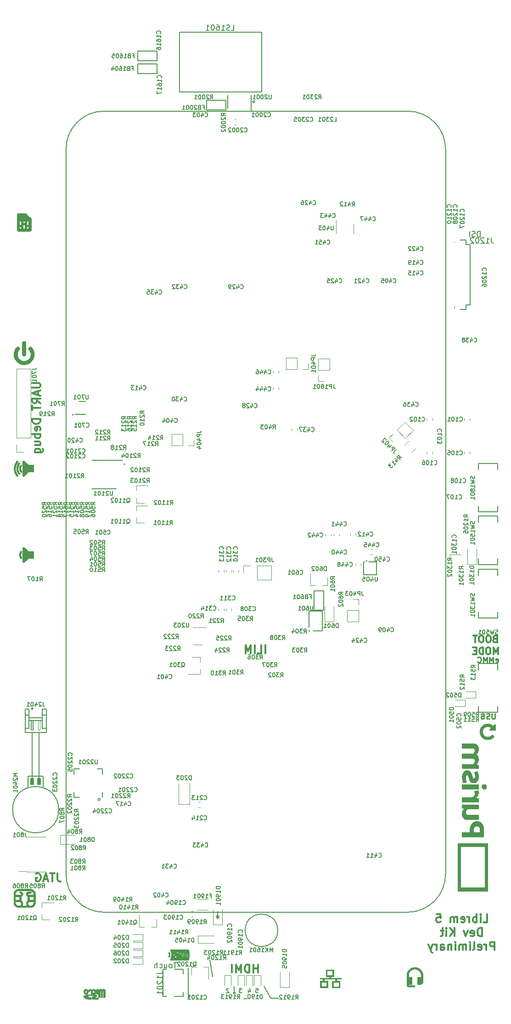
<source format=gbr>
G04 #@! TF.GenerationSoftware,KiCad,Pcbnew,5.0.0*
G04 #@! TF.CreationDate,2018-08-16T00:24:56-04:00*
G04 #@! TF.ProjectId,dvk-mx8m-bsb,64766B2D6D78386D2D6273622E6B6963,v0.1.0*
G04 #@! TF.SameCoordinates,Original*
G04 #@! TF.FileFunction,Legend,Bot*
G04 #@! TF.FilePolarity,Positive*
%FSLAX46Y46*%
G04 Gerber Fmt 4.6, Leading zero omitted, Abs format (unit mm)*
G04 Created by KiCad (PCBNEW 5.0.0) date Thu Aug 16 00:24:56 2018*
%MOMM*%
%LPD*%
G01*
G04 APERTURE LIST*
%ADD10C,0.150000*%
%ADD11C,0.200000*%
%ADD12C,0.300000*%
%ADD13C,0.100000*%
%ADD14C,0.250000*%
%ADD15C,0.010000*%
%ADD16C,0.120000*%
%ADD17C,0.127000*%
G04 APERTURE END LIST*
D10*
X101275000Y-237050000D02*
X101050000Y-237275000D01*
X100825000Y-237050000D02*
X101275000Y-237050000D01*
X101050000Y-237275000D02*
X100825000Y-237050000D01*
D11*
X146376190Y-97852380D02*
X146376190Y-96852380D01*
X146138095Y-96852380D01*
X145995238Y-96900000D01*
X145900000Y-96995238D01*
X145852380Y-97090476D01*
X145804761Y-97280952D01*
X145804761Y-97423809D01*
X145852380Y-97614285D01*
X145900000Y-97709523D01*
X145995238Y-97804761D01*
X146138095Y-97852380D01*
X146376190Y-97852380D01*
X145423809Y-97804761D02*
X145280952Y-97852380D01*
X145042857Y-97852380D01*
X144947619Y-97804761D01*
X144900000Y-97757142D01*
X144852380Y-97661904D01*
X144852380Y-97566666D01*
X144900000Y-97471428D01*
X144947619Y-97423809D01*
X145042857Y-97376190D01*
X145233333Y-97328571D01*
X145328571Y-97280952D01*
X145376190Y-97233333D01*
X145423809Y-97138095D01*
X145423809Y-97042857D01*
X145376190Y-96947619D01*
X145328571Y-96900000D01*
X145233333Y-96852380D01*
X144995238Y-96852380D01*
X144852380Y-96900000D01*
X144423809Y-97852380D02*
X144423809Y-96852380D01*
X90396428Y-231492380D02*
X89825000Y-231492380D01*
X90110714Y-232492380D02*
X90110714Y-231492380D01*
X89348809Y-232492380D02*
X89444047Y-232444761D01*
X89491666Y-232397142D01*
X89539285Y-232301904D01*
X89539285Y-232016190D01*
X89491666Y-231920952D01*
X89444047Y-231873333D01*
X89348809Y-231825714D01*
X89205952Y-231825714D01*
X89110714Y-231873333D01*
X89063095Y-231920952D01*
X89015476Y-232016190D01*
X89015476Y-232301904D01*
X89063095Y-232397142D01*
X89110714Y-232444761D01*
X89205952Y-232492380D01*
X89348809Y-232492380D01*
X88158333Y-231825714D02*
X88158333Y-232492380D01*
X88586904Y-231825714D02*
X88586904Y-232349523D01*
X88539285Y-232444761D01*
X88444047Y-232492380D01*
X88301190Y-232492380D01*
X88205952Y-232444761D01*
X88158333Y-232397142D01*
X87253571Y-232444761D02*
X87348809Y-232492380D01*
X87539285Y-232492380D01*
X87634523Y-232444761D01*
X87682142Y-232397142D01*
X87729761Y-232301904D01*
X87729761Y-232016190D01*
X87682142Y-231920952D01*
X87634523Y-231873333D01*
X87539285Y-231825714D01*
X87348809Y-231825714D01*
X87253571Y-231873333D01*
X86825000Y-232492380D02*
X86825000Y-231492380D01*
X86396428Y-232492380D02*
X86396428Y-231968571D01*
X86444047Y-231873333D01*
X86539285Y-231825714D01*
X86682142Y-231825714D01*
X86777380Y-231873333D01*
X86825000Y-231920952D01*
D10*
X107800000Y-238100000D02*
X106525000Y-235925000D01*
X109200000Y-238100000D02*
X107800000Y-238100000D01*
X96500000Y-231000000D02*
X97000000Y-234100000D01*
D12*
X106733928Y-174578571D02*
X106733928Y-173078571D01*
X105305357Y-174578571D02*
X106019642Y-174578571D01*
X106019642Y-173078571D01*
X104805357Y-174578571D02*
X104805357Y-173078571D01*
X104091071Y-174578571D02*
X104091071Y-173078571D01*
X103591071Y-174150000D01*
X103091071Y-173078571D01*
X103091071Y-174578571D01*
D10*
X97750000Y-223270000D02*
X98250000Y-223270000D01*
X98250000Y-222970000D02*
X98000000Y-223220000D01*
X97750000Y-222970000D02*
X98250000Y-222970000D01*
X98000000Y-223220000D02*
X97750000Y-222970000D01*
X98000000Y-222120000D02*
X98000000Y-223420000D01*
X101050000Y-237275000D02*
X101050000Y-235925000D01*
X100020000Y-236351666D02*
X99983333Y-236315000D01*
X99910000Y-236278333D01*
X99726666Y-236278333D01*
X99653333Y-236315000D01*
X99616666Y-236351666D01*
X99580000Y-236425000D01*
X99580000Y-236498333D01*
X99616666Y-236608333D01*
X100056666Y-237048333D01*
X99580000Y-237048333D01*
X102456666Y-236278333D02*
X101980000Y-236278333D01*
X102236666Y-236571666D01*
X102126666Y-236571666D01*
X102053333Y-236608333D01*
X102016666Y-236645000D01*
X101980000Y-236718333D01*
X101980000Y-236901666D01*
X102016666Y-236975000D01*
X102053333Y-237011666D01*
X102126666Y-237048333D01*
X102346666Y-237048333D01*
X102420000Y-237011666D01*
X102456666Y-236975000D01*
X103653333Y-236535000D02*
X103653333Y-237048333D01*
X103836666Y-236241666D02*
X104020000Y-236791666D01*
X103543333Y-236791666D01*
X105016666Y-236278333D02*
X105383333Y-236278333D01*
X105420000Y-236645000D01*
X105383333Y-236608333D01*
X105310000Y-236571666D01*
X105126666Y-236571666D01*
X105053333Y-236608333D01*
X105016666Y-236645000D01*
X104980000Y-236718333D01*
X104980000Y-236901666D01*
X105016666Y-236975000D01*
X105053333Y-237011666D01*
X105126666Y-237048333D01*
X105310000Y-237048333D01*
X105383333Y-237011666D01*
X105420000Y-236975000D01*
X106195000Y-238148333D02*
X106195000Y-237378333D01*
X106011666Y-237378333D01*
X105901666Y-237415000D01*
X105828333Y-237488333D01*
X105791666Y-237561666D01*
X105755000Y-237708333D01*
X105755000Y-237818333D01*
X105791666Y-237965000D01*
X105828333Y-238038333D01*
X105901666Y-238111666D01*
X106011666Y-238148333D01*
X106195000Y-238148333D01*
X105021666Y-238148333D02*
X105461666Y-238148333D01*
X105241666Y-238148333D02*
X105241666Y-237378333D01*
X105315000Y-237488333D01*
X105388333Y-237561666D01*
X105461666Y-237598333D01*
X104655000Y-238148333D02*
X104508333Y-238148333D01*
X104435000Y-238111666D01*
X104398333Y-238075000D01*
X104325000Y-237965000D01*
X104288333Y-237818333D01*
X104288333Y-237525000D01*
X104325000Y-237451666D01*
X104361666Y-237415000D01*
X104435000Y-237378333D01*
X104581666Y-237378333D01*
X104655000Y-237415000D01*
X104691666Y-237451666D01*
X104728333Y-237525000D01*
X104728333Y-237708333D01*
X104691666Y-237781666D01*
X104655000Y-237818333D01*
X104581666Y-237855000D01*
X104435000Y-237855000D01*
X104361666Y-237818333D01*
X104325000Y-237781666D01*
X104288333Y-237708333D01*
X103811666Y-237378333D02*
X103738333Y-237378333D01*
X103665000Y-237415000D01*
X103628333Y-237451666D01*
X103591666Y-237525000D01*
X103555000Y-237671666D01*
X103555000Y-237855000D01*
X103591666Y-238001666D01*
X103628333Y-238075000D01*
X103665000Y-238111666D01*
X103738333Y-238148333D01*
X103811666Y-238148333D01*
X103885000Y-238111666D01*
X103921666Y-238075000D01*
X103958333Y-238001666D01*
X103995000Y-237855000D01*
X103995000Y-237671666D01*
X103958333Y-237525000D01*
X103921666Y-237451666D01*
X103885000Y-237415000D01*
X103811666Y-237378333D01*
X103408333Y-238221666D02*
X102821666Y-238221666D01*
D13*
X140800000Y-156400000D02*
X140800000Y-156800000D01*
X142800000Y-156400000D02*
X140800000Y-156400000D01*
D14*
X149106904Y-185652380D02*
X149106904Y-186461904D01*
X149059285Y-186557142D01*
X149011666Y-186604761D01*
X148916428Y-186652380D01*
X148725952Y-186652380D01*
X148630714Y-186604761D01*
X148583095Y-186557142D01*
X148535476Y-186461904D01*
X148535476Y-185652380D01*
X148106904Y-186604761D02*
X147964047Y-186652380D01*
X147725952Y-186652380D01*
X147630714Y-186604761D01*
X147583095Y-186557142D01*
X147535476Y-186461904D01*
X147535476Y-186366666D01*
X147583095Y-186271428D01*
X147630714Y-186223809D01*
X147725952Y-186176190D01*
X147916428Y-186128571D01*
X148011666Y-186080952D01*
X148059285Y-186033333D01*
X148106904Y-185938095D01*
X148106904Y-185842857D01*
X148059285Y-185747619D01*
X148011666Y-185700000D01*
X147916428Y-185652380D01*
X147678333Y-185652380D01*
X147535476Y-185700000D01*
X146773571Y-186128571D02*
X146630714Y-186176190D01*
X146583095Y-186223809D01*
X146535476Y-186319047D01*
X146535476Y-186461904D01*
X146583095Y-186557142D01*
X146630714Y-186604761D01*
X146725952Y-186652380D01*
X147106904Y-186652380D01*
X147106904Y-185652380D01*
X146773571Y-185652380D01*
X146678333Y-185700000D01*
X146630714Y-185747619D01*
X146583095Y-185842857D01*
X146583095Y-185938095D01*
X146630714Y-186033333D01*
X146678333Y-186080952D01*
X146773571Y-186128571D01*
X147106904Y-186128571D01*
X149252380Y-176204761D02*
X149347619Y-176252380D01*
X149538095Y-176252380D01*
X149633333Y-176204761D01*
X149680952Y-176109523D01*
X149680952Y-175728571D01*
X149633333Y-175633333D01*
X149538095Y-175585714D01*
X149347619Y-175585714D01*
X149252380Y-175633333D01*
X149204761Y-175728571D01*
X149204761Y-175823809D01*
X149680952Y-175919047D01*
X148776190Y-176252380D02*
X148776190Y-175252380D01*
X148442857Y-175966666D01*
X148109523Y-175252380D01*
X148109523Y-176252380D01*
X147633333Y-176252380D02*
X147633333Y-175252380D01*
X147300000Y-175966666D01*
X146966666Y-175252380D01*
X146966666Y-176252380D01*
X145919047Y-176157142D02*
X145966666Y-176204761D01*
X146109523Y-176252380D01*
X146204761Y-176252380D01*
X146347619Y-176204761D01*
X146442857Y-176109523D01*
X146490476Y-176014285D01*
X146538095Y-175823809D01*
X146538095Y-175680952D01*
X146490476Y-175490476D01*
X146442857Y-175395238D01*
X146347619Y-175300000D01*
X146204761Y-175252380D01*
X146109523Y-175252380D01*
X145966666Y-175300000D01*
X145919047Y-175347619D01*
D12*
X149096428Y-171923214D02*
X148917857Y-171982738D01*
X148858333Y-172042261D01*
X148798809Y-172161309D01*
X148798809Y-172339880D01*
X148858333Y-172458928D01*
X148917857Y-172518452D01*
X149036904Y-172577976D01*
X149513095Y-172577976D01*
X149513095Y-171327976D01*
X149096428Y-171327976D01*
X148977380Y-171387500D01*
X148917857Y-171447023D01*
X148858333Y-171566071D01*
X148858333Y-171685119D01*
X148917857Y-171804166D01*
X148977380Y-171863690D01*
X149096428Y-171923214D01*
X149513095Y-171923214D01*
X148025000Y-171327976D02*
X147786904Y-171327976D01*
X147667857Y-171387500D01*
X147548809Y-171506547D01*
X147489285Y-171744642D01*
X147489285Y-172161309D01*
X147548809Y-172399404D01*
X147667857Y-172518452D01*
X147786904Y-172577976D01*
X148025000Y-172577976D01*
X148144047Y-172518452D01*
X148263095Y-172399404D01*
X148322619Y-172161309D01*
X148322619Y-171744642D01*
X148263095Y-171506547D01*
X148144047Y-171387500D01*
X148025000Y-171327976D01*
X146715476Y-171327976D02*
X146477380Y-171327976D01*
X146358333Y-171387500D01*
X146239285Y-171506547D01*
X146179761Y-171744642D01*
X146179761Y-172161309D01*
X146239285Y-172399404D01*
X146358333Y-172518452D01*
X146477380Y-172577976D01*
X146715476Y-172577976D01*
X146834523Y-172518452D01*
X146953571Y-172399404D01*
X147013095Y-172161309D01*
X147013095Y-171744642D01*
X146953571Y-171506547D01*
X146834523Y-171387500D01*
X146715476Y-171327976D01*
X145822619Y-171327976D02*
X145108333Y-171327976D01*
X145465476Y-172577976D02*
X145465476Y-171327976D01*
X149661904Y-174752976D02*
X149661904Y-173502976D01*
X149245238Y-174395833D01*
X148828571Y-173502976D01*
X148828571Y-174752976D01*
X147995238Y-173502976D02*
X147757142Y-173502976D01*
X147638095Y-173562500D01*
X147519047Y-173681547D01*
X147459523Y-173919642D01*
X147459523Y-174336309D01*
X147519047Y-174574404D01*
X147638095Y-174693452D01*
X147757142Y-174752976D01*
X147995238Y-174752976D01*
X148114285Y-174693452D01*
X148233333Y-174574404D01*
X148292857Y-174336309D01*
X148292857Y-173919642D01*
X148233333Y-173681547D01*
X148114285Y-173562500D01*
X147995238Y-173502976D01*
X146923809Y-174752976D02*
X146923809Y-173502976D01*
X146626190Y-173502976D01*
X146447619Y-173562500D01*
X146328571Y-173681547D01*
X146269047Y-173800595D01*
X146209523Y-174038690D01*
X146209523Y-174217261D01*
X146269047Y-174455357D01*
X146328571Y-174574404D01*
X146447619Y-174693452D01*
X146626190Y-174752976D01*
X146923809Y-174752976D01*
X145673809Y-174098214D02*
X145257142Y-174098214D01*
X145078571Y-174752976D02*
X145673809Y-174752976D01*
X145673809Y-173502976D01*
X145078571Y-173502976D01*
X63778571Y-124807142D02*
X64992857Y-124807142D01*
X65135714Y-124878571D01*
X65207142Y-124950000D01*
X65278571Y-125092857D01*
X65278571Y-125378571D01*
X65207142Y-125521428D01*
X65135714Y-125592857D01*
X64992857Y-125664285D01*
X63778571Y-125664285D01*
X64850000Y-126307142D02*
X64850000Y-127021428D01*
X65278571Y-126164285D02*
X63778571Y-126664285D01*
X65278571Y-127164285D01*
X65278571Y-128521428D02*
X64564285Y-128021428D01*
X65278571Y-127664285D02*
X63778571Y-127664285D01*
X63778571Y-128235714D01*
X63850000Y-128378571D01*
X63921428Y-128450000D01*
X64064285Y-128521428D01*
X64278571Y-128521428D01*
X64421428Y-128450000D01*
X64492857Y-128378571D01*
X64564285Y-128235714D01*
X64564285Y-127664285D01*
X63778571Y-128950000D02*
X63778571Y-129807142D01*
X65278571Y-129378571D02*
X63778571Y-129378571D01*
X65278571Y-131450000D02*
X63778571Y-131450000D01*
X63778571Y-131807142D01*
X63850000Y-132021428D01*
X63992857Y-132164285D01*
X64135714Y-132235714D01*
X64421428Y-132307142D01*
X64635714Y-132307142D01*
X64921428Y-132235714D01*
X65064285Y-132164285D01*
X65207142Y-132021428D01*
X65278571Y-131807142D01*
X65278571Y-131450000D01*
X65207142Y-133521428D02*
X65278571Y-133378571D01*
X65278571Y-133092857D01*
X65207142Y-132950000D01*
X65064285Y-132878571D01*
X64492857Y-132878571D01*
X64350000Y-132950000D01*
X64278571Y-133092857D01*
X64278571Y-133378571D01*
X64350000Y-133521428D01*
X64492857Y-133592857D01*
X64635714Y-133592857D01*
X64778571Y-132878571D01*
X65278571Y-134235714D02*
X63778571Y-134235714D01*
X64350000Y-134235714D02*
X64278571Y-134378571D01*
X64278571Y-134664285D01*
X64350000Y-134807142D01*
X64421428Y-134878571D01*
X64564285Y-134950000D01*
X64992857Y-134950000D01*
X65135714Y-134878571D01*
X65207142Y-134807142D01*
X65278571Y-134664285D01*
X65278571Y-134378571D01*
X65207142Y-134235714D01*
X64278571Y-136235714D02*
X65278571Y-136235714D01*
X64278571Y-135592857D02*
X65064285Y-135592857D01*
X65207142Y-135664285D01*
X65278571Y-135807142D01*
X65278571Y-136021428D01*
X65207142Y-136164285D01*
X65135714Y-136235714D01*
X64278571Y-137592857D02*
X65492857Y-137592857D01*
X65635714Y-137521428D01*
X65707142Y-137450000D01*
X65778571Y-137307142D01*
X65778571Y-137092857D01*
X65707142Y-136950000D01*
X65207142Y-137592857D02*
X65278571Y-137450000D01*
X65278571Y-137164285D01*
X65207142Y-137021428D01*
X65135714Y-136950000D01*
X64992857Y-136878571D01*
X64564285Y-136878571D01*
X64421428Y-136950000D01*
X64350000Y-137021428D01*
X64278571Y-137164285D01*
X64278571Y-137450000D01*
X64350000Y-137592857D01*
X68400000Y-215078571D02*
X68400000Y-216150000D01*
X68471428Y-216364285D01*
X68614285Y-216507142D01*
X68828571Y-216578571D01*
X68971428Y-216578571D01*
X67900000Y-215078571D02*
X67042857Y-215078571D01*
X67471428Y-216578571D02*
X67471428Y-215078571D01*
X66614285Y-216150000D02*
X65900000Y-216150000D01*
X66757142Y-216578571D02*
X66257142Y-215078571D01*
X65757142Y-216578571D01*
X64471428Y-215150000D02*
X64614285Y-215078571D01*
X64828571Y-215078571D01*
X65042857Y-215150000D01*
X65185714Y-215292857D01*
X65257142Y-215435714D01*
X65328571Y-215721428D01*
X65328571Y-215935714D01*
X65257142Y-216221428D01*
X65185714Y-216364285D01*
X65042857Y-216507142D01*
X64828571Y-216578571D01*
X64685714Y-216578571D01*
X64471428Y-216507142D01*
X64400000Y-216435714D01*
X64400000Y-215935714D01*
X64685714Y-215935714D01*
X105392857Y-233378571D02*
X105392857Y-231878571D01*
X105392857Y-232592857D02*
X104535714Y-232592857D01*
X104535714Y-233378571D02*
X104535714Y-231878571D01*
X103821428Y-233378571D02*
X103821428Y-231878571D01*
X103464285Y-231878571D01*
X103250000Y-231950000D01*
X103107142Y-232092857D01*
X103035714Y-232235714D01*
X102964285Y-232521428D01*
X102964285Y-232735714D01*
X103035714Y-233021428D01*
X103107142Y-233164285D01*
X103250000Y-233307142D01*
X103464285Y-233378571D01*
X103821428Y-233378571D01*
X102321428Y-233378571D02*
X102321428Y-231878571D01*
X101821428Y-232950000D01*
X101321428Y-231878571D01*
X101321428Y-233378571D01*
X100607142Y-233378571D02*
X100607142Y-231878571D01*
X146964285Y-224128571D02*
X147678571Y-224128571D01*
X147678571Y-222628571D01*
X146464285Y-224128571D02*
X146464285Y-223128571D01*
X146464285Y-222628571D02*
X146535714Y-222700000D01*
X146464285Y-222771428D01*
X146392857Y-222700000D01*
X146464285Y-222628571D01*
X146464285Y-222771428D01*
X145750000Y-224128571D02*
X145750000Y-222628571D01*
X145750000Y-223200000D02*
X145607142Y-223128571D01*
X145321428Y-223128571D01*
X145178571Y-223200000D01*
X145107142Y-223271428D01*
X145035714Y-223414285D01*
X145035714Y-223842857D01*
X145107142Y-223985714D01*
X145178571Y-224057142D01*
X145321428Y-224128571D01*
X145607142Y-224128571D01*
X145750000Y-224057142D01*
X144392857Y-224128571D02*
X144392857Y-223128571D01*
X144392857Y-223414285D02*
X144321428Y-223271428D01*
X144250000Y-223200000D01*
X144107142Y-223128571D01*
X143964285Y-223128571D01*
X142892857Y-224057142D02*
X143035714Y-224128571D01*
X143321428Y-224128571D01*
X143464285Y-224057142D01*
X143535714Y-223914285D01*
X143535714Y-223342857D01*
X143464285Y-223200000D01*
X143321428Y-223128571D01*
X143035714Y-223128571D01*
X142892857Y-223200000D01*
X142821428Y-223342857D01*
X142821428Y-223485714D01*
X143535714Y-223628571D01*
X142178571Y-224128571D02*
X142178571Y-223128571D01*
X142178571Y-223271428D02*
X142107142Y-223200000D01*
X141964285Y-223128571D01*
X141750000Y-223128571D01*
X141607142Y-223200000D01*
X141535714Y-223342857D01*
X141535714Y-224128571D01*
X141535714Y-223342857D02*
X141464285Y-223200000D01*
X141321428Y-223128571D01*
X141107142Y-223128571D01*
X140964285Y-223200000D01*
X140892857Y-223342857D01*
X140892857Y-224128571D01*
X138321428Y-222628571D02*
X139035714Y-222628571D01*
X139107142Y-223342857D01*
X139035714Y-223271428D01*
X138892857Y-223200000D01*
X138535714Y-223200000D01*
X138392857Y-223271428D01*
X138321428Y-223342857D01*
X138250000Y-223485714D01*
X138250000Y-223842857D01*
X138321428Y-223985714D01*
X138392857Y-224057142D01*
X138535714Y-224128571D01*
X138892857Y-224128571D01*
X139035714Y-224057142D01*
X139107142Y-223985714D01*
X146714285Y-226678571D02*
X146714285Y-225178571D01*
X146357142Y-225178571D01*
X146142857Y-225250000D01*
X146000000Y-225392857D01*
X145928571Y-225535714D01*
X145857142Y-225821428D01*
X145857142Y-226035714D01*
X145928571Y-226321428D01*
X146000000Y-226464285D01*
X146142857Y-226607142D01*
X146357142Y-226678571D01*
X146714285Y-226678571D01*
X144642857Y-226607142D02*
X144785714Y-226678571D01*
X145071428Y-226678571D01*
X145214285Y-226607142D01*
X145285714Y-226464285D01*
X145285714Y-225892857D01*
X145214285Y-225750000D01*
X145071428Y-225678571D01*
X144785714Y-225678571D01*
X144642857Y-225750000D01*
X144571428Y-225892857D01*
X144571428Y-226035714D01*
X145285714Y-226178571D01*
X144071428Y-225678571D02*
X143714285Y-226678571D01*
X143357142Y-225678571D01*
X141642857Y-226678571D02*
X141642857Y-225178571D01*
X140785714Y-226678571D02*
X141428571Y-225821428D01*
X140785714Y-225178571D02*
X141642857Y-226035714D01*
X140142857Y-226678571D02*
X140142857Y-225678571D01*
X140142857Y-225178571D02*
X140214285Y-225250000D01*
X140142857Y-225321428D01*
X140071428Y-225250000D01*
X140142857Y-225178571D01*
X140142857Y-225321428D01*
X139642857Y-225678571D02*
X139071428Y-225678571D01*
X139428571Y-225178571D02*
X139428571Y-226464285D01*
X139357142Y-226607142D01*
X139214285Y-226678571D01*
X139071428Y-226678571D01*
X149000000Y-229228571D02*
X149000000Y-227728571D01*
X148428571Y-227728571D01*
X148285714Y-227800000D01*
X148214285Y-227871428D01*
X148142857Y-228014285D01*
X148142857Y-228228571D01*
X148214285Y-228371428D01*
X148285714Y-228442857D01*
X148428571Y-228514285D01*
X149000000Y-228514285D01*
X147500000Y-229228571D02*
X147500000Y-228228571D01*
X147500000Y-228514285D02*
X147428571Y-228371428D01*
X147357142Y-228300000D01*
X147214285Y-228228571D01*
X147071428Y-228228571D01*
X146000000Y-229157142D02*
X146142857Y-229228571D01*
X146428571Y-229228571D01*
X146571428Y-229157142D01*
X146642857Y-229014285D01*
X146642857Y-228442857D01*
X146571428Y-228300000D01*
X146428571Y-228228571D01*
X146142857Y-228228571D01*
X146000000Y-228300000D01*
X145928571Y-228442857D01*
X145928571Y-228585714D01*
X146642857Y-228728571D01*
X145071428Y-229228571D02*
X145214285Y-229157142D01*
X145285714Y-229014285D01*
X145285714Y-227728571D01*
X144500000Y-229228571D02*
X144500000Y-228228571D01*
X144500000Y-227728571D02*
X144571428Y-227800000D01*
X144500000Y-227871428D01*
X144428571Y-227800000D01*
X144500000Y-227728571D01*
X144500000Y-227871428D01*
X143785714Y-229228571D02*
X143785714Y-228228571D01*
X143785714Y-228371428D02*
X143714285Y-228300000D01*
X143571428Y-228228571D01*
X143357142Y-228228571D01*
X143214285Y-228300000D01*
X143142857Y-228442857D01*
X143142857Y-229228571D01*
X143142857Y-228442857D02*
X143071428Y-228300000D01*
X142928571Y-228228571D01*
X142714285Y-228228571D01*
X142571428Y-228300000D01*
X142500000Y-228442857D01*
X142500000Y-229228571D01*
X141785714Y-229228571D02*
X141785714Y-228228571D01*
X141785714Y-227728571D02*
X141857142Y-227800000D01*
X141785714Y-227871428D01*
X141714285Y-227800000D01*
X141785714Y-227728571D01*
X141785714Y-227871428D01*
X141071428Y-228228571D02*
X141071428Y-229228571D01*
X141071428Y-228371428D02*
X141000000Y-228300000D01*
X140857142Y-228228571D01*
X140642857Y-228228571D01*
X140500000Y-228300000D01*
X140428571Y-228442857D01*
X140428571Y-229228571D01*
X139071428Y-229228571D02*
X139071428Y-228442857D01*
X139142857Y-228300000D01*
X139285714Y-228228571D01*
X139571428Y-228228571D01*
X139714285Y-228300000D01*
X139071428Y-229157142D02*
X139214285Y-229228571D01*
X139571428Y-229228571D01*
X139714285Y-229157142D01*
X139785714Y-229014285D01*
X139785714Y-228871428D01*
X139714285Y-228728571D01*
X139571428Y-228657142D01*
X139214285Y-228657142D01*
X139071428Y-228585714D01*
X138357142Y-229228571D02*
X138357142Y-228228571D01*
X138357142Y-228514285D02*
X138285714Y-228371428D01*
X138214285Y-228300000D01*
X138071428Y-228228571D01*
X137928571Y-228228571D01*
X137571428Y-228228571D02*
X137214285Y-229228571D01*
X136857142Y-228228571D02*
X137214285Y-229228571D01*
X137357142Y-229585714D01*
X137428571Y-229657142D01*
X137571428Y-229728571D01*
D10*
G04 #@! TO.C,SW501*
X146095000Y-176500000D02*
X146095000Y-177650000D01*
X146095000Y-184350000D02*
X146095000Y-185450000D01*
X146095000Y-185450000D02*
X149595000Y-185450000D01*
X149595000Y-185450000D02*
X149595000Y-184350000D01*
X146095000Y-176500000D02*
X149595000Y-176500000D01*
X149595000Y-176500000D02*
X149595000Y-177650000D01*
G04 #@! TO.C,SW1301*
X146095000Y-159100000D02*
X146095000Y-160250000D01*
X146095000Y-166950000D02*
X146095000Y-168050000D01*
X146095000Y-168050000D02*
X149595000Y-168050000D01*
X149595000Y-168050000D02*
X149595000Y-166950000D01*
X146095000Y-159100000D02*
X149595000Y-159100000D01*
X149595000Y-159100000D02*
X149595000Y-160250000D01*
G04 #@! TO.C,SW1501*
X146095000Y-149300000D02*
X146095000Y-150450000D01*
X146095000Y-157150000D02*
X146095000Y-158250000D01*
X146095000Y-158250000D02*
X149595000Y-158250000D01*
X149595000Y-158250000D02*
X149595000Y-157150000D01*
X146095000Y-149300000D02*
X149595000Y-149300000D01*
X149595000Y-149300000D02*
X149595000Y-150450000D01*
G04 #@! TO.C,SW1801*
X146095000Y-139600000D02*
X146095000Y-140750000D01*
X146095000Y-147450000D02*
X146095000Y-148550000D01*
X146095000Y-148550000D02*
X149595000Y-148550000D01*
X149595000Y-148550000D02*
X149595000Y-147450000D01*
X146095000Y-139600000D02*
X149595000Y-139600000D01*
X149595000Y-139600000D02*
X149595000Y-140750000D01*
D15*
G04 #@! TO.C,G\002A\002A\002A*
G36*
X88924119Y-229648344D02*
X88889956Y-229654778D01*
X88884661Y-229671129D01*
X88896796Y-229697614D01*
X88921378Y-229769565D01*
X88938224Y-229871224D01*
X88947368Y-229990838D01*
X88948843Y-230116654D01*
X88942683Y-230236920D01*
X88928919Y-230339883D01*
X88907586Y-230413789D01*
X88894713Y-230435438D01*
X88882823Y-230468210D01*
X88887364Y-230478413D01*
X88923849Y-230490309D01*
X88985915Y-230492691D01*
X89053256Y-230486378D01*
X89105563Y-230472189D01*
X89110917Y-230469398D01*
X89137985Y-230434620D01*
X89164868Y-230370212D01*
X89178622Y-230320430D01*
X89191664Y-230227951D01*
X89196935Y-230112912D01*
X89195013Y-229989386D01*
X89186480Y-229871447D01*
X89171916Y-229773169D01*
X89153536Y-229711898D01*
X89130706Y-229674016D01*
X89099315Y-229654720D01*
X89044473Y-229647887D01*
X88996231Y-229647222D01*
X88924119Y-229648344D01*
X88924119Y-229648344D01*
G37*
X88924119Y-229648344D02*
X88889956Y-229654778D01*
X88884661Y-229671129D01*
X88896796Y-229697614D01*
X88921378Y-229769565D01*
X88938224Y-229871224D01*
X88947368Y-229990838D01*
X88948843Y-230116654D01*
X88942683Y-230236920D01*
X88928919Y-230339883D01*
X88907586Y-230413789D01*
X88894713Y-230435438D01*
X88882823Y-230468210D01*
X88887364Y-230478413D01*
X88923849Y-230490309D01*
X88985915Y-230492691D01*
X89053256Y-230486378D01*
X89105563Y-230472189D01*
X89110917Y-230469398D01*
X89137985Y-230434620D01*
X89164868Y-230370212D01*
X89178622Y-230320430D01*
X89191664Y-230227951D01*
X89196935Y-230112912D01*
X89195013Y-229989386D01*
X89186480Y-229871447D01*
X89171916Y-229773169D01*
X89153536Y-229711898D01*
X89130706Y-229674016D01*
X89099315Y-229654720D01*
X89044473Y-229647887D01*
X88996231Y-229647222D01*
X88924119Y-229648344D01*
G36*
X90578267Y-229083021D02*
X90318615Y-229083725D01*
X90077111Y-229084850D01*
X89857479Y-229086356D01*
X89663447Y-229088203D01*
X89498740Y-229090350D01*
X89367082Y-229092759D01*
X89272200Y-229095389D01*
X89217820Y-229098200D01*
X89205861Y-229100416D01*
X89274938Y-229252485D01*
X89325920Y-229407888D01*
X89360334Y-229575715D01*
X89379709Y-229765054D01*
X89385572Y-229984994D01*
X89382735Y-230152870D01*
X89370083Y-230397396D01*
X89347823Y-230598821D01*
X89315391Y-230760203D01*
X89272220Y-230884599D01*
X89235015Y-230951741D01*
X89178640Y-231034814D01*
X92536534Y-231034814D01*
X92583462Y-230958379D01*
X92627627Y-230871365D01*
X92661967Y-230767031D01*
X92687704Y-230638640D01*
X92706058Y-230479455D01*
X92718252Y-230282739D01*
X92718410Y-230278577D01*
X92540370Y-230278577D01*
X92520023Y-230354776D01*
X92463305Y-230409134D01*
X92376698Y-230439200D01*
X92266687Y-230442523D01*
X92159706Y-230422514D01*
X92069063Y-230377814D01*
X91998107Y-230306107D01*
X91984105Y-230276342D01*
X91905010Y-230276342D01*
X91894243Y-230350211D01*
X91855595Y-230396445D01*
X91803407Y-230421862D01*
X91695540Y-230443829D01*
X91585421Y-230434291D01*
X91482799Y-230398127D01*
X91397424Y-230340215D01*
X91339043Y-230265434D01*
X91317407Y-230178664D01*
X91317407Y-230178637D01*
X91315771Y-230148909D01*
X91304605Y-230130847D01*
X91274529Y-230121545D01*
X91216160Y-230118096D01*
X91120380Y-230117592D01*
X91015990Y-230119712D01*
X90948581Y-230127198D01*
X90908239Y-230141741D01*
X90891074Y-230156686D01*
X90859097Y-230189344D01*
X90801598Y-230242787D01*
X90728981Y-230307437D01*
X90699442Y-230333075D01*
X90620526Y-230399354D01*
X90563835Y-230440031D01*
X90516922Y-230461290D01*
X90467341Y-230469315D01*
X90423100Y-230470370D01*
X90352918Y-230472798D01*
X90317994Y-230483288D01*
X90306662Y-230506647D01*
X90306111Y-230518581D01*
X90301667Y-230545582D01*
X90280962Y-230558979D01*
X90232936Y-230562138D01*
X90170880Y-230559738D01*
X90035648Y-230552685D01*
X90028595Y-230417453D01*
X90021542Y-230282222D01*
X90163826Y-230282222D01*
X90243037Y-230283910D01*
X90285981Y-230291338D01*
X90303379Y-230308048D01*
X90306111Y-230329259D01*
X90312893Y-230358433D01*
X90341170Y-230372370D01*
X90402841Y-230376258D01*
X90414013Y-230376296D01*
X90471988Y-230373402D01*
X90518159Y-230360009D01*
X90565741Y-230329054D01*
X90627947Y-230273472D01*
X90655077Y-230247418D01*
X90788241Y-230118540D01*
X90323750Y-230118066D01*
X90165130Y-230118086D01*
X90047446Y-230118928D01*
X89964596Y-230121209D01*
X89910480Y-230125544D01*
X89878995Y-230132552D01*
X89864041Y-230142848D01*
X89859518Y-230157050D01*
X89859259Y-230165025D01*
X89856904Y-230190864D01*
X89843032Y-230197965D01*
X89807432Y-230185333D01*
X89743331Y-230153713D01*
X89676949Y-230117784D01*
X89629550Y-230087870D01*
X89615215Y-230075248D01*
X89627426Y-230054364D01*
X89671351Y-230019476D01*
X89729770Y-229982731D01*
X89799072Y-229943761D01*
X89837668Y-229926824D01*
X89855506Y-229930295D01*
X89862534Y-229952550D01*
X89863766Y-229960846D01*
X89867051Y-229976334D01*
X89875566Y-229988376D01*
X89894727Y-229997479D01*
X89929949Y-230004147D01*
X89986648Y-230008886D01*
X90070240Y-230012201D01*
X90186139Y-230014597D01*
X90339763Y-230016581D01*
X90476620Y-230018035D01*
X90639829Y-230019198D01*
X90786383Y-230019227D01*
X90910078Y-230018205D01*
X91004709Y-230016213D01*
X91064074Y-230013333D01*
X91082222Y-230010063D01*
X91065901Y-229981269D01*
X91024316Y-229933466D01*
X90968538Y-229877515D01*
X90909637Y-229824281D01*
X90858682Y-229784627D01*
X90842325Y-229774642D01*
X90769838Y-229749163D01*
X90696619Y-229742721D01*
X90639284Y-229755428D01*
X90618900Y-229773140D01*
X90565763Y-229824376D01*
X90498326Y-229839679D01*
X90431288Y-229820151D01*
X90379348Y-229766896D01*
X90373139Y-229754706D01*
X90364018Y-229689881D01*
X90389309Y-229632907D01*
X90437502Y-229591419D01*
X90497088Y-229573055D01*
X90556557Y-229585448D01*
X90588333Y-229611944D01*
X90637962Y-229637322D01*
X90731841Y-229647096D01*
X90746957Y-229647222D01*
X90876303Y-229647222D01*
X91069063Y-229835370D01*
X91152795Y-229916348D01*
X91212310Y-229969884D01*
X91256875Y-230001572D01*
X91295756Y-230017005D01*
X91338222Y-230021778D01*
X91377809Y-230021729D01*
X91481743Y-230012423D01*
X91571724Y-229990336D01*
X91636732Y-229959249D01*
X91665749Y-229922942D01*
X91665752Y-229922928D01*
X91655655Y-229880453D01*
X91623169Y-229835391D01*
X91560955Y-229798008D01*
X91495068Y-229795328D01*
X91441067Y-229825978D01*
X91423543Y-229853009D01*
X91388274Y-229894016D01*
X91340444Y-229909469D01*
X91296168Y-229899513D01*
X91271561Y-229864295D01*
X91270370Y-229851624D01*
X91288150Y-229775788D01*
X91342919Y-229726282D01*
X91436818Y-229701199D01*
X91439521Y-229700886D01*
X91565511Y-229702795D01*
X91672464Y-229735528D01*
X91753370Y-229794564D01*
X91801218Y-229875379D01*
X91811296Y-229940730D01*
X91798718Y-230009085D01*
X91756509Y-230060747D01*
X91677962Y-230101859D01*
X91611389Y-230123790D01*
X91541882Y-230146614D01*
X91506844Y-230169325D01*
X91494792Y-230201863D01*
X91493796Y-230225573D01*
X91512594Y-230284992D01*
X91559828Y-230325125D01*
X91621762Y-230343749D01*
X91684658Y-230338644D01*
X91734778Y-230307586D01*
X91755254Y-230267862D01*
X91778646Y-230225210D01*
X91828510Y-230211806D01*
X91837364Y-230211666D01*
X91886255Y-230218217D01*
X91903586Y-230247253D01*
X91905010Y-230276342D01*
X91984105Y-230276342D01*
X91957730Y-230220277D01*
X91952407Y-230177289D01*
X91963044Y-230116944D01*
X91999738Y-230070897D01*
X92069669Y-230033307D01*
X92168449Y-230001468D01*
X92246831Y-229974547D01*
X92285070Y-229943598D01*
X92289875Y-229900415D01*
X92279594Y-229865472D01*
X92241815Y-229818198D01*
X92182872Y-229794526D01*
X92118620Y-229794840D01*
X92064911Y-229819522D01*
X92039463Y-229859667D01*
X92008403Y-229898124D01*
X91966368Y-229905925D01*
X91922585Y-229898551D01*
X91906773Y-229866779D01*
X91905370Y-229836704D01*
X91925707Y-229765051D01*
X91984705Y-229717273D01*
X92079344Y-229695441D01*
X92112836Y-229694259D01*
X92237417Y-229711565D01*
X92338422Y-229760016D01*
X92409421Y-229834412D01*
X92443982Y-229929554D01*
X92446296Y-229963900D01*
X92424508Y-230021002D01*
X92365853Y-230073879D01*
X92280394Y-230115138D01*
X92217829Y-230131743D01*
X92139294Y-230157976D01*
X92105515Y-230198579D01*
X92116432Y-230253641D01*
X92124664Y-230267456D01*
X92185430Y-230323518D01*
X92261501Y-230342630D01*
X92337755Y-230321290D01*
X92342953Y-230318030D01*
X92384170Y-230279893D01*
X92399259Y-230246402D01*
X92420371Y-230218957D01*
X92469815Y-230211666D01*
X92519888Y-230217616D01*
X92538322Y-230244848D01*
X92540370Y-230278577D01*
X92718410Y-230278577D01*
X92721519Y-230196931D01*
X92725115Y-229940438D01*
X92717126Y-229722528D01*
X92696862Y-229536026D01*
X92663632Y-229373757D01*
X92632350Y-229270925D01*
X92600939Y-229194875D01*
X92567567Y-229135311D01*
X92547550Y-229112175D01*
X92529576Y-229106226D01*
X92491033Y-229101072D01*
X92429213Y-229096668D01*
X92341410Y-229092967D01*
X92224919Y-229089921D01*
X92077032Y-229087484D01*
X91895042Y-229085609D01*
X91676244Y-229084248D01*
X91417932Y-229083355D01*
X91117398Y-229082883D01*
X90852341Y-229082777D01*
X90578267Y-229083021D01*
X90578267Y-229083021D01*
G37*
X90578267Y-229083021D02*
X90318615Y-229083725D01*
X90077111Y-229084850D01*
X89857479Y-229086356D01*
X89663447Y-229088203D01*
X89498740Y-229090350D01*
X89367082Y-229092759D01*
X89272200Y-229095389D01*
X89217820Y-229098200D01*
X89205861Y-229100416D01*
X89274938Y-229252485D01*
X89325920Y-229407888D01*
X89360334Y-229575715D01*
X89379709Y-229765054D01*
X89385572Y-229984994D01*
X89382735Y-230152870D01*
X89370083Y-230397396D01*
X89347823Y-230598821D01*
X89315391Y-230760203D01*
X89272220Y-230884599D01*
X89235015Y-230951741D01*
X89178640Y-231034814D01*
X92536534Y-231034814D01*
X92583462Y-230958379D01*
X92627627Y-230871365D01*
X92661967Y-230767031D01*
X92687704Y-230638640D01*
X92706058Y-230479455D01*
X92718252Y-230282739D01*
X92718410Y-230278577D01*
X92540370Y-230278577D01*
X92520023Y-230354776D01*
X92463305Y-230409134D01*
X92376698Y-230439200D01*
X92266687Y-230442523D01*
X92159706Y-230422514D01*
X92069063Y-230377814D01*
X91998107Y-230306107D01*
X91984105Y-230276342D01*
X91905010Y-230276342D01*
X91894243Y-230350211D01*
X91855595Y-230396445D01*
X91803407Y-230421862D01*
X91695540Y-230443829D01*
X91585421Y-230434291D01*
X91482799Y-230398127D01*
X91397424Y-230340215D01*
X91339043Y-230265434D01*
X91317407Y-230178664D01*
X91317407Y-230178637D01*
X91315771Y-230148909D01*
X91304605Y-230130847D01*
X91274529Y-230121545D01*
X91216160Y-230118096D01*
X91120380Y-230117592D01*
X91015990Y-230119712D01*
X90948581Y-230127198D01*
X90908239Y-230141741D01*
X90891074Y-230156686D01*
X90859097Y-230189344D01*
X90801598Y-230242787D01*
X90728981Y-230307437D01*
X90699442Y-230333075D01*
X90620526Y-230399354D01*
X90563835Y-230440031D01*
X90516922Y-230461290D01*
X90467341Y-230469315D01*
X90423100Y-230470370D01*
X90352918Y-230472798D01*
X90317994Y-230483288D01*
X90306662Y-230506647D01*
X90306111Y-230518581D01*
X90301667Y-230545582D01*
X90280962Y-230558979D01*
X90232936Y-230562138D01*
X90170880Y-230559738D01*
X90035648Y-230552685D01*
X90028595Y-230417453D01*
X90021542Y-230282222D01*
X90163826Y-230282222D01*
X90243037Y-230283910D01*
X90285981Y-230291338D01*
X90303379Y-230308048D01*
X90306111Y-230329259D01*
X90312893Y-230358433D01*
X90341170Y-230372370D01*
X90402841Y-230376258D01*
X90414013Y-230376296D01*
X90471988Y-230373402D01*
X90518159Y-230360009D01*
X90565741Y-230329054D01*
X90627947Y-230273472D01*
X90655077Y-230247418D01*
X90788241Y-230118540D01*
X90323750Y-230118066D01*
X90165130Y-230118086D01*
X90047446Y-230118928D01*
X89964596Y-230121209D01*
X89910480Y-230125544D01*
X89878995Y-230132552D01*
X89864041Y-230142848D01*
X89859518Y-230157050D01*
X89859259Y-230165025D01*
X89856904Y-230190864D01*
X89843032Y-230197965D01*
X89807432Y-230185333D01*
X89743331Y-230153713D01*
X89676949Y-230117784D01*
X89629550Y-230087870D01*
X89615215Y-230075248D01*
X89627426Y-230054364D01*
X89671351Y-230019476D01*
X89729770Y-229982731D01*
X89799072Y-229943761D01*
X89837668Y-229926824D01*
X89855506Y-229930295D01*
X89862534Y-229952550D01*
X89863766Y-229960846D01*
X89867051Y-229976334D01*
X89875566Y-229988376D01*
X89894727Y-229997479D01*
X89929949Y-230004147D01*
X89986648Y-230008886D01*
X90070240Y-230012201D01*
X90186139Y-230014597D01*
X90339763Y-230016581D01*
X90476620Y-230018035D01*
X90639829Y-230019198D01*
X90786383Y-230019227D01*
X90910078Y-230018205D01*
X91004709Y-230016213D01*
X91064074Y-230013333D01*
X91082222Y-230010063D01*
X91065901Y-229981269D01*
X91024316Y-229933466D01*
X90968538Y-229877515D01*
X90909637Y-229824281D01*
X90858682Y-229784627D01*
X90842325Y-229774642D01*
X90769838Y-229749163D01*
X90696619Y-229742721D01*
X90639284Y-229755428D01*
X90618900Y-229773140D01*
X90565763Y-229824376D01*
X90498326Y-229839679D01*
X90431288Y-229820151D01*
X90379348Y-229766896D01*
X90373139Y-229754706D01*
X90364018Y-229689881D01*
X90389309Y-229632907D01*
X90437502Y-229591419D01*
X90497088Y-229573055D01*
X90556557Y-229585448D01*
X90588333Y-229611944D01*
X90637962Y-229637322D01*
X90731841Y-229647096D01*
X90746957Y-229647222D01*
X90876303Y-229647222D01*
X91069063Y-229835370D01*
X91152795Y-229916348D01*
X91212310Y-229969884D01*
X91256875Y-230001572D01*
X91295756Y-230017005D01*
X91338222Y-230021778D01*
X91377809Y-230021729D01*
X91481743Y-230012423D01*
X91571724Y-229990336D01*
X91636732Y-229959249D01*
X91665749Y-229922942D01*
X91665752Y-229922928D01*
X91655655Y-229880453D01*
X91623169Y-229835391D01*
X91560955Y-229798008D01*
X91495068Y-229795328D01*
X91441067Y-229825978D01*
X91423543Y-229853009D01*
X91388274Y-229894016D01*
X91340444Y-229909469D01*
X91296168Y-229899513D01*
X91271561Y-229864295D01*
X91270370Y-229851624D01*
X91288150Y-229775788D01*
X91342919Y-229726282D01*
X91436818Y-229701199D01*
X91439521Y-229700886D01*
X91565511Y-229702795D01*
X91672464Y-229735528D01*
X91753370Y-229794564D01*
X91801218Y-229875379D01*
X91811296Y-229940730D01*
X91798718Y-230009085D01*
X91756509Y-230060747D01*
X91677962Y-230101859D01*
X91611389Y-230123790D01*
X91541882Y-230146614D01*
X91506844Y-230169325D01*
X91494792Y-230201863D01*
X91493796Y-230225573D01*
X91512594Y-230284992D01*
X91559828Y-230325125D01*
X91621762Y-230343749D01*
X91684658Y-230338644D01*
X91734778Y-230307586D01*
X91755254Y-230267862D01*
X91778646Y-230225210D01*
X91828510Y-230211806D01*
X91837364Y-230211666D01*
X91886255Y-230218217D01*
X91903586Y-230247253D01*
X91905010Y-230276342D01*
X91984105Y-230276342D01*
X91957730Y-230220277D01*
X91952407Y-230177289D01*
X91963044Y-230116944D01*
X91999738Y-230070897D01*
X92069669Y-230033307D01*
X92168449Y-230001468D01*
X92246831Y-229974547D01*
X92285070Y-229943598D01*
X92289875Y-229900415D01*
X92279594Y-229865472D01*
X92241815Y-229818198D01*
X92182872Y-229794526D01*
X92118620Y-229794840D01*
X92064911Y-229819522D01*
X92039463Y-229859667D01*
X92008403Y-229898124D01*
X91966368Y-229905925D01*
X91922585Y-229898551D01*
X91906773Y-229866779D01*
X91905370Y-229836704D01*
X91925707Y-229765051D01*
X91984705Y-229717273D01*
X92079344Y-229695441D01*
X92112836Y-229694259D01*
X92237417Y-229711565D01*
X92338422Y-229760016D01*
X92409421Y-229834412D01*
X92443982Y-229929554D01*
X92446296Y-229963900D01*
X92424508Y-230021002D01*
X92365853Y-230073879D01*
X92280394Y-230115138D01*
X92217829Y-230131743D01*
X92139294Y-230157976D01*
X92105515Y-230198579D01*
X92116432Y-230253641D01*
X92124664Y-230267456D01*
X92185430Y-230323518D01*
X92261501Y-230342630D01*
X92337755Y-230321290D01*
X92342953Y-230318030D01*
X92384170Y-230279893D01*
X92399259Y-230246402D01*
X92420371Y-230218957D01*
X92469815Y-230211666D01*
X92519888Y-230217616D01*
X92538322Y-230244848D01*
X92540370Y-230278577D01*
X92718410Y-230278577D01*
X92721519Y-230196931D01*
X92725115Y-229940438D01*
X92717126Y-229722528D01*
X92696862Y-229536026D01*
X92663632Y-229373757D01*
X92632350Y-229270925D01*
X92600939Y-229194875D01*
X92567567Y-229135311D01*
X92547550Y-229112175D01*
X92529576Y-229106226D01*
X92491033Y-229101072D01*
X92429213Y-229096668D01*
X92341410Y-229092967D01*
X92224919Y-229089921D01*
X92077032Y-229087484D01*
X91895042Y-229085609D01*
X91676244Y-229084248D01*
X91417932Y-229083355D01*
X91117398Y-229082883D01*
X90852341Y-229082777D01*
X90578267Y-229083021D01*
D16*
G04 #@! TO.C,Q1201*
X65540000Y-223630000D02*
X67000000Y-223630000D01*
X65540000Y-220470000D02*
X67700000Y-220470000D01*
X65540000Y-220470000D02*
X65540000Y-221400000D01*
X65540000Y-223630000D02*
X65540000Y-222700000D01*
D10*
G04 #@! TO.C,LS1601*
X106100000Y-60240000D02*
X90900000Y-60240000D01*
X90900000Y-71240000D02*
X106100000Y-71240000D01*
X90900000Y-60240000D02*
X90900000Y-71240000D01*
X106100000Y-60240000D02*
X106100000Y-71240000D01*
D16*
G04 #@! TO.C,JP404*
X89465000Y-136360000D02*
X89465000Y-134240000D01*
X91525000Y-136360000D02*
X89465000Y-136360000D01*
X91525000Y-134240000D02*
X89465000Y-134240000D01*
X91525000Y-136360000D02*
X91525000Y-134240000D01*
X92525000Y-136360000D02*
X93585000Y-136360000D01*
X93585000Y-136360000D02*
X93585000Y-135300000D01*
G04 #@! TO.C,Q1202*
X93120000Y-232340000D02*
X94050000Y-232340000D01*
X96280000Y-232340000D02*
X95350000Y-232340000D01*
X96280000Y-232340000D02*
X96280000Y-234500000D01*
X93120000Y-232340000D02*
X93120000Y-233800000D01*
G04 #@! TO.C,U403*
X119790000Y-97300000D02*
X119790000Y-94850000D01*
X123010000Y-95500000D02*
X123010000Y-97300000D01*
D13*
G04 #@! TO.C,J1201*
X92100000Y-232800000D02*
G75*
G03X92100000Y-232800000I-50000J0D01*
G01*
D10*
X92550000Y-238050000D02*
X92550000Y-232550000D01*
D17*
X91650000Y-232800000D02*
X90000000Y-232800000D01*
X91650000Y-233600000D02*
X91650000Y-232800000D01*
X87850000Y-232800000D02*
X88600000Y-232800000D01*
X87850000Y-237800000D02*
X87850000Y-232800000D01*
X88600000Y-237800000D02*
X87850000Y-237800000D01*
X91650000Y-237800000D02*
X90000000Y-237800000D01*
X91650000Y-237000000D02*
X91650000Y-237800000D01*
D10*
G04 #@! TO.C,J1202*
X141650000Y-110800000D02*
X141650000Y-110900000D01*
X143750000Y-98450000D02*
X142650000Y-98450000D01*
X143750000Y-99300000D02*
X143750000Y-98450000D01*
X143950000Y-99300000D02*
X143800000Y-99300000D01*
X144500000Y-99300000D02*
X143950000Y-99300000D01*
X144550000Y-110450000D02*
X144500000Y-99300000D01*
X143750000Y-110450000D02*
X144550000Y-110450000D01*
X143750000Y-111250000D02*
X143750000Y-110450000D01*
X142650000Y-111250000D02*
X143750000Y-111250000D01*
X141650000Y-98800000D02*
X141650000Y-98850000D01*
D16*
G04 #@! TO.C,R413*
X132430809Y-136282256D02*
X133282256Y-135430809D01*
X133717744Y-137569191D02*
X134569191Y-136717744D01*
D10*
G04 #@! TO.C,U405*
X125522000Y-157601000D02*
G75*
G03X125522000Y-157601000I-75000J0D01*
G01*
X125097000Y-157726000D02*
X124897000Y-157726000D01*
X124897000Y-157726000D02*
X124897000Y-160126000D01*
X124897000Y-160126000D02*
X127297000Y-160126000D01*
X127297000Y-160126000D02*
X127297000Y-157726000D01*
X127297000Y-157726000D02*
X125797000Y-157726000D01*
D16*
G04 #@! TO.C,C412*
X122440000Y-152822779D02*
X122440000Y-152497221D01*
X123460000Y-152822779D02*
X123460000Y-152497221D01*
G04 #@! TO.C,C441*
X119405000Y-152952779D02*
X119405000Y-152627221D01*
X120425000Y-152952779D02*
X120425000Y-152627221D01*
G04 #@! TO.C,C442*
X117890000Y-152952779D02*
X117890000Y-152627221D01*
X118910000Y-152952779D02*
X118910000Y-152627221D01*
G04 #@! TO.C,C445*
X126187221Y-155390000D02*
X126512779Y-155390000D01*
X126187221Y-156410000D02*
X126512779Y-156410000D01*
G04 #@! TO.C,C448*
X124385000Y-158112221D02*
X124385000Y-158437779D01*
X123365000Y-158112221D02*
X123365000Y-158437779D01*
G04 #@! TO.C,Q1401*
X86680000Y-224960000D02*
X86680000Y-223500000D01*
X83520000Y-224960000D02*
X83520000Y-222800000D01*
X83520000Y-224960000D02*
X84450000Y-224960000D01*
X86680000Y-224960000D02*
X85750000Y-224960000D01*
G04 #@! TO.C,JP402*
X129576669Y-134924265D02*
X130326202Y-135673798D01*
X130326202Y-134174732D02*
X129576669Y-134924265D01*
X131033309Y-133467625D02*
X132532375Y-134966691D01*
X132532375Y-134966691D02*
X133989015Y-133510051D01*
X131033309Y-133467625D02*
X132489949Y-132010985D01*
X132489949Y-132010985D02*
X133989015Y-133510051D01*
G04 #@! TO.C,JP403*
X123980000Y-164600000D02*
X122920000Y-164600000D01*
X123980000Y-165660000D02*
X123980000Y-164600000D01*
X123980000Y-166660000D02*
X121860000Y-166660000D01*
X121860000Y-166660000D02*
X121860000Y-168720000D01*
X123980000Y-166660000D02*
X123980000Y-168720000D01*
X123980000Y-168720000D02*
X121860000Y-168720000D01*
G04 #@! TO.C,D1405*
X94300000Y-227950000D02*
X97250000Y-227950000D01*
X94300000Y-226550000D02*
X97250000Y-226550000D01*
X94300000Y-227950000D02*
X94300000Y-226550000D01*
D10*
G04 #@! TO.C,U2001*
X104170000Y-71821000D02*
X104170000Y-74746000D01*
X99830000Y-74171000D02*
X99830000Y-71821000D01*
X104750000Y-72846000D02*
X104750000Y-73146000D01*
X104750000Y-73146000D02*
G75*
G02X104750000Y-72846000I-150000J150000D01*
G01*
G04 #@! TO.C,U601*
X114912000Y-170437000D02*
G75*
G03X114912000Y-170437000I-75000J0D01*
G01*
X115537000Y-170437000D02*
X117237000Y-170437000D01*
X117237000Y-170437000D02*
X117237000Y-166837000D01*
X117237000Y-166837000D02*
X114837000Y-166837000D01*
X114837000Y-166837000D02*
X114837000Y-169737000D01*
G04 #@! TO.C,U2201*
X76720000Y-201120000D02*
X76720000Y-200150000D01*
X76720000Y-196850000D02*
X76720000Y-195880000D01*
X76720000Y-195880000D02*
X75750000Y-195880000D01*
X72450000Y-195880000D02*
X71480000Y-195880000D01*
X71480000Y-195880000D02*
X71480000Y-196850000D01*
X71480000Y-200150000D02*
X71480000Y-201120000D01*
X71480000Y-201120000D02*
X72450000Y-201120000D01*
X76300000Y-201500000D02*
G75*
G03X76300000Y-201500000I-200000J0D01*
G01*
G04 #@! TO.C,U2101*
X80425000Y-139015000D02*
X74750000Y-139015000D01*
X79250000Y-144315000D02*
X74750000Y-144315000D01*
X80825000Y-139760000D02*
G75*
G03X80825000Y-139760000I-75000J0D01*
G01*
D16*
G04 #@! TO.C,JP301*
X102675500Y-158420000D02*
X102675500Y-159750000D01*
X104005500Y-158420000D02*
X102675500Y-158420000D01*
X105275500Y-158420000D02*
X105275500Y-161080000D01*
X105275500Y-161080000D02*
X107875500Y-161080000D01*
X105275500Y-158420000D02*
X107875500Y-158420000D01*
X107875500Y-158420000D02*
X107875500Y-161080000D01*
D10*
G04 #@! TO.C,MK1601*
X109050000Y-225591000D02*
G75*
G03X109050000Y-225591000I-3000000J0D01*
G01*
D16*
G04 #@! TO.C,D801*
X68900000Y-209700000D02*
X71700000Y-209700000D01*
X68900000Y-208000000D02*
X71700000Y-208000000D01*
X68900000Y-209700000D02*
X68900000Y-208000000D01*
G04 #@! TO.C,D601*
X119387000Y-168737000D02*
X119387000Y-165937000D01*
X117687000Y-168737000D02*
X117687000Y-165937000D01*
X119387000Y-168737000D02*
X117687000Y-168737000D01*
G04 #@! TO.C,D202*
X82300000Y-231865000D02*
X84150000Y-231865000D01*
X82300000Y-230665000D02*
X84150000Y-230665000D01*
X84150000Y-230665000D02*
X84150000Y-231865000D01*
G04 #@! TO.C,D203*
X92800000Y-202398000D02*
X92800000Y-198548000D01*
X90800000Y-202398000D02*
X90800000Y-198548000D01*
X92800000Y-202398000D02*
X90800000Y-202398000D01*
G04 #@! TO.C,D204*
X82300000Y-227515000D02*
X84150000Y-227515000D01*
X82300000Y-226315000D02*
X84150000Y-226315000D01*
X84150000Y-226315000D02*
X84150000Y-227515000D01*
G04 #@! TO.C,D205*
X82300000Y-228965000D02*
X84150000Y-228965000D01*
X82300000Y-227765000D02*
X84150000Y-227765000D01*
X84150000Y-227765000D02*
X84150000Y-228965000D01*
G04 #@! TO.C,D206*
X82300000Y-230415000D02*
X84150000Y-230415000D01*
X82300000Y-229215000D02*
X84150000Y-229215000D01*
X84150000Y-229215000D02*
X84150000Y-230415000D01*
G04 #@! TO.C,D501*
X141775000Y-184325000D02*
X143625000Y-184325000D01*
X141775000Y-183125000D02*
X143625000Y-183125000D01*
X143625000Y-183125000D02*
X143625000Y-184325000D01*
G04 #@! TO.C,D502*
X145550000Y-181650000D02*
X145550000Y-182850000D01*
X143700000Y-181650000D02*
X145550000Y-181650000D01*
X143700000Y-182850000D02*
X145550000Y-182850000D01*
G04 #@! TO.C,D1301*
X145750000Y-158150000D02*
X145750000Y-155350000D01*
X144050000Y-158150000D02*
X144050000Y-155350000D01*
X145750000Y-158150000D02*
X144050000Y-158150000D01*
G04 #@! TO.C,D1901*
X98850000Y-224550000D02*
X98850000Y-221750000D01*
X97150000Y-224550000D02*
X97150000Y-221750000D01*
X98850000Y-224550000D02*
X97150000Y-224550000D01*
G04 #@! TO.C,D1902*
X100400000Y-235700000D02*
X100400000Y-233850000D01*
X99200000Y-235700000D02*
X99200000Y-233850000D01*
X99200000Y-233850000D02*
X100400000Y-233850000D01*
G04 #@! TO.C,D1903*
X102900000Y-235700000D02*
X102900000Y-233850000D01*
X101700000Y-235700000D02*
X101700000Y-233850000D01*
X101700000Y-233850000D02*
X102900000Y-233850000D01*
G04 #@! TO.C,D1904*
X104400000Y-235700000D02*
X104400000Y-233850000D01*
X103200000Y-235700000D02*
X103200000Y-233850000D01*
X103200000Y-233850000D02*
X104400000Y-233850000D01*
G04 #@! TO.C,D1905*
X111200000Y-236050000D02*
X111200000Y-233250000D01*
X109500000Y-236050000D02*
X109500000Y-233250000D01*
X111200000Y-236050000D02*
X109500000Y-236050000D01*
G04 #@! TO.C,D1906*
X105880000Y-235700000D02*
X105880000Y-233850000D01*
X104680000Y-235700000D02*
X104680000Y-233850000D01*
X104680000Y-233850000D02*
X105880000Y-233850000D01*
G04 #@! TO.C,F1901*
X96150000Y-219900000D02*
X94150000Y-219900000D01*
X94150000Y-221800000D02*
X96150000Y-221800000D01*
D10*
G04 #@! TO.C,FB601*
X117526000Y-163109000D02*
X115748000Y-163109000D01*
X117526000Y-166665000D02*
X117526000Y-163109000D01*
X115748000Y-166665000D02*
X117526000Y-166665000D01*
X115748000Y-163109000D02*
X115748000Y-166665000D01*
G04 #@! TO.C,FB1604*
X83222000Y-67829000D02*
X86778000Y-67829000D01*
X86778000Y-67829000D02*
X86778000Y-66051000D01*
X86778000Y-66051000D02*
X83222000Y-66051000D01*
X83222000Y-66051000D02*
X83222000Y-67829000D01*
G04 #@! TO.C,FB1605*
X83222000Y-65429000D02*
X86778000Y-65429000D01*
X86778000Y-65429000D02*
X86778000Y-63651000D01*
X86778000Y-63651000D02*
X83222000Y-63651000D01*
X83222000Y-63651000D02*
X83222000Y-65429000D01*
G04 #@! TO.C,FB2001*
X99478000Y-74539000D02*
X99478000Y-72761000D01*
X95922000Y-74539000D02*
X99478000Y-74539000D01*
X95922000Y-72761000D02*
X95922000Y-74539000D01*
X99478000Y-72761000D02*
X95922000Y-72761000D01*
G04 #@! TO.C,J2401*
X63200000Y-188375000D02*
X63200000Y-184875000D01*
X63200000Y-184875000D02*
X62450000Y-184875000D01*
X62450000Y-184875000D02*
X62450000Y-189125000D01*
X62450000Y-189125000D02*
X66350000Y-189125000D01*
X66350000Y-189125000D02*
X66350000Y-184875000D01*
X66350000Y-184875000D02*
X65600000Y-184875000D01*
X62450000Y-188375000D02*
X63200000Y-188375000D01*
X62450000Y-185975000D02*
X63200000Y-185975000D01*
X66350000Y-188375000D02*
X65600000Y-188375000D01*
X65600000Y-188375000D02*
X65600000Y-184875000D01*
X65600000Y-185975000D02*
X66350000Y-185975000D01*
X63200000Y-186950000D02*
X65600000Y-186950000D01*
X63200000Y-186450000D02*
X65600000Y-186450000D01*
X63615000Y-186950000D02*
X63615000Y-188660000D01*
X63615000Y-188660000D02*
X63775000Y-188700000D01*
X63775000Y-188700000D02*
X63935000Y-188660000D01*
X63935000Y-188660000D02*
X63935000Y-186950000D01*
D16*
X64865000Y-186950000D02*
X64865000Y-188660000D01*
X64865000Y-188660000D02*
X65025000Y-188700000D01*
X65025000Y-188700000D02*
X65185000Y-188660000D01*
X65185000Y-188660000D02*
X65185000Y-186950000D01*
D10*
X63775000Y-184950000D02*
X63625000Y-184650000D01*
X63625000Y-184650000D02*
X63925000Y-184650000D01*
X63925000Y-184650000D02*
X63775000Y-184950000D01*
G04 #@! TO.C,M2401*
X65175000Y-197700000D02*
X65175000Y-198600000D01*
X65075000Y-198600000D02*
X65075000Y-197700000D01*
X64975000Y-197700000D02*
X64975000Y-198600000D01*
X64875000Y-198600000D02*
X64875000Y-197700000D01*
X63925000Y-197700000D02*
X63925000Y-198600000D01*
X63825000Y-198600000D02*
X63825000Y-197700000D01*
X63725000Y-197700000D02*
X63725000Y-198600000D01*
X63625000Y-198600000D02*
X63625000Y-197700000D01*
X63525000Y-198700000D02*
X63525000Y-197600000D01*
X64025000Y-198700000D02*
X63525000Y-198700000D01*
X64025000Y-197600000D02*
X64025000Y-198700000D01*
X63525000Y-197600000D02*
X64025000Y-197600000D01*
X64775000Y-198700000D02*
X64775000Y-197600000D01*
X65275000Y-198700000D02*
X64775000Y-198700000D01*
X65275000Y-197600000D02*
X65275000Y-198700000D01*
X64775000Y-197600000D02*
X65275000Y-197600000D01*
X65775000Y-197228000D02*
X65775000Y-199353000D01*
X63025000Y-197228000D02*
X65775000Y-197228000D01*
X63025000Y-199353000D02*
X63025000Y-197228000D01*
X65025000Y-189125000D02*
X65025000Y-197575000D01*
X63775000Y-189125000D02*
X63775000Y-197575000D01*
X68650000Y-203375000D02*
G75*
G03X68650000Y-203375000I-4250000J0D01*
G01*
D16*
G04 #@! TO.C,Q301*
X94712500Y-175270000D02*
X93252500Y-175270000D01*
X94712500Y-178430000D02*
X92552500Y-178430000D01*
X94712500Y-178430000D02*
X94712500Y-177500000D01*
X94712500Y-175270000D02*
X94712500Y-176200000D01*
G04 #@! TO.C,Q1101*
X82940000Y-150580000D02*
X84400000Y-150580000D01*
X82940000Y-147420000D02*
X85100000Y-147420000D01*
X82940000Y-147420000D02*
X82940000Y-148350000D01*
X82940000Y-150580000D02*
X82940000Y-149650000D01*
G04 #@! TO.C,Q1102*
X82940000Y-146880000D02*
X84400000Y-146880000D01*
X82940000Y-143720000D02*
X85100000Y-143720000D01*
X82940000Y-143720000D02*
X82940000Y-144650000D01*
X82940000Y-146880000D02*
X82940000Y-145950000D01*
G04 #@! TO.C,U203*
X93385000Y-169731238D02*
X95835000Y-169731238D01*
X95185000Y-172951238D02*
X93385000Y-172951238D01*
D10*
G04 #@! TO.C,U701*
X71625000Y-130600000D02*
X73675000Y-130600000D01*
X72375000Y-128200000D02*
X73675000Y-128200000D01*
X71350000Y-130650000D02*
G75*
G03X71350000Y-130650000I-75000J0D01*
G01*
D16*
G04 #@! TO.C,C101*
X143440000Y-131675279D02*
X143440000Y-131349721D01*
X144460000Y-131675279D02*
X144460000Y-131349721D01*
G04 #@! TO.C,C102*
X136540000Y-131675279D02*
X136540000Y-131349721D01*
X137560000Y-131675279D02*
X137560000Y-131349721D01*
G04 #@! TO.C,C105*
X144460000Y-137537221D02*
X144460000Y-137862779D01*
X143440000Y-137537221D02*
X143440000Y-137862779D01*
G04 #@! TO.C,C106*
X137560000Y-137537221D02*
X137560000Y-137862779D01*
X136540000Y-137537221D02*
X136540000Y-137862779D01*
G04 #@! TO.C,C213*
X94437221Y-201965000D02*
X94762779Y-201965000D01*
X94437221Y-202985000D02*
X94762779Y-202985000D01*
G04 #@! TO.C,C310*
X100850000Y-159621779D02*
X100850000Y-159296221D01*
X101870000Y-159621779D02*
X101870000Y-159296221D01*
G04 #@! TO.C,C311*
X100510000Y-166378221D02*
X100510000Y-166703779D01*
X99490000Y-166378221D02*
X99490000Y-166703779D01*
G04 #@! TO.C,C312*
X99500000Y-159621779D02*
X99500000Y-159296221D01*
X100520000Y-159621779D02*
X100520000Y-159296221D01*
G04 #@! TO.C,C313*
X98150000Y-159621779D02*
X98150000Y-159296221D01*
X99170000Y-159621779D02*
X99170000Y-159296221D01*
G04 #@! TO.C,C314*
X99160000Y-166378221D02*
X99160000Y-166703779D01*
X98140000Y-166378221D02*
X98140000Y-166703779D01*
G04 #@! TO.C,C437*
X112630000Y-133237221D02*
X112630000Y-133562779D01*
X111610000Y-133237221D02*
X111610000Y-133562779D01*
G04 #@! TO.C,C444*
X109240000Y-125667221D02*
X109240000Y-125992779D01*
X108220000Y-125667221D02*
X108220000Y-125992779D01*
G04 #@! TO.C,C446*
X108220000Y-122972779D02*
X108220000Y-122647221D01*
X109240000Y-122972779D02*
X109240000Y-122647221D01*
G04 #@! TO.C,C1903*
X93425279Y-223110000D02*
X93099721Y-223110000D01*
X93425279Y-222090000D02*
X93099721Y-222090000D01*
G04 #@! TO.C,C2002*
X101064721Y-76240000D02*
X101390279Y-76240000D01*
X101064721Y-77260000D02*
X101390279Y-77260000D01*
G04 #@! TO.C,D602*
X118217000Y-162047000D02*
X118217000Y-160587000D01*
X115057000Y-162047000D02*
X115057000Y-159887000D01*
X115057000Y-162047000D02*
X115987000Y-162047000D01*
X118217000Y-162047000D02*
X117287000Y-162047000D01*
G04 #@! TO.C,J701*
X60870000Y-122170000D02*
X63530000Y-122170000D01*
X60870000Y-134930000D02*
X60870000Y-122170000D01*
X63530000Y-134930000D02*
X63530000Y-122170000D01*
X60870000Y-134930000D02*
X63530000Y-134930000D01*
X60870000Y-136200000D02*
X60870000Y-137530000D01*
X60870000Y-137530000D02*
X62200000Y-137530000D01*
G04 #@! TO.C,J801*
X66190000Y-208430000D02*
X66190000Y-208365000D01*
X62660000Y-208430000D02*
X62660000Y-208365000D01*
X66190000Y-214835000D02*
X66190000Y-214770000D01*
X62660000Y-214835000D02*
X62660000Y-214770000D01*
X61335000Y-214770000D02*
X62660000Y-214770000D01*
X62660000Y-208365000D02*
X66190000Y-208365000D01*
X62660000Y-214835000D02*
X66190000Y-214835000D01*
G04 #@! TO.C,JP401*
X114680000Y-122260000D02*
X114680000Y-121200000D01*
X113620000Y-122260000D02*
X114680000Y-122260000D01*
X112620000Y-122260000D02*
X112620000Y-120140000D01*
X112620000Y-120140000D02*
X110560000Y-120140000D01*
X112620000Y-122260000D02*
X110560000Y-122260000D01*
X110560000Y-122260000D02*
X110560000Y-120140000D01*
G04 #@! TO.C,JP1801*
X116540000Y-124460000D02*
X117600000Y-124460000D01*
X116540000Y-123400000D02*
X116540000Y-124460000D01*
X116540000Y-122400000D02*
X118660000Y-122400000D01*
X118660000Y-122400000D02*
X118660000Y-120340000D01*
X116540000Y-122400000D02*
X116540000Y-120340000D01*
X116540000Y-120340000D02*
X118660000Y-120340000D01*
D10*
G04 #@! TO.C,DISP1201*
X77000000Y-74750000D02*
X133000000Y-74750000D01*
X140000000Y-81750000D02*
X140000000Y-215250000D01*
X133000000Y-222250000D02*
X77000000Y-222250000D01*
X70000000Y-215250000D02*
X70000000Y-81750000D01*
X133000000Y-74750000D02*
G75*
G02X140000000Y-81750000I0J-7000000D01*
G01*
X70000000Y-81750000D02*
G75*
G02X77000000Y-74750000I7000000J0D01*
G01*
X77000000Y-222250000D02*
G75*
G02X70000000Y-215250000I0J7000000D01*
G01*
X140000000Y-215250000D02*
G75*
G02X133000000Y-222250000I-7000000J0D01*
G01*
D15*
G04 #@! TO.C,SK101*
G36*
X142246640Y-209560760D02*
X142246640Y-218333920D01*
X147230120Y-218333920D01*
X147230120Y-217719240D01*
X142790200Y-217719240D01*
X142790200Y-210134800D01*
X147230120Y-210134800D01*
X147230120Y-217719240D01*
X147230120Y-218333920D01*
X147768600Y-218333920D01*
X147768600Y-209560760D01*
X142246640Y-209560760D01*
X142246640Y-209560760D01*
G37*
X142246640Y-209560760D02*
X142246640Y-218333920D01*
X147230120Y-218333920D01*
X147230120Y-217719240D01*
X142790200Y-217719240D01*
X142790200Y-210134800D01*
X147230120Y-210134800D01*
X147230120Y-217719240D01*
X147230120Y-218333920D01*
X147768600Y-218333920D01*
X147768600Y-209560760D01*
X142246640Y-209560760D01*
G36*
X144027180Y-204345776D02*
X143983106Y-204334832D01*
X143919666Y-204315355D01*
X143864270Y-204290178D01*
X143816202Y-204258744D01*
X143774744Y-204220499D01*
X143739180Y-204174885D01*
X143709415Y-204122620D01*
X143693337Y-204087657D01*
X143681165Y-204055524D01*
X143672419Y-204023841D01*
X143666619Y-203990227D01*
X143663286Y-203952298D01*
X143661941Y-203907674D01*
X143661853Y-203886400D01*
X143663950Y-203813977D01*
X143670300Y-203748887D01*
X143681339Y-203689048D01*
X143697501Y-203632378D01*
X143719220Y-203576795D01*
X143732389Y-203548580D01*
X143774285Y-203472807D01*
X143823145Y-203401470D01*
X143877566Y-203336463D01*
X143922170Y-203292104D01*
X143961140Y-203256515D01*
X144998730Y-203256498D01*
X146036320Y-203256480D01*
X146036320Y-202418280D01*
X143033963Y-202418280D01*
X143035272Y-202731469D01*
X143036580Y-203044658D01*
X143223270Y-203088173D01*
X143271354Y-203099417D01*
X143310450Y-203108672D01*
X143341477Y-203116205D01*
X143365354Y-203122282D01*
X143383000Y-203127168D01*
X143395333Y-203131129D01*
X143403274Y-203134431D01*
X143407740Y-203137341D01*
X143409651Y-203140123D01*
X143409960Y-203142196D01*
X143406768Y-203149985D01*
X143398052Y-203163476D01*
X143385101Y-203180834D01*
X143369208Y-203200226D01*
X143368732Y-203200782D01*
X143323396Y-203255214D01*
X143284529Y-203305535D01*
X143250636Y-203353942D01*
X143220224Y-203402636D01*
X143191799Y-203453814D01*
X143176508Y-203483745D01*
X143130653Y-203587081D01*
X143093115Y-203695667D01*
X143064031Y-203808727D01*
X143043539Y-203925482D01*
X143031778Y-204045154D01*
X143028885Y-204166967D01*
X143034475Y-204283944D01*
X143046390Y-204381637D01*
X143065578Y-204476577D01*
X143091621Y-204567247D01*
X143124103Y-204652130D01*
X143151183Y-204708694D01*
X143199392Y-204790550D01*
X143254122Y-204864693D01*
X143315416Y-204931151D01*
X143383322Y-204989957D01*
X143457882Y-205041138D01*
X143539143Y-205084727D01*
X143627148Y-205120752D01*
X143721945Y-205149243D01*
X143823576Y-205170231D01*
X143847841Y-205173988D01*
X143862663Y-205176045D01*
X143878039Y-205177940D01*
X143894416Y-205179678D01*
X143912240Y-205181267D01*
X143931958Y-205182713D01*
X143954017Y-205184023D01*
X143978862Y-205185204D01*
X144006941Y-205186262D01*
X144038701Y-205187203D01*
X144074588Y-205188035D01*
X144115048Y-205188764D01*
X144160528Y-205189397D01*
X144211475Y-205189940D01*
X144268336Y-205190400D01*
X144331556Y-205190783D01*
X144401583Y-205191096D01*
X144478864Y-205191347D01*
X144563844Y-205191540D01*
X144656971Y-205191684D01*
X144758690Y-205191784D01*
X144869450Y-205191848D01*
X144989696Y-205191881D01*
X145054610Y-205191889D01*
X146036320Y-205191960D01*
X146036320Y-204348876D01*
X144027180Y-204345776D01*
X144027180Y-204345776D01*
G37*
X144027180Y-204345776D02*
X143983106Y-204334832D01*
X143919666Y-204315355D01*
X143864270Y-204290178D01*
X143816202Y-204258744D01*
X143774744Y-204220499D01*
X143739180Y-204174885D01*
X143709415Y-204122620D01*
X143693337Y-204087657D01*
X143681165Y-204055524D01*
X143672419Y-204023841D01*
X143666619Y-203990227D01*
X143663286Y-203952298D01*
X143661941Y-203907674D01*
X143661853Y-203886400D01*
X143663950Y-203813977D01*
X143670300Y-203748887D01*
X143681339Y-203689048D01*
X143697501Y-203632378D01*
X143719220Y-203576795D01*
X143732389Y-203548580D01*
X143774285Y-203472807D01*
X143823145Y-203401470D01*
X143877566Y-203336463D01*
X143922170Y-203292104D01*
X143961140Y-203256515D01*
X144998730Y-203256498D01*
X146036320Y-203256480D01*
X146036320Y-202418280D01*
X143033963Y-202418280D01*
X143035272Y-202731469D01*
X143036580Y-203044658D01*
X143223270Y-203088173D01*
X143271354Y-203099417D01*
X143310450Y-203108672D01*
X143341477Y-203116205D01*
X143365354Y-203122282D01*
X143383000Y-203127168D01*
X143395333Y-203131129D01*
X143403274Y-203134431D01*
X143407740Y-203137341D01*
X143409651Y-203140123D01*
X143409960Y-203142196D01*
X143406768Y-203149985D01*
X143398052Y-203163476D01*
X143385101Y-203180834D01*
X143369208Y-203200226D01*
X143368732Y-203200782D01*
X143323396Y-203255214D01*
X143284529Y-203305535D01*
X143250636Y-203353942D01*
X143220224Y-203402636D01*
X143191799Y-203453814D01*
X143176508Y-203483745D01*
X143130653Y-203587081D01*
X143093115Y-203695667D01*
X143064031Y-203808727D01*
X143043539Y-203925482D01*
X143031778Y-204045154D01*
X143028885Y-204166967D01*
X143034475Y-204283944D01*
X143046390Y-204381637D01*
X143065578Y-204476577D01*
X143091621Y-204567247D01*
X143124103Y-204652130D01*
X143151183Y-204708694D01*
X143199392Y-204790550D01*
X143254122Y-204864693D01*
X143315416Y-204931151D01*
X143383322Y-204989957D01*
X143457882Y-205041138D01*
X143539143Y-205084727D01*
X143627148Y-205120752D01*
X143721945Y-205149243D01*
X143823576Y-205170231D01*
X143847841Y-205173988D01*
X143862663Y-205176045D01*
X143878039Y-205177940D01*
X143894416Y-205179678D01*
X143912240Y-205181267D01*
X143931958Y-205182713D01*
X143954017Y-205184023D01*
X143978862Y-205185204D01*
X144006941Y-205186262D01*
X144038701Y-205187203D01*
X144074588Y-205188035D01*
X144115048Y-205188764D01*
X144160528Y-205189397D01*
X144211475Y-205189940D01*
X144268336Y-205190400D01*
X144331556Y-205190783D01*
X144401583Y-205191096D01*
X144478864Y-205191347D01*
X144563844Y-205191540D01*
X144656971Y-205191684D01*
X144758690Y-205191784D01*
X144869450Y-205191848D01*
X144989696Y-205191881D01*
X145054610Y-205191889D01*
X146036320Y-205191960D01*
X146036320Y-204348876D01*
X144027180Y-204345776D01*
G36*
X146039125Y-197219875D02*
X146038403Y-197164561D01*
X146037023Y-197111764D01*
X146034984Y-197063292D01*
X146032286Y-197020955D01*
X146029668Y-196992840D01*
X146011003Y-196855085D01*
X145986575Y-196724934D01*
X145956156Y-196601478D01*
X145919518Y-196483803D01*
X145876437Y-196370997D01*
X145873260Y-196363462D01*
X145863414Y-196340488D01*
X145854735Y-196320672D01*
X145848121Y-196306034D01*
X145844469Y-196298597D01*
X145844341Y-196298388D01*
X145840550Y-196297887D01*
X145830780Y-196299464D01*
X145814568Y-196303250D01*
X145791450Y-196309375D01*
X145760964Y-196317971D01*
X145722644Y-196329167D01*
X145676028Y-196343094D01*
X145620652Y-196359884D01*
X145558647Y-196378868D01*
X145507163Y-196394736D01*
X145458567Y-196409806D01*
X145413730Y-196423800D01*
X145373526Y-196436442D01*
X145338825Y-196447455D01*
X145310499Y-196456564D01*
X145289422Y-196463491D01*
X145276464Y-196467961D01*
X145272497Y-196469608D01*
X145272821Y-196475505D01*
X145276626Y-196488976D01*
X145283331Y-196508281D01*
X145292354Y-196531682D01*
X145297248Y-196543643D01*
X145332599Y-196635054D01*
X145362900Y-196727014D01*
X145388074Y-196818684D01*
X145408042Y-196909222D01*
X145422725Y-196997788D01*
X145432045Y-197083542D01*
X145435923Y-197165642D01*
X145434282Y-197243248D01*
X145427041Y-197315520D01*
X145414124Y-197381617D01*
X145395451Y-197440698D01*
X145383555Y-197468130D01*
X145363173Y-197503006D01*
X145337460Y-197535458D01*
X145308669Y-197563040D01*
X145279053Y-197583307D01*
X145275939Y-197584936D01*
X145261995Y-197591611D01*
X145249921Y-197595938D01*
X145236854Y-197598414D01*
X145219929Y-197599539D01*
X145196284Y-197599809D01*
X145190500Y-197599805D01*
X145163778Y-197599429D01*
X145144397Y-197598140D01*
X145129551Y-197595538D01*
X145116434Y-197591219D01*
X145109452Y-197588201D01*
X145074834Y-197569010D01*
X145043659Y-197544275D01*
X145015206Y-197513077D01*
X144988753Y-197474497D01*
X144963581Y-197427616D01*
X144938968Y-197371515D01*
X144938448Y-197370222D01*
X144927505Y-197342085D01*
X144916362Y-197311557D01*
X144904662Y-197277527D01*
X144892048Y-197238882D01*
X144878162Y-197194509D01*
X144862647Y-197143296D01*
X144845145Y-197084130D01*
X144831860Y-197038560D01*
X144819250Y-196995368D01*
X144806705Y-196952895D01*
X144794704Y-196912726D01*
X144783723Y-196876439D01*
X144774242Y-196845617D01*
X144766735Y-196821841D01*
X144762818Y-196809960D01*
X144723617Y-196705809D01*
X144679984Y-196610146D01*
X144632018Y-196523109D01*
X144579823Y-196444835D01*
X144523498Y-196375460D01*
X144463145Y-196315122D01*
X144398866Y-196263959D01*
X144330761Y-196222106D01*
X144327304Y-196220285D01*
X144255675Y-196188285D01*
X144178713Y-196163917D01*
X144097790Y-196147184D01*
X144014280Y-196138085D01*
X143929557Y-196136621D01*
X143844993Y-196142793D01*
X143761962Y-196156602D01*
X143681836Y-196178049D01*
X143605990Y-196207135D01*
X143579299Y-196219826D01*
X143520474Y-196253478D01*
X143461190Y-196295027D01*
X143403751Y-196342595D01*
X143350460Y-196394302D01*
X143311636Y-196438270D01*
X143251848Y-196519424D01*
X143199127Y-196607865D01*
X143153480Y-196703569D01*
X143114915Y-196806517D01*
X143083438Y-196916687D01*
X143059057Y-197034058D01*
X143041780Y-197158607D01*
X143034280Y-197244602D01*
X143032133Y-197286135D01*
X143030711Y-197335099D01*
X143030012Y-197388792D01*
X143030034Y-197444511D01*
X143030774Y-197499555D01*
X143032231Y-197551219D01*
X143034401Y-197596802D01*
X143034592Y-197599900D01*
X143048059Y-197749821D01*
X143069198Y-197894093D01*
X143097941Y-198032423D01*
X143134222Y-198164520D01*
X143177975Y-198290089D01*
X143208782Y-198364440D01*
X143218526Y-198386285D01*
X143227070Y-198405007D01*
X143233422Y-198418458D01*
X143236407Y-198424223D01*
X143239604Y-198424893D01*
X143247662Y-198423812D01*
X143261124Y-198420825D01*
X143280532Y-198415776D01*
X143306431Y-198408510D01*
X143339362Y-198398872D01*
X143379868Y-198386705D01*
X143428493Y-198371855D01*
X143485779Y-198354166D01*
X143541831Y-198336737D01*
X143594982Y-198320147D01*
X143645207Y-198304429D01*
X143691674Y-198289845D01*
X143733553Y-198276658D01*
X143770012Y-198265131D01*
X143800219Y-198255527D01*
X143823343Y-198248109D01*
X143838553Y-198243140D01*
X143845017Y-198240882D01*
X143845181Y-198240794D01*
X143844116Y-198235603D01*
X143839551Y-198223458D01*
X143832351Y-198206579D01*
X143828808Y-198198740D01*
X143787996Y-198103908D01*
X143751221Y-198006413D01*
X143719237Y-197908598D01*
X143692797Y-197812804D01*
X143672656Y-197721372D01*
X143669489Y-197704040D01*
X143661089Y-197651367D01*
X143655091Y-197601216D01*
X143651229Y-197550281D01*
X143649240Y-197495254D01*
X143648820Y-197445692D01*
X143650891Y-197365032D01*
X143657035Y-197293128D01*
X143667418Y-197229358D01*
X143682205Y-197173099D01*
X143701561Y-197123728D01*
X143725651Y-197080625D01*
X143754641Y-197043166D01*
X143756062Y-197041605D01*
X143791434Y-197009878D01*
X143830436Y-196987118D01*
X143871900Y-196973370D01*
X143914656Y-196968676D01*
X143957534Y-196973080D01*
X143999364Y-196986628D01*
X144038978Y-197009361D01*
X144064014Y-197030054D01*
X144080733Y-197047666D01*
X144096916Y-197068636D01*
X144112821Y-197093606D01*
X144128706Y-197123222D01*
X144144831Y-197158127D01*
X144161455Y-197198964D01*
X144178835Y-197246377D01*
X144197231Y-197301011D01*
X144216901Y-197363508D01*
X144238105Y-197434513D01*
X144261101Y-197514669D01*
X144266500Y-197533860D01*
X144286237Y-197603367D01*
X144304119Y-197664284D01*
X144320614Y-197717911D01*
X144336190Y-197765550D01*
X144351313Y-197808500D01*
X144366452Y-197848063D01*
X144382074Y-197885540D01*
X144398647Y-197922231D01*
X144416637Y-197959438D01*
X144426542Y-197979095D01*
X144473852Y-198063450D01*
X144525177Y-198138542D01*
X144580809Y-198204564D01*
X144641042Y-198261708D01*
X144706170Y-198310164D01*
X144776486Y-198350126D01*
X144852282Y-198381783D01*
X144933852Y-198405329D01*
X145021489Y-198420955D01*
X145114300Y-198428802D01*
X145209721Y-198428388D01*
X145300882Y-198418753D01*
X145387744Y-198399917D01*
X145470268Y-198371901D01*
X145548413Y-198334726D01*
X145622140Y-198288413D01*
X145691410Y-198232981D01*
X145756182Y-198168453D01*
X145816417Y-198094849D01*
X145853307Y-198041860D01*
X145897633Y-197965580D01*
X145936373Y-197880908D01*
X145969488Y-197787967D01*
X145996937Y-197686876D01*
X146018681Y-197577757D01*
X146029634Y-197503380D01*
X146032861Y-197470929D01*
X146035430Y-197430148D01*
X146037341Y-197382843D01*
X146038594Y-197330824D01*
X146039188Y-197275899D01*
X146039125Y-197219875D01*
X146039125Y-197219875D01*
G37*
X146039125Y-197219875D02*
X146038403Y-197164561D01*
X146037023Y-197111764D01*
X146034984Y-197063292D01*
X146032286Y-197020955D01*
X146029668Y-196992840D01*
X146011003Y-196855085D01*
X145986575Y-196724934D01*
X145956156Y-196601478D01*
X145919518Y-196483803D01*
X145876437Y-196370997D01*
X145873260Y-196363462D01*
X145863414Y-196340488D01*
X145854735Y-196320672D01*
X145848121Y-196306034D01*
X145844469Y-196298597D01*
X145844341Y-196298388D01*
X145840550Y-196297887D01*
X145830780Y-196299464D01*
X145814568Y-196303250D01*
X145791450Y-196309375D01*
X145760964Y-196317971D01*
X145722644Y-196329167D01*
X145676028Y-196343094D01*
X145620652Y-196359884D01*
X145558647Y-196378868D01*
X145507163Y-196394736D01*
X145458567Y-196409806D01*
X145413730Y-196423800D01*
X145373526Y-196436442D01*
X145338825Y-196447455D01*
X145310499Y-196456564D01*
X145289422Y-196463491D01*
X145276464Y-196467961D01*
X145272497Y-196469608D01*
X145272821Y-196475505D01*
X145276626Y-196488976D01*
X145283331Y-196508281D01*
X145292354Y-196531682D01*
X145297248Y-196543643D01*
X145332599Y-196635054D01*
X145362900Y-196727014D01*
X145388074Y-196818684D01*
X145408042Y-196909222D01*
X145422725Y-196997788D01*
X145432045Y-197083542D01*
X145435923Y-197165642D01*
X145434282Y-197243248D01*
X145427041Y-197315520D01*
X145414124Y-197381617D01*
X145395451Y-197440698D01*
X145383555Y-197468130D01*
X145363173Y-197503006D01*
X145337460Y-197535458D01*
X145308669Y-197563040D01*
X145279053Y-197583307D01*
X145275939Y-197584936D01*
X145261995Y-197591611D01*
X145249921Y-197595938D01*
X145236854Y-197598414D01*
X145219929Y-197599539D01*
X145196284Y-197599809D01*
X145190500Y-197599805D01*
X145163778Y-197599429D01*
X145144397Y-197598140D01*
X145129551Y-197595538D01*
X145116434Y-197591219D01*
X145109452Y-197588201D01*
X145074834Y-197569010D01*
X145043659Y-197544275D01*
X145015206Y-197513077D01*
X144988753Y-197474497D01*
X144963581Y-197427616D01*
X144938968Y-197371515D01*
X144938448Y-197370222D01*
X144927505Y-197342085D01*
X144916362Y-197311557D01*
X144904662Y-197277527D01*
X144892048Y-197238882D01*
X144878162Y-197194509D01*
X144862647Y-197143296D01*
X144845145Y-197084130D01*
X144831860Y-197038560D01*
X144819250Y-196995368D01*
X144806705Y-196952895D01*
X144794704Y-196912726D01*
X144783723Y-196876439D01*
X144774242Y-196845617D01*
X144766735Y-196821841D01*
X144762818Y-196809960D01*
X144723617Y-196705809D01*
X144679984Y-196610146D01*
X144632018Y-196523109D01*
X144579823Y-196444835D01*
X144523498Y-196375460D01*
X144463145Y-196315122D01*
X144398866Y-196263959D01*
X144330761Y-196222106D01*
X144327304Y-196220285D01*
X144255675Y-196188285D01*
X144178713Y-196163917D01*
X144097790Y-196147184D01*
X144014280Y-196138085D01*
X143929557Y-196136621D01*
X143844993Y-196142793D01*
X143761962Y-196156602D01*
X143681836Y-196178049D01*
X143605990Y-196207135D01*
X143579299Y-196219826D01*
X143520474Y-196253478D01*
X143461190Y-196295027D01*
X143403751Y-196342595D01*
X143350460Y-196394302D01*
X143311636Y-196438270D01*
X143251848Y-196519424D01*
X143199127Y-196607865D01*
X143153480Y-196703569D01*
X143114915Y-196806517D01*
X143083438Y-196916687D01*
X143059057Y-197034058D01*
X143041780Y-197158607D01*
X143034280Y-197244602D01*
X143032133Y-197286135D01*
X143030711Y-197335099D01*
X143030012Y-197388792D01*
X143030034Y-197444511D01*
X143030774Y-197499555D01*
X143032231Y-197551219D01*
X143034401Y-197596802D01*
X143034592Y-197599900D01*
X143048059Y-197749821D01*
X143069198Y-197894093D01*
X143097941Y-198032423D01*
X143134222Y-198164520D01*
X143177975Y-198290089D01*
X143208782Y-198364440D01*
X143218526Y-198386285D01*
X143227070Y-198405007D01*
X143233422Y-198418458D01*
X143236407Y-198424223D01*
X143239604Y-198424893D01*
X143247662Y-198423812D01*
X143261124Y-198420825D01*
X143280532Y-198415776D01*
X143306431Y-198408510D01*
X143339362Y-198398872D01*
X143379868Y-198386705D01*
X143428493Y-198371855D01*
X143485779Y-198354166D01*
X143541831Y-198336737D01*
X143594982Y-198320147D01*
X143645207Y-198304429D01*
X143691674Y-198289845D01*
X143733553Y-198276658D01*
X143770012Y-198265131D01*
X143800219Y-198255527D01*
X143823343Y-198248109D01*
X143838553Y-198243140D01*
X143845017Y-198240882D01*
X143845181Y-198240794D01*
X143844116Y-198235603D01*
X143839551Y-198223458D01*
X143832351Y-198206579D01*
X143828808Y-198198740D01*
X143787996Y-198103908D01*
X143751221Y-198006413D01*
X143719237Y-197908598D01*
X143692797Y-197812804D01*
X143672656Y-197721372D01*
X143669489Y-197704040D01*
X143661089Y-197651367D01*
X143655091Y-197601216D01*
X143651229Y-197550281D01*
X143649240Y-197495254D01*
X143648820Y-197445692D01*
X143650891Y-197365032D01*
X143657035Y-197293128D01*
X143667418Y-197229358D01*
X143682205Y-197173099D01*
X143701561Y-197123728D01*
X143725651Y-197080625D01*
X143754641Y-197043166D01*
X143756062Y-197041605D01*
X143791434Y-197009878D01*
X143830436Y-196987118D01*
X143871900Y-196973370D01*
X143914656Y-196968676D01*
X143957534Y-196973080D01*
X143999364Y-196986628D01*
X144038978Y-197009361D01*
X144064014Y-197030054D01*
X144080733Y-197047666D01*
X144096916Y-197068636D01*
X144112821Y-197093606D01*
X144128706Y-197123222D01*
X144144831Y-197158127D01*
X144161455Y-197198964D01*
X144178835Y-197246377D01*
X144197231Y-197301011D01*
X144216901Y-197363508D01*
X144238105Y-197434513D01*
X144261101Y-197514669D01*
X144266500Y-197533860D01*
X144286237Y-197603367D01*
X144304119Y-197664284D01*
X144320614Y-197717911D01*
X144336190Y-197765550D01*
X144351313Y-197808500D01*
X144366452Y-197848063D01*
X144382074Y-197885540D01*
X144398647Y-197922231D01*
X144416637Y-197959438D01*
X144426542Y-197979095D01*
X144473852Y-198063450D01*
X144525177Y-198138542D01*
X144580809Y-198204564D01*
X144641042Y-198261708D01*
X144706170Y-198310164D01*
X144776486Y-198350126D01*
X144852282Y-198381783D01*
X144933852Y-198405329D01*
X145021489Y-198420955D01*
X145114300Y-198428802D01*
X145209721Y-198428388D01*
X145300882Y-198418753D01*
X145387744Y-198399917D01*
X145470268Y-198371901D01*
X145548413Y-198334726D01*
X145622140Y-198288413D01*
X145691410Y-198232981D01*
X145756182Y-198168453D01*
X145816417Y-198094849D01*
X145853307Y-198041860D01*
X145897633Y-197965580D01*
X145936373Y-197880908D01*
X145969488Y-197787967D01*
X145996937Y-197686876D01*
X146018681Y-197577757D01*
X146029634Y-197503380D01*
X146032861Y-197470929D01*
X146035430Y-197430148D01*
X146037341Y-197382843D01*
X146038594Y-197330824D01*
X146039188Y-197275899D01*
X146039125Y-197219875D01*
G36*
X146991325Y-207533509D02*
X146991221Y-207435846D01*
X146991052Y-207343620D01*
X146990818Y-207257258D01*
X146990525Y-207177189D01*
X146990173Y-207103843D01*
X146989765Y-207037648D01*
X146989305Y-206979032D01*
X146988795Y-206928424D01*
X146988237Y-206886254D01*
X146987634Y-206852950D01*
X146986990Y-206828940D01*
X146986305Y-206814654D01*
X146986293Y-206814488D01*
X146971758Y-206675628D01*
X146950200Y-206543880D01*
X146921634Y-206419299D01*
X146886075Y-206301935D01*
X146843541Y-206191843D01*
X146794046Y-206089075D01*
X146737608Y-205993683D01*
X146732610Y-205986095D01*
X146668737Y-205898489D01*
X146599024Y-205819191D01*
X146523552Y-205748252D01*
X146442402Y-205685724D01*
X146355654Y-205631657D01*
X146263388Y-205586103D01*
X146165686Y-205549113D01*
X146062626Y-205520737D01*
X145972820Y-205503726D01*
X145940101Y-205499914D01*
X145899441Y-205497043D01*
X145853019Y-205495115D01*
X145803011Y-205494131D01*
X145751593Y-205494091D01*
X145700942Y-205494995D01*
X145653235Y-205496846D01*
X145610649Y-205499643D01*
X145575361Y-205503388D01*
X145574044Y-205503570D01*
X145463592Y-205523445D01*
X145359076Y-205551474D01*
X145260157Y-205587816D01*
X145166500Y-205632633D01*
X145077767Y-205686085D01*
X144993622Y-205748331D01*
X144916697Y-205816654D01*
X144842613Y-205895246D01*
X144775055Y-205981490D01*
X144714099Y-206075186D01*
X144659824Y-206176134D01*
X144612306Y-206284136D01*
X144571622Y-206398990D01*
X144537849Y-206520498D01*
X144511065Y-206648461D01*
X144491347Y-206782678D01*
X144478772Y-206922950D01*
X144476993Y-206954195D01*
X144475859Y-206981748D01*
X144474808Y-207017783D01*
X144473865Y-207060620D01*
X144473059Y-207108582D01*
X144472414Y-207159989D01*
X144471956Y-207213163D01*
X144471713Y-207266425D01*
X144471680Y-207293285D01*
X144471680Y-207528760D01*
X143034040Y-207528760D01*
X143034040Y-208392360D01*
X145135656Y-208392360D01*
X145135656Y-207528760D01*
X145138681Y-207296350D01*
X145139782Y-207224737D01*
X145141104Y-207162797D01*
X145142663Y-207110046D01*
X145144478Y-207065997D01*
X145146566Y-207030168D01*
X145148945Y-207002072D01*
X145149635Y-206995792D01*
X145162862Y-206904955D01*
X145180535Y-206822836D01*
X145202930Y-206748886D01*
X145230327Y-206682556D01*
X145263002Y-206623300D01*
X145301235Y-206570568D01*
X145345304Y-206523812D01*
X145395485Y-206482483D01*
X145417690Y-206467112D01*
X145466806Y-206438400D01*
X145517860Y-206416130D01*
X145572596Y-206399801D01*
X145632757Y-206388909D01*
X145700086Y-206382952D01*
X145711200Y-206382441D01*
X145794716Y-206382861D01*
X145871974Y-206391250D01*
X145943089Y-206407660D01*
X146008173Y-206432143D01*
X146067339Y-206464752D01*
X146120700Y-206505539D01*
X146168368Y-206554557D01*
X146210456Y-206611860D01*
X146213363Y-206616448D01*
X146245746Y-206674851D01*
X146274535Y-206740400D01*
X146298647Y-206810394D01*
X146313391Y-206865820D01*
X146318375Y-206888303D01*
X146322629Y-206910049D01*
X146326221Y-206932118D01*
X146329220Y-206955565D01*
X146331696Y-206981447D01*
X146333718Y-207010821D01*
X146335353Y-207044744D01*
X146336672Y-207084273D01*
X146337743Y-207130464D01*
X146338635Y-207184374D01*
X146339417Y-207247060D01*
X146339647Y-207268410D01*
X146342381Y-207528760D01*
X145135656Y-207528760D01*
X145135656Y-208392360D01*
X146991360Y-208392360D01*
X146991360Y-207636178D01*
X146991325Y-207533509D01*
X146991325Y-207533509D01*
G37*
X146991325Y-207533509D02*
X146991221Y-207435846D01*
X146991052Y-207343620D01*
X146990818Y-207257258D01*
X146990525Y-207177189D01*
X146990173Y-207103843D01*
X146989765Y-207037648D01*
X146989305Y-206979032D01*
X146988795Y-206928424D01*
X146988237Y-206886254D01*
X146987634Y-206852950D01*
X146986990Y-206828940D01*
X146986305Y-206814654D01*
X146986293Y-206814488D01*
X146971758Y-206675628D01*
X146950200Y-206543880D01*
X146921634Y-206419299D01*
X146886075Y-206301935D01*
X146843541Y-206191843D01*
X146794046Y-206089075D01*
X146737608Y-205993683D01*
X146732610Y-205986095D01*
X146668737Y-205898489D01*
X146599024Y-205819191D01*
X146523552Y-205748252D01*
X146442402Y-205685724D01*
X146355654Y-205631657D01*
X146263388Y-205586103D01*
X146165686Y-205549113D01*
X146062626Y-205520737D01*
X145972820Y-205503726D01*
X145940101Y-205499914D01*
X145899441Y-205497043D01*
X145853019Y-205495115D01*
X145803011Y-205494131D01*
X145751593Y-205494091D01*
X145700942Y-205494995D01*
X145653235Y-205496846D01*
X145610649Y-205499643D01*
X145575361Y-205503388D01*
X145574044Y-205503570D01*
X145463592Y-205523445D01*
X145359076Y-205551474D01*
X145260157Y-205587816D01*
X145166500Y-205632633D01*
X145077767Y-205686085D01*
X144993622Y-205748331D01*
X144916697Y-205816654D01*
X144842613Y-205895246D01*
X144775055Y-205981490D01*
X144714099Y-206075186D01*
X144659824Y-206176134D01*
X144612306Y-206284136D01*
X144571622Y-206398990D01*
X144537849Y-206520498D01*
X144511065Y-206648461D01*
X144491347Y-206782678D01*
X144478772Y-206922950D01*
X144476993Y-206954195D01*
X144475859Y-206981748D01*
X144474808Y-207017783D01*
X144473865Y-207060620D01*
X144473059Y-207108582D01*
X144472414Y-207159989D01*
X144471956Y-207213163D01*
X144471713Y-207266425D01*
X144471680Y-207293285D01*
X144471680Y-207528760D01*
X143034040Y-207528760D01*
X143034040Y-208392360D01*
X145135656Y-208392360D01*
X145135656Y-207528760D01*
X145138681Y-207296350D01*
X145139782Y-207224737D01*
X145141104Y-207162797D01*
X145142663Y-207110046D01*
X145144478Y-207065997D01*
X145146566Y-207030168D01*
X145148945Y-207002072D01*
X145149635Y-206995792D01*
X145162862Y-206904955D01*
X145180535Y-206822836D01*
X145202930Y-206748886D01*
X145230327Y-206682556D01*
X145263002Y-206623300D01*
X145301235Y-206570568D01*
X145345304Y-206523812D01*
X145395485Y-206482483D01*
X145417690Y-206467112D01*
X145466806Y-206438400D01*
X145517860Y-206416130D01*
X145572596Y-206399801D01*
X145632757Y-206388909D01*
X145700086Y-206382952D01*
X145711200Y-206382441D01*
X145794716Y-206382861D01*
X145871974Y-206391250D01*
X145943089Y-206407660D01*
X146008173Y-206432143D01*
X146067339Y-206464752D01*
X146120700Y-206505539D01*
X146168368Y-206554557D01*
X146210456Y-206611860D01*
X146213363Y-206616448D01*
X146245746Y-206674851D01*
X146274535Y-206740400D01*
X146298647Y-206810394D01*
X146313391Y-206865820D01*
X146318375Y-206888303D01*
X146322629Y-206910049D01*
X146326221Y-206932118D01*
X146329220Y-206955565D01*
X146331696Y-206981447D01*
X146333718Y-207010821D01*
X146335353Y-207044744D01*
X146336672Y-207084273D01*
X146337743Y-207130464D01*
X146338635Y-207184374D01*
X146339417Y-207247060D01*
X146339647Y-207268410D01*
X146342381Y-207528760D01*
X145135656Y-207528760D01*
X145135656Y-208392360D01*
X146991360Y-208392360D01*
X146991360Y-207636178D01*
X146991325Y-207533509D01*
G36*
X146040853Y-200207220D02*
X146039612Y-200159761D01*
X146037401Y-200116524D01*
X146036093Y-200099260D01*
X146032440Y-200062441D01*
X146027705Y-200023846D01*
X146022144Y-199984830D01*
X146016011Y-199946749D01*
X146009563Y-199910957D01*
X146003052Y-199878812D01*
X145996735Y-199851667D01*
X145990867Y-199830879D01*
X145985702Y-199817802D01*
X145982412Y-199813859D01*
X145976862Y-199814500D01*
X145962300Y-199816855D01*
X145939695Y-199820743D01*
X145910018Y-199825986D01*
X145874238Y-199832402D01*
X145833324Y-199839812D01*
X145788247Y-199848036D01*
X145739976Y-199856894D01*
X145689480Y-199866205D01*
X145637730Y-199875790D01*
X145585695Y-199885468D01*
X145534345Y-199895059D01*
X145484650Y-199904384D01*
X145437579Y-199913262D01*
X145394102Y-199921513D01*
X145355188Y-199928957D01*
X145321808Y-199935414D01*
X145294931Y-199940704D01*
X145275527Y-199944647D01*
X145264566Y-199947062D01*
X145263266Y-199947404D01*
X145260062Y-199949667D01*
X145259829Y-199954899D01*
X145263056Y-199964663D01*
X145270228Y-199980522D01*
X145279387Y-199999154D01*
X145307649Y-200061771D01*
X145329380Y-200124235D01*
X145345247Y-200189111D01*
X145355917Y-200258961D01*
X145360600Y-200311431D01*
X145362393Y-200403034D01*
X145355238Y-200490652D01*
X145339237Y-200573995D01*
X145314493Y-200652772D01*
X145281109Y-200726694D01*
X145239189Y-200795470D01*
X145188834Y-200858809D01*
X145153868Y-200894798D01*
X145105974Y-200936039D01*
X145054081Y-200971730D01*
X144997253Y-201002254D01*
X144934554Y-201027994D01*
X144865050Y-201049332D01*
X144787806Y-201066652D01*
X144701885Y-201080337D01*
X144700280Y-201080549D01*
X144690917Y-201081668D01*
X144680277Y-201082690D01*
X144667866Y-201083620D01*
X144653185Y-201084466D01*
X144635739Y-201085233D01*
X144615031Y-201085926D01*
X144590565Y-201086552D01*
X144561843Y-201087116D01*
X144528369Y-201087626D01*
X144489647Y-201088086D01*
X144445180Y-201088503D01*
X144394471Y-201088882D01*
X144337024Y-201089230D01*
X144272342Y-201089553D01*
X144199928Y-201089856D01*
X144119287Y-201090146D01*
X144029920Y-201090428D01*
X143931332Y-201090709D01*
X143835410Y-201090963D01*
X143034040Y-201093023D01*
X143034040Y-201920440D01*
X146036320Y-201920440D01*
X146036320Y-201595320D01*
X146036282Y-201527205D01*
X146036159Y-201468640D01*
X146035939Y-201419014D01*
X146035610Y-201377718D01*
X146035161Y-201344141D01*
X146034580Y-201317675D01*
X146033855Y-201297708D01*
X146032973Y-201283630D01*
X146031924Y-201274832D01*
X146030695Y-201270704D01*
X146029992Y-201270200D01*
X146023622Y-201269425D01*
X146008335Y-201267215D01*
X145985251Y-201263749D01*
X145955485Y-201259200D01*
X145920153Y-201253747D01*
X145880372Y-201247564D01*
X145837259Y-201240828D01*
X145791931Y-201233716D01*
X145745503Y-201226404D01*
X145699093Y-201219067D01*
X145653817Y-201211882D01*
X145610791Y-201205025D01*
X145571133Y-201198672D01*
X145535959Y-201193000D01*
X145506384Y-201188184D01*
X145483527Y-201184401D01*
X145468503Y-201181827D01*
X145462461Y-201180649D01*
X145463403Y-201177452D01*
X145472209Y-201170645D01*
X145487622Y-201161098D01*
X145503101Y-201152482D01*
X145587718Y-201101505D01*
X145668918Y-201041166D01*
X145746303Y-200971805D01*
X145819471Y-200893762D01*
X145848653Y-200858720D01*
X145901998Y-200784359D01*
X145946824Y-200704508D01*
X145983085Y-200619293D01*
X146010730Y-200528835D01*
X146029712Y-200433259D01*
X146036107Y-200381932D01*
X146038750Y-200346257D01*
X146040422Y-200303335D01*
X146041123Y-200256034D01*
X146040853Y-200207220D01*
X146040853Y-200207220D01*
G37*
X146040853Y-200207220D02*
X146039612Y-200159761D01*
X146037401Y-200116524D01*
X146036093Y-200099260D01*
X146032440Y-200062441D01*
X146027705Y-200023846D01*
X146022144Y-199984830D01*
X146016011Y-199946749D01*
X146009563Y-199910957D01*
X146003052Y-199878812D01*
X145996735Y-199851667D01*
X145990867Y-199830879D01*
X145985702Y-199817802D01*
X145982412Y-199813859D01*
X145976862Y-199814500D01*
X145962300Y-199816855D01*
X145939695Y-199820743D01*
X145910018Y-199825986D01*
X145874238Y-199832402D01*
X145833324Y-199839812D01*
X145788247Y-199848036D01*
X145739976Y-199856894D01*
X145689480Y-199866205D01*
X145637730Y-199875790D01*
X145585695Y-199885468D01*
X145534345Y-199895059D01*
X145484650Y-199904384D01*
X145437579Y-199913262D01*
X145394102Y-199921513D01*
X145355188Y-199928957D01*
X145321808Y-199935414D01*
X145294931Y-199940704D01*
X145275527Y-199944647D01*
X145264566Y-199947062D01*
X145263266Y-199947404D01*
X145260062Y-199949667D01*
X145259829Y-199954899D01*
X145263056Y-199964663D01*
X145270228Y-199980522D01*
X145279387Y-199999154D01*
X145307649Y-200061771D01*
X145329380Y-200124235D01*
X145345247Y-200189111D01*
X145355917Y-200258961D01*
X145360600Y-200311431D01*
X145362393Y-200403034D01*
X145355238Y-200490652D01*
X145339237Y-200573995D01*
X145314493Y-200652772D01*
X145281109Y-200726694D01*
X145239189Y-200795470D01*
X145188834Y-200858809D01*
X145153868Y-200894798D01*
X145105974Y-200936039D01*
X145054081Y-200971730D01*
X144997253Y-201002254D01*
X144934554Y-201027994D01*
X144865050Y-201049332D01*
X144787806Y-201066652D01*
X144701885Y-201080337D01*
X144700280Y-201080549D01*
X144690917Y-201081668D01*
X144680277Y-201082690D01*
X144667866Y-201083620D01*
X144653185Y-201084466D01*
X144635739Y-201085233D01*
X144615031Y-201085926D01*
X144590565Y-201086552D01*
X144561843Y-201087116D01*
X144528369Y-201087626D01*
X144489647Y-201088086D01*
X144445180Y-201088503D01*
X144394471Y-201088882D01*
X144337024Y-201089230D01*
X144272342Y-201089553D01*
X144199928Y-201089856D01*
X144119287Y-201090146D01*
X144029920Y-201090428D01*
X143931332Y-201090709D01*
X143835410Y-201090963D01*
X143034040Y-201093023D01*
X143034040Y-201920440D01*
X146036320Y-201920440D01*
X146036320Y-201595320D01*
X146036282Y-201527205D01*
X146036159Y-201468640D01*
X146035939Y-201419014D01*
X146035610Y-201377718D01*
X146035161Y-201344141D01*
X146034580Y-201317675D01*
X146033855Y-201297708D01*
X146032973Y-201283630D01*
X146031924Y-201274832D01*
X146030695Y-201270704D01*
X146029992Y-201270200D01*
X146023622Y-201269425D01*
X146008335Y-201267215D01*
X145985251Y-201263749D01*
X145955485Y-201259200D01*
X145920153Y-201253747D01*
X145880372Y-201247564D01*
X145837259Y-201240828D01*
X145791931Y-201233716D01*
X145745503Y-201226404D01*
X145699093Y-201219067D01*
X145653817Y-201211882D01*
X145610791Y-201205025D01*
X145571133Y-201198672D01*
X145535959Y-201193000D01*
X145506384Y-201188184D01*
X145483527Y-201184401D01*
X145468503Y-201181827D01*
X145462461Y-201180649D01*
X145463403Y-201177452D01*
X145472209Y-201170645D01*
X145487622Y-201161098D01*
X145503101Y-201152482D01*
X145587718Y-201101505D01*
X145668918Y-201041166D01*
X145746303Y-200971805D01*
X145819471Y-200893762D01*
X145848653Y-200858720D01*
X145901998Y-200784359D01*
X145946824Y-200704508D01*
X145983085Y-200619293D01*
X146010730Y-200528835D01*
X146029712Y-200433259D01*
X146036107Y-200381932D01*
X146038750Y-200346257D01*
X146040422Y-200303335D01*
X146041123Y-200256034D01*
X146040853Y-200207220D01*
G36*
X143034040Y-198725120D02*
X143034040Y-199563320D01*
X146036320Y-199563320D01*
X146036320Y-198725120D01*
X143034040Y-198725120D01*
X143034040Y-198725120D01*
G37*
X143034040Y-198725120D02*
X143034040Y-199563320D01*
X146036320Y-199563320D01*
X146036320Y-198725120D01*
X143034040Y-198725120D01*
G36*
X146034215Y-193912063D02*
X146023125Y-193825460D01*
X146003556Y-193729179D01*
X145976313Y-193638673D01*
X145941585Y-193554247D01*
X145899563Y-193476205D01*
X145850438Y-193404851D01*
X145794402Y-193340490D01*
X145731644Y-193283425D01*
X145662355Y-193233960D01*
X145645721Y-193223812D01*
X145599640Y-193196536D01*
X145649070Y-193145168D01*
X145724190Y-193060530D01*
X145792691Y-192969937D01*
X145853906Y-192874555D01*
X145907167Y-192775548D01*
X145951805Y-192674081D01*
X145987151Y-192571320D01*
X145995764Y-192540711D01*
X146014699Y-192460971D01*
X146028255Y-192382726D01*
X146036727Y-192303261D01*
X146040406Y-192219865D01*
X146039709Y-192133820D01*
X146035331Y-192049056D01*
X146027266Y-191971691D01*
X146015160Y-191899529D01*
X145998660Y-191830373D01*
X145982040Y-191775680D01*
X145948187Y-191688637D01*
X145906746Y-191608312D01*
X145857866Y-191534841D01*
X145801697Y-191468359D01*
X145738392Y-191409001D01*
X145668098Y-191356904D01*
X145590968Y-191312203D01*
X145507150Y-191275033D01*
X145416796Y-191245530D01*
X145384722Y-191237295D01*
X145369703Y-191233627D01*
X145356137Y-191230243D01*
X145343588Y-191227130D01*
X145331623Y-191224276D01*
X145319808Y-191221671D01*
X145307708Y-191219301D01*
X145294888Y-191217156D01*
X145280916Y-191215222D01*
X145265355Y-191213490D01*
X145247773Y-191211945D01*
X145227734Y-191210578D01*
X145204805Y-191209375D01*
X145178550Y-191208325D01*
X145148537Y-191207417D01*
X145114330Y-191206638D01*
X145075495Y-191205976D01*
X145031599Y-191205420D01*
X144982206Y-191204958D01*
X144926882Y-191204578D01*
X144865193Y-191204268D01*
X144796705Y-191204016D01*
X144720983Y-191203811D01*
X144637594Y-191203640D01*
X144546103Y-191203492D01*
X144446075Y-191203355D01*
X144337076Y-191203217D01*
X144218672Y-191203066D01*
X144124970Y-191202940D01*
X143034040Y-191201416D01*
X143034040Y-192039840D01*
X144020830Y-192039870D01*
X144141701Y-192039872D01*
X144252852Y-192039876D01*
X144354725Y-192039895D01*
X144447760Y-192039938D01*
X144532398Y-192040017D01*
X144609079Y-192040143D01*
X144678244Y-192040327D01*
X144740335Y-192040580D01*
X144795791Y-192040913D01*
X144845053Y-192041337D01*
X144888563Y-192041862D01*
X144926760Y-192042501D01*
X144960085Y-192043264D01*
X144988980Y-192044162D01*
X145013885Y-192045206D01*
X145035240Y-192046407D01*
X145053487Y-192047776D01*
X145069066Y-192049324D01*
X145082417Y-192051062D01*
X145093982Y-192053002D01*
X145104200Y-192055153D01*
X145113514Y-192057528D01*
X145122363Y-192060137D01*
X145131189Y-192062991D01*
X145140431Y-192066101D01*
X145146058Y-192067994D01*
X145202455Y-192091555D01*
X145252889Y-192122253D01*
X145296589Y-192159407D01*
X145332783Y-192202337D01*
X145360698Y-192250362D01*
X145365724Y-192261716D01*
X145385174Y-192320843D01*
X145396393Y-192384835D01*
X145399479Y-192452732D01*
X145394527Y-192523574D01*
X145381631Y-192596402D01*
X145360889Y-192670258D01*
X145332394Y-192744180D01*
X145313682Y-192784060D01*
X145278323Y-192848794D01*
X145239490Y-192907607D01*
X145195406Y-192962812D01*
X145144292Y-193016718D01*
X145109557Y-193049358D01*
X145074333Y-193081240D01*
X143034040Y-193081240D01*
X143034040Y-193919440D01*
X144005590Y-193919529D01*
X144126176Y-193919566D01*
X144240499Y-193919656D01*
X144348273Y-193919795D01*
X144449211Y-193919984D01*
X144543026Y-193920221D01*
X144629430Y-193920503D01*
X144708136Y-193920831D01*
X144778857Y-193921201D01*
X144841307Y-193921613D01*
X144895197Y-193922066D01*
X144940241Y-193922558D01*
X144976152Y-193923087D01*
X145002642Y-193923652D01*
X145019425Y-193924252D01*
X145024570Y-193924612D01*
X145094896Y-193935986D01*
X145158425Y-193954499D01*
X145214974Y-193980019D01*
X145264360Y-194012412D01*
X145306402Y-194051546D01*
X145340917Y-194097287D01*
X145367723Y-194149504D01*
X145380047Y-194183943D01*
X145394425Y-194247867D01*
X145399794Y-194314971D01*
X145396475Y-194384416D01*
X145384791Y-194455363D01*
X145365065Y-194526973D01*
X145337618Y-194598407D01*
X145302772Y-194668827D01*
X145260850Y-194737392D01*
X145212173Y-194803265D01*
X145157064Y-194865606D01*
X145096214Y-194923255D01*
X145046943Y-194965920D01*
X143034040Y-194965920D01*
X143034040Y-195804120D01*
X146036320Y-195804120D01*
X146036321Y-195474931D01*
X146036321Y-195145741D01*
X145933451Y-195121290D01*
X145893514Y-195111780D01*
X145847768Y-195100859D01*
X145800278Y-195089498D01*
X145755110Y-195078670D01*
X145724920Y-195071416D01*
X145619260Y-195045993D01*
X145651476Y-195012307D01*
X145710232Y-194946501D01*
X145766993Y-194874479D01*
X145820512Y-194798190D01*
X145869543Y-194719589D01*
X145912839Y-194640625D01*
X145949154Y-194563252D01*
X145967383Y-194517568D01*
X145996075Y-194427259D01*
X146017899Y-194330792D01*
X146032741Y-194229604D01*
X146040485Y-194125129D01*
X146041014Y-194018804D01*
X146034215Y-193912063D01*
X146034215Y-193912063D01*
G37*
X146034215Y-193912063D02*
X146023125Y-193825460D01*
X146003556Y-193729179D01*
X145976313Y-193638673D01*
X145941585Y-193554247D01*
X145899563Y-193476205D01*
X145850438Y-193404851D01*
X145794402Y-193340490D01*
X145731644Y-193283425D01*
X145662355Y-193233960D01*
X145645721Y-193223812D01*
X145599640Y-193196536D01*
X145649070Y-193145168D01*
X145724190Y-193060530D01*
X145792691Y-192969937D01*
X145853906Y-192874555D01*
X145907167Y-192775548D01*
X145951805Y-192674081D01*
X145987151Y-192571320D01*
X145995764Y-192540711D01*
X146014699Y-192460971D01*
X146028255Y-192382726D01*
X146036727Y-192303261D01*
X146040406Y-192219865D01*
X146039709Y-192133820D01*
X146035331Y-192049056D01*
X146027266Y-191971691D01*
X146015160Y-191899529D01*
X145998660Y-191830373D01*
X145982040Y-191775680D01*
X145948187Y-191688637D01*
X145906746Y-191608312D01*
X145857866Y-191534841D01*
X145801697Y-191468359D01*
X145738392Y-191409001D01*
X145668098Y-191356904D01*
X145590968Y-191312203D01*
X145507150Y-191275033D01*
X145416796Y-191245530D01*
X145384722Y-191237295D01*
X145369703Y-191233627D01*
X145356137Y-191230243D01*
X145343588Y-191227130D01*
X145331623Y-191224276D01*
X145319808Y-191221671D01*
X145307708Y-191219301D01*
X145294888Y-191217156D01*
X145280916Y-191215222D01*
X145265355Y-191213490D01*
X145247773Y-191211945D01*
X145227734Y-191210578D01*
X145204805Y-191209375D01*
X145178550Y-191208325D01*
X145148537Y-191207417D01*
X145114330Y-191206638D01*
X145075495Y-191205976D01*
X145031599Y-191205420D01*
X144982206Y-191204958D01*
X144926882Y-191204578D01*
X144865193Y-191204268D01*
X144796705Y-191204016D01*
X144720983Y-191203811D01*
X144637594Y-191203640D01*
X144546103Y-191203492D01*
X144446075Y-191203355D01*
X144337076Y-191203217D01*
X144218672Y-191203066D01*
X144124970Y-191202940D01*
X143034040Y-191201416D01*
X143034040Y-192039840D01*
X144020830Y-192039870D01*
X144141701Y-192039872D01*
X144252852Y-192039876D01*
X144354725Y-192039895D01*
X144447760Y-192039938D01*
X144532398Y-192040017D01*
X144609079Y-192040143D01*
X144678244Y-192040327D01*
X144740335Y-192040580D01*
X144795791Y-192040913D01*
X144845053Y-192041337D01*
X144888563Y-192041862D01*
X144926760Y-192042501D01*
X144960085Y-192043264D01*
X144988980Y-192044162D01*
X145013885Y-192045206D01*
X145035240Y-192046407D01*
X145053487Y-192047776D01*
X145069066Y-192049324D01*
X145082417Y-192051062D01*
X145093982Y-192053002D01*
X145104200Y-192055153D01*
X145113514Y-192057528D01*
X145122363Y-192060137D01*
X145131189Y-192062991D01*
X145140431Y-192066101D01*
X145146058Y-192067994D01*
X145202455Y-192091555D01*
X145252889Y-192122253D01*
X145296589Y-192159407D01*
X145332783Y-192202337D01*
X145360698Y-192250362D01*
X145365724Y-192261716D01*
X145385174Y-192320843D01*
X145396393Y-192384835D01*
X145399479Y-192452732D01*
X145394527Y-192523574D01*
X145381631Y-192596402D01*
X145360889Y-192670258D01*
X145332394Y-192744180D01*
X145313682Y-192784060D01*
X145278323Y-192848794D01*
X145239490Y-192907607D01*
X145195406Y-192962812D01*
X145144292Y-193016718D01*
X145109557Y-193049358D01*
X145074333Y-193081240D01*
X143034040Y-193081240D01*
X143034040Y-193919440D01*
X144005590Y-193919529D01*
X144126176Y-193919566D01*
X144240499Y-193919656D01*
X144348273Y-193919795D01*
X144449211Y-193919984D01*
X144543026Y-193920221D01*
X144629430Y-193920503D01*
X144708136Y-193920831D01*
X144778857Y-193921201D01*
X144841307Y-193921613D01*
X144895197Y-193922066D01*
X144940241Y-193922558D01*
X144976152Y-193923087D01*
X145002642Y-193923652D01*
X145019425Y-193924252D01*
X145024570Y-193924612D01*
X145094896Y-193935986D01*
X145158425Y-193954499D01*
X145214974Y-193980019D01*
X145264360Y-194012412D01*
X145306402Y-194051546D01*
X145340917Y-194097287D01*
X145367723Y-194149504D01*
X145380047Y-194183943D01*
X145394425Y-194247867D01*
X145399794Y-194314971D01*
X145396475Y-194384416D01*
X145384791Y-194455363D01*
X145365065Y-194526973D01*
X145337618Y-194598407D01*
X145302772Y-194668827D01*
X145260850Y-194737392D01*
X145212173Y-194803265D01*
X145157064Y-194865606D01*
X145096214Y-194923255D01*
X145046943Y-194965920D01*
X143034040Y-194965920D01*
X143034040Y-195804120D01*
X146036320Y-195804120D01*
X146036321Y-195474931D01*
X146036321Y-195145741D01*
X145933451Y-195121290D01*
X145893514Y-195111780D01*
X145847768Y-195100859D01*
X145800278Y-195089498D01*
X145755110Y-195078670D01*
X145724920Y-195071416D01*
X145619260Y-195045993D01*
X145651476Y-195012307D01*
X145710232Y-194946501D01*
X145766993Y-194874479D01*
X145820512Y-194798190D01*
X145869543Y-194719589D01*
X145912839Y-194640625D01*
X145949154Y-194563252D01*
X145967383Y-194517568D01*
X145996075Y-194427259D01*
X146017899Y-194330792D01*
X146032741Y-194229604D01*
X146040485Y-194125129D01*
X146041014Y-194018804D01*
X146034215Y-193912063D01*
G36*
X147527607Y-199108660D02*
X147518554Y-199036086D01*
X147501550Y-198969781D01*
X147476619Y-198909786D01*
X147443783Y-198856136D01*
X147403066Y-198808870D01*
X147354493Y-198768026D01*
X147298086Y-198733642D01*
X147292750Y-198730928D01*
X147256811Y-198715047D01*
X147220370Y-198703689D01*
X147180602Y-198696209D01*
X147134681Y-198691962D01*
X147118360Y-198691187D01*
X147065036Y-198690956D01*
X147018176Y-198695123D01*
X146974823Y-198704278D01*
X146932021Y-198719013D01*
X146894840Y-198735882D01*
X146871015Y-198748141D01*
X146852066Y-198759354D01*
X146835183Y-198771590D01*
X146817552Y-198786921D01*
X146796361Y-198807416D01*
X146792661Y-198811105D01*
X146771098Y-198833168D01*
X146755139Y-198851118D01*
X146742810Y-198867609D01*
X146732137Y-198885295D01*
X146721146Y-198906832D01*
X146720539Y-198908085D01*
X146705030Y-198942013D01*
X146693337Y-198972653D01*
X146684910Y-199002549D01*
X146679203Y-199034243D01*
X146675666Y-199070275D01*
X146673750Y-199113189D01*
X146673437Y-199126440D01*
X146673077Y-199172932D01*
X146674109Y-199210205D01*
X146676568Y-199239112D01*
X146678532Y-199251705D01*
X146695614Y-199317737D01*
X146720582Y-199377367D01*
X146753448Y-199430613D01*
X146794224Y-199477494D01*
X146842922Y-199518029D01*
X146856868Y-199527521D01*
X146904318Y-199554578D01*
X146953122Y-199574176D01*
X147005284Y-199586864D01*
X147062810Y-199593191D01*
X147100050Y-199594163D01*
X147161446Y-199591288D01*
X147216477Y-199582224D01*
X147267305Y-199566310D01*
X147316087Y-199542886D01*
X147360310Y-199514640D01*
X147405288Y-199476630D01*
X147443858Y-199431307D01*
X147475674Y-199379513D01*
X147500388Y-199322088D01*
X147517654Y-199259874D01*
X147527125Y-199193711D01*
X147528456Y-199124442D01*
X147527607Y-199108660D01*
X147527607Y-199108660D01*
G37*
X147527607Y-199108660D02*
X147518554Y-199036086D01*
X147501550Y-198969781D01*
X147476619Y-198909786D01*
X147443783Y-198856136D01*
X147403066Y-198808870D01*
X147354493Y-198768026D01*
X147298086Y-198733642D01*
X147292750Y-198730928D01*
X147256811Y-198715047D01*
X147220370Y-198703689D01*
X147180602Y-198696209D01*
X147134681Y-198691962D01*
X147118360Y-198691187D01*
X147065036Y-198690956D01*
X147018176Y-198695123D01*
X146974823Y-198704278D01*
X146932021Y-198719013D01*
X146894840Y-198735882D01*
X146871015Y-198748141D01*
X146852066Y-198759354D01*
X146835183Y-198771590D01*
X146817552Y-198786921D01*
X146796361Y-198807416D01*
X146792661Y-198811105D01*
X146771098Y-198833168D01*
X146755139Y-198851118D01*
X146742810Y-198867609D01*
X146732137Y-198885295D01*
X146721146Y-198906832D01*
X146720539Y-198908085D01*
X146705030Y-198942013D01*
X146693337Y-198972653D01*
X146684910Y-199002549D01*
X146679203Y-199034243D01*
X146675666Y-199070275D01*
X146673750Y-199113189D01*
X146673437Y-199126440D01*
X146673077Y-199172932D01*
X146674109Y-199210205D01*
X146676568Y-199239112D01*
X146678532Y-199251705D01*
X146695614Y-199317737D01*
X146720582Y-199377367D01*
X146753448Y-199430613D01*
X146794224Y-199477494D01*
X146842922Y-199518029D01*
X146856868Y-199527521D01*
X146904318Y-199554578D01*
X146953122Y-199574176D01*
X147005284Y-199586864D01*
X147062810Y-199593191D01*
X147100050Y-199594163D01*
X147161446Y-199591288D01*
X147216477Y-199582224D01*
X147267305Y-199566310D01*
X147316087Y-199542886D01*
X147360310Y-199514640D01*
X147405288Y-199476630D01*
X147443858Y-199431307D01*
X147475674Y-199379513D01*
X147500388Y-199322088D01*
X147517654Y-199259874D01*
X147527125Y-199193711D01*
X147528456Y-199124442D01*
X147527607Y-199108660D01*
G04 #@! TO.C,G\002A\002A\002A*
G36*
X62228932Y-117090430D02*
X62205599Y-117093472D01*
X62193743Y-117095414D01*
X62134906Y-117110743D01*
X62081303Y-117135562D01*
X62033840Y-117169049D01*
X61993421Y-117210382D01*
X61960951Y-117258741D01*
X61937333Y-117313304D01*
X61931334Y-117333681D01*
X61930284Y-117338637D01*
X61929321Y-117345416D01*
X61928440Y-117354487D01*
X61927638Y-117366321D01*
X61926913Y-117381388D01*
X61926259Y-117400159D01*
X61925673Y-117423104D01*
X61925153Y-117450693D01*
X61924693Y-117483396D01*
X61924291Y-117521684D01*
X61923942Y-117566028D01*
X61923644Y-117616897D01*
X61923393Y-117674761D01*
X61923184Y-117740092D01*
X61923015Y-117813359D01*
X61922881Y-117895033D01*
X61922780Y-117985584D01*
X61922707Y-118085482D01*
X61922659Y-118195198D01*
X61922632Y-118315202D01*
X61922623Y-118445965D01*
X61922622Y-118463508D01*
X61922646Y-118609316D01*
X61922717Y-118744054D01*
X61922837Y-118867942D01*
X61923008Y-118981198D01*
X61923229Y-119084042D01*
X61923504Y-119176693D01*
X61923832Y-119259370D01*
X61924215Y-119332292D01*
X61924654Y-119395679D01*
X61925151Y-119449749D01*
X61925706Y-119494722D01*
X61926322Y-119530816D01*
X61926998Y-119558252D01*
X61927736Y-119577248D01*
X61928538Y-119588022D01*
X61928814Y-119589800D01*
X61945202Y-119642022D01*
X61971335Y-119690964D01*
X62005831Y-119735252D01*
X62047308Y-119773516D01*
X62094385Y-119804381D01*
X62145680Y-119826476D01*
X62175003Y-119834353D01*
X62235585Y-119841696D01*
X62295309Y-119838060D01*
X62327064Y-119831461D01*
X62384454Y-119810933D01*
X62435258Y-119781355D01*
X62479084Y-119743113D01*
X62515541Y-119696594D01*
X62544235Y-119642186D01*
X62558538Y-119602778D01*
X62559774Y-119598391D01*
X62560909Y-119593325D01*
X62561945Y-119587101D01*
X62562888Y-119579238D01*
X62563743Y-119569255D01*
X62564512Y-119556671D01*
X62565201Y-119541007D01*
X62565815Y-119521781D01*
X62566357Y-119498513D01*
X62566832Y-119470723D01*
X62567245Y-119437929D01*
X62567599Y-119399652D01*
X62567900Y-119355411D01*
X62568151Y-119304725D01*
X62568357Y-119247114D01*
X62568522Y-119182097D01*
X62568652Y-119109194D01*
X62568749Y-119027924D01*
X62568819Y-118937807D01*
X62568865Y-118838362D01*
X62568894Y-118729108D01*
X62568907Y-118609565D01*
X62568911Y-118479253D01*
X62568911Y-118468245D01*
X62568907Y-118336852D01*
X62568892Y-118216268D01*
X62568861Y-118106013D01*
X62568810Y-118005605D01*
X62568736Y-117914564D01*
X62568633Y-117832410D01*
X62568499Y-117758663D01*
X62568327Y-117692842D01*
X62568116Y-117634467D01*
X62567859Y-117583057D01*
X62567553Y-117538133D01*
X62567194Y-117499212D01*
X62566777Y-117465816D01*
X62566299Y-117437464D01*
X62565754Y-117413676D01*
X62565140Y-117393970D01*
X62564451Y-117377867D01*
X62563683Y-117364887D01*
X62562833Y-117354548D01*
X62561896Y-117346371D01*
X62560867Y-117339874D01*
X62559743Y-117334579D01*
X62558952Y-117331526D01*
X62539467Y-117278737D01*
X62511125Y-117230924D01*
X62473127Y-117186461D01*
X62430551Y-117149575D01*
X62384892Y-117122408D01*
X62333867Y-117103788D01*
X62296102Y-117095605D01*
X62269254Y-117091487D01*
X62248507Y-117089766D01*
X62228932Y-117090430D01*
X62228932Y-117090430D01*
G37*
X62228932Y-117090430D02*
X62205599Y-117093472D01*
X62193743Y-117095414D01*
X62134906Y-117110743D01*
X62081303Y-117135562D01*
X62033840Y-117169049D01*
X61993421Y-117210382D01*
X61960951Y-117258741D01*
X61937333Y-117313304D01*
X61931334Y-117333681D01*
X61930284Y-117338637D01*
X61929321Y-117345416D01*
X61928440Y-117354487D01*
X61927638Y-117366321D01*
X61926913Y-117381388D01*
X61926259Y-117400159D01*
X61925673Y-117423104D01*
X61925153Y-117450693D01*
X61924693Y-117483396D01*
X61924291Y-117521684D01*
X61923942Y-117566028D01*
X61923644Y-117616897D01*
X61923393Y-117674761D01*
X61923184Y-117740092D01*
X61923015Y-117813359D01*
X61922881Y-117895033D01*
X61922780Y-117985584D01*
X61922707Y-118085482D01*
X61922659Y-118195198D01*
X61922632Y-118315202D01*
X61922623Y-118445965D01*
X61922622Y-118463508D01*
X61922646Y-118609316D01*
X61922717Y-118744054D01*
X61922837Y-118867942D01*
X61923008Y-118981198D01*
X61923229Y-119084042D01*
X61923504Y-119176693D01*
X61923832Y-119259370D01*
X61924215Y-119332292D01*
X61924654Y-119395679D01*
X61925151Y-119449749D01*
X61925706Y-119494722D01*
X61926322Y-119530816D01*
X61926998Y-119558252D01*
X61927736Y-119577248D01*
X61928538Y-119588022D01*
X61928814Y-119589800D01*
X61945202Y-119642022D01*
X61971335Y-119690964D01*
X62005831Y-119735252D01*
X62047308Y-119773516D01*
X62094385Y-119804381D01*
X62145680Y-119826476D01*
X62175003Y-119834353D01*
X62235585Y-119841696D01*
X62295309Y-119838060D01*
X62327064Y-119831461D01*
X62384454Y-119810933D01*
X62435258Y-119781355D01*
X62479084Y-119743113D01*
X62515541Y-119696594D01*
X62544235Y-119642186D01*
X62558538Y-119602778D01*
X62559774Y-119598391D01*
X62560909Y-119593325D01*
X62561945Y-119587101D01*
X62562888Y-119579238D01*
X62563743Y-119569255D01*
X62564512Y-119556671D01*
X62565201Y-119541007D01*
X62565815Y-119521781D01*
X62566357Y-119498513D01*
X62566832Y-119470723D01*
X62567245Y-119437929D01*
X62567599Y-119399652D01*
X62567900Y-119355411D01*
X62568151Y-119304725D01*
X62568357Y-119247114D01*
X62568522Y-119182097D01*
X62568652Y-119109194D01*
X62568749Y-119027924D01*
X62568819Y-118937807D01*
X62568865Y-118838362D01*
X62568894Y-118729108D01*
X62568907Y-118609565D01*
X62568911Y-118479253D01*
X62568911Y-118468245D01*
X62568907Y-118336852D01*
X62568892Y-118216268D01*
X62568861Y-118106013D01*
X62568810Y-118005605D01*
X62568736Y-117914564D01*
X62568633Y-117832410D01*
X62568499Y-117758663D01*
X62568327Y-117692842D01*
X62568116Y-117634467D01*
X62567859Y-117583057D01*
X62567553Y-117538133D01*
X62567194Y-117499212D01*
X62566777Y-117465816D01*
X62566299Y-117437464D01*
X62565754Y-117413676D01*
X62565140Y-117393970D01*
X62564451Y-117377867D01*
X62563683Y-117364887D01*
X62562833Y-117354548D01*
X62561896Y-117346371D01*
X62560867Y-117339874D01*
X62559743Y-117334579D01*
X62558952Y-117331526D01*
X62539467Y-117278737D01*
X62511125Y-117230924D01*
X62473127Y-117186461D01*
X62430551Y-117149575D01*
X62384892Y-117122408D01*
X62333867Y-117103788D01*
X62296102Y-117095605D01*
X62269254Y-117091487D01*
X62248507Y-117089766D01*
X62228932Y-117090430D01*
G36*
X63336358Y-118157725D02*
X63282904Y-118174325D01*
X63233385Y-118199526D01*
X63188920Y-118232707D01*
X63150628Y-118273247D01*
X63119631Y-118320526D01*
X63097049Y-118373924D01*
X63090423Y-118397689D01*
X63085419Y-118429738D01*
X63083504Y-118467661D01*
X63084666Y-118506477D01*
X63088895Y-118541206D01*
X63090761Y-118550089D01*
X63098241Y-118576897D01*
X63107985Y-118602069D01*
X63121085Y-118627442D01*
X63138635Y-118654851D01*
X63161727Y-118686135D01*
X63191455Y-118723129D01*
X63199527Y-118732857D01*
X63266520Y-118821825D01*
X63325492Y-118918013D01*
X63375926Y-119020207D01*
X63417306Y-119127194D01*
X63449117Y-119237761D01*
X63470842Y-119350695D01*
X63474700Y-119379674D01*
X63477702Y-119414526D01*
X63479517Y-119457357D01*
X63480170Y-119504922D01*
X63479689Y-119553979D01*
X63478100Y-119601281D01*
X63475429Y-119643585D01*
X63472309Y-119673334D01*
X63450935Y-119791682D01*
X63419270Y-119905570D01*
X63377458Y-120014704D01*
X63325644Y-120118790D01*
X63263973Y-120217535D01*
X63192589Y-120310645D01*
X63119362Y-120390179D01*
X63031058Y-120470551D01*
X62936924Y-120541322D01*
X62837336Y-120602305D01*
X62732672Y-120653316D01*
X62623308Y-120694169D01*
X62509621Y-120724678D01*
X62402400Y-120743338D01*
X62354724Y-120747870D01*
X62299610Y-120750295D01*
X62240285Y-120750685D01*
X62179974Y-120749112D01*
X62121904Y-120745647D01*
X62069299Y-120740364D01*
X62034732Y-120735135D01*
X61918922Y-120708472D01*
X61807360Y-120671522D01*
X61700588Y-120624661D01*
X61599147Y-120568265D01*
X61503578Y-120502711D01*
X61414422Y-120428374D01*
X61332222Y-120345631D01*
X61257518Y-120254857D01*
X61190852Y-120156428D01*
X61183051Y-120143505D01*
X61130124Y-120043824D01*
X61086379Y-119938252D01*
X61052217Y-119827993D01*
X61028039Y-119714248D01*
X61019213Y-119651265D01*
X61016526Y-119617588D01*
X61015053Y-119576162D01*
X61014725Y-119529732D01*
X61015474Y-119481044D01*
X61017231Y-119432844D01*
X61019926Y-119387878D01*
X61023492Y-119348893D01*
X61027502Y-119320556D01*
X61054170Y-119202610D01*
X61090373Y-119089526D01*
X61135830Y-118981927D01*
X61190257Y-118880435D01*
X61253370Y-118785673D01*
X61294829Y-118732857D01*
X61326276Y-118694253D01*
X61350830Y-118661791D01*
X61369585Y-118633636D01*
X61383633Y-118607950D01*
X61394068Y-118582896D01*
X61401982Y-118556637D01*
X61403595Y-118550089D01*
X61408742Y-118517559D01*
X61410826Y-118479446D01*
X61409836Y-118440732D01*
X61405760Y-118406397D01*
X61403933Y-118397689D01*
X61385064Y-118341826D01*
X61357060Y-118291510D01*
X61321033Y-118247550D01*
X61278093Y-118210755D01*
X61229354Y-118181937D01*
X61175925Y-118161903D01*
X61118920Y-118151463D01*
X61065142Y-118150964D01*
X61023552Y-118156175D01*
X60984727Y-118165988D01*
X60947733Y-118181117D01*
X60911640Y-118202278D01*
X60875515Y-118230188D01*
X60838425Y-118265560D01*
X60799438Y-118309113D01*
X60757622Y-118361560D01*
X60714527Y-118420137D01*
X60634188Y-118542273D01*
X60563916Y-118669411D01*
X60503847Y-118801185D01*
X60454116Y-118937230D01*
X60414858Y-119077183D01*
X60386210Y-119220679D01*
X60370013Y-119348202D01*
X60367126Y-119390922D01*
X60365522Y-119441794D01*
X60365135Y-119498209D01*
X60365896Y-119557560D01*
X60367739Y-119617238D01*
X60370595Y-119674636D01*
X60374398Y-119727145D01*
X60379079Y-119772158D01*
X60381420Y-119789045D01*
X60409384Y-119936020D01*
X60447606Y-120078309D01*
X60496064Y-120215859D01*
X60554733Y-120348616D01*
X60623591Y-120476528D01*
X60702615Y-120599541D01*
X60780343Y-120703445D01*
X60811366Y-120740247D01*
X60848964Y-120781724D01*
X60890920Y-120825659D01*
X60935017Y-120869837D01*
X60979038Y-120912041D01*
X61020766Y-120950058D01*
X61057984Y-120981670D01*
X61061845Y-120984770D01*
X61181449Y-121073156D01*
X61305697Y-121151266D01*
X61434433Y-121219037D01*
X61567502Y-121276404D01*
X61704748Y-121323304D01*
X61846014Y-121359675D01*
X61991144Y-121385452D01*
X62068565Y-121394695D01*
X62090093Y-121396195D01*
X62120617Y-121397435D01*
X62157843Y-121398403D01*
X62199481Y-121399084D01*
X62243240Y-121399466D01*
X62286827Y-121399536D01*
X62327952Y-121399280D01*
X62364322Y-121398685D01*
X62393647Y-121397737D01*
X62410867Y-121396684D01*
X62492932Y-121387234D01*
X62580711Y-121372874D01*
X62670175Y-121354390D01*
X62757293Y-121332571D01*
X62796795Y-121321234D01*
X62930750Y-121275231D01*
X63060100Y-121219271D01*
X63184373Y-121153859D01*
X63303096Y-121079501D01*
X63415798Y-120996703D01*
X63522006Y-120905968D01*
X63621247Y-120807804D01*
X63713051Y-120702714D01*
X63796944Y-120591204D01*
X63872454Y-120473780D01*
X63939109Y-120350946D01*
X63996437Y-120223209D01*
X64043965Y-120091073D01*
X64081222Y-119955043D01*
X64083686Y-119944267D01*
X64095046Y-119892459D01*
X64104239Y-119846624D01*
X64111486Y-119804569D01*
X64117006Y-119764101D01*
X64121019Y-119723027D01*
X64123746Y-119679154D01*
X64125405Y-119630288D01*
X64126217Y-119574236D01*
X64126405Y-119518111D01*
X64126333Y-119465033D01*
X64126060Y-119421494D01*
X64125505Y-119385748D01*
X64124582Y-119356045D01*
X64123209Y-119330639D01*
X64121302Y-119307780D01*
X64118777Y-119285720D01*
X64115552Y-119262712D01*
X64113602Y-119250000D01*
X64087066Y-119109056D01*
X64052474Y-118975226D01*
X64009343Y-118847252D01*
X63957192Y-118723877D01*
X63895539Y-118603843D01*
X63823901Y-118485894D01*
X63815986Y-118473889D01*
X63767683Y-118403559D01*
X63722730Y-118343266D01*
X63680574Y-118292453D01*
X63640661Y-118250565D01*
X63602437Y-118217047D01*
X63565350Y-118191341D01*
X63528844Y-118172893D01*
X63509118Y-118165734D01*
X63450585Y-118152809D01*
X63392624Y-118150346D01*
X63336358Y-118157725D01*
X63336358Y-118157725D01*
G37*
X63336358Y-118157725D02*
X63282904Y-118174325D01*
X63233385Y-118199526D01*
X63188920Y-118232707D01*
X63150628Y-118273247D01*
X63119631Y-118320526D01*
X63097049Y-118373924D01*
X63090423Y-118397689D01*
X63085419Y-118429738D01*
X63083504Y-118467661D01*
X63084666Y-118506477D01*
X63088895Y-118541206D01*
X63090761Y-118550089D01*
X63098241Y-118576897D01*
X63107985Y-118602069D01*
X63121085Y-118627442D01*
X63138635Y-118654851D01*
X63161727Y-118686135D01*
X63191455Y-118723129D01*
X63199527Y-118732857D01*
X63266520Y-118821825D01*
X63325492Y-118918013D01*
X63375926Y-119020207D01*
X63417306Y-119127194D01*
X63449117Y-119237761D01*
X63470842Y-119350695D01*
X63474700Y-119379674D01*
X63477702Y-119414526D01*
X63479517Y-119457357D01*
X63480170Y-119504922D01*
X63479689Y-119553979D01*
X63478100Y-119601281D01*
X63475429Y-119643585D01*
X63472309Y-119673334D01*
X63450935Y-119791682D01*
X63419270Y-119905570D01*
X63377458Y-120014704D01*
X63325644Y-120118790D01*
X63263973Y-120217535D01*
X63192589Y-120310645D01*
X63119362Y-120390179D01*
X63031058Y-120470551D01*
X62936924Y-120541322D01*
X62837336Y-120602305D01*
X62732672Y-120653316D01*
X62623308Y-120694169D01*
X62509621Y-120724678D01*
X62402400Y-120743338D01*
X62354724Y-120747870D01*
X62299610Y-120750295D01*
X62240285Y-120750685D01*
X62179974Y-120749112D01*
X62121904Y-120745647D01*
X62069299Y-120740364D01*
X62034732Y-120735135D01*
X61918922Y-120708472D01*
X61807360Y-120671522D01*
X61700588Y-120624661D01*
X61599147Y-120568265D01*
X61503578Y-120502711D01*
X61414422Y-120428374D01*
X61332222Y-120345631D01*
X61257518Y-120254857D01*
X61190852Y-120156428D01*
X61183051Y-120143505D01*
X61130124Y-120043824D01*
X61086379Y-119938252D01*
X61052217Y-119827993D01*
X61028039Y-119714248D01*
X61019213Y-119651265D01*
X61016526Y-119617588D01*
X61015053Y-119576162D01*
X61014725Y-119529732D01*
X61015474Y-119481044D01*
X61017231Y-119432844D01*
X61019926Y-119387878D01*
X61023492Y-119348893D01*
X61027502Y-119320556D01*
X61054170Y-119202610D01*
X61090373Y-119089526D01*
X61135830Y-118981927D01*
X61190257Y-118880435D01*
X61253370Y-118785673D01*
X61294829Y-118732857D01*
X61326276Y-118694253D01*
X61350830Y-118661791D01*
X61369585Y-118633636D01*
X61383633Y-118607950D01*
X61394068Y-118582896D01*
X61401982Y-118556637D01*
X61403595Y-118550089D01*
X61408742Y-118517559D01*
X61410826Y-118479446D01*
X61409836Y-118440732D01*
X61405760Y-118406397D01*
X61403933Y-118397689D01*
X61385064Y-118341826D01*
X61357060Y-118291510D01*
X61321033Y-118247550D01*
X61278093Y-118210755D01*
X61229354Y-118181937D01*
X61175925Y-118161903D01*
X61118920Y-118151463D01*
X61065142Y-118150964D01*
X61023552Y-118156175D01*
X60984727Y-118165988D01*
X60947733Y-118181117D01*
X60911640Y-118202278D01*
X60875515Y-118230188D01*
X60838425Y-118265560D01*
X60799438Y-118309113D01*
X60757622Y-118361560D01*
X60714527Y-118420137D01*
X60634188Y-118542273D01*
X60563916Y-118669411D01*
X60503847Y-118801185D01*
X60454116Y-118937230D01*
X60414858Y-119077183D01*
X60386210Y-119220679D01*
X60370013Y-119348202D01*
X60367126Y-119390922D01*
X60365522Y-119441794D01*
X60365135Y-119498209D01*
X60365896Y-119557560D01*
X60367739Y-119617238D01*
X60370595Y-119674636D01*
X60374398Y-119727145D01*
X60379079Y-119772158D01*
X60381420Y-119789045D01*
X60409384Y-119936020D01*
X60447606Y-120078309D01*
X60496064Y-120215859D01*
X60554733Y-120348616D01*
X60623591Y-120476528D01*
X60702615Y-120599541D01*
X60780343Y-120703445D01*
X60811366Y-120740247D01*
X60848964Y-120781724D01*
X60890920Y-120825659D01*
X60935017Y-120869837D01*
X60979038Y-120912041D01*
X61020766Y-120950058D01*
X61057984Y-120981670D01*
X61061845Y-120984770D01*
X61181449Y-121073156D01*
X61305697Y-121151266D01*
X61434433Y-121219037D01*
X61567502Y-121276404D01*
X61704748Y-121323304D01*
X61846014Y-121359675D01*
X61991144Y-121385452D01*
X62068565Y-121394695D01*
X62090093Y-121396195D01*
X62120617Y-121397435D01*
X62157843Y-121398403D01*
X62199481Y-121399084D01*
X62243240Y-121399466D01*
X62286827Y-121399536D01*
X62327952Y-121399280D01*
X62364322Y-121398685D01*
X62393647Y-121397737D01*
X62410867Y-121396684D01*
X62492932Y-121387234D01*
X62580711Y-121372874D01*
X62670175Y-121354390D01*
X62757293Y-121332571D01*
X62796795Y-121321234D01*
X62930750Y-121275231D01*
X63060100Y-121219271D01*
X63184373Y-121153859D01*
X63303096Y-121079501D01*
X63415798Y-120996703D01*
X63522006Y-120905968D01*
X63621247Y-120807804D01*
X63713051Y-120702714D01*
X63796944Y-120591204D01*
X63872454Y-120473780D01*
X63939109Y-120350946D01*
X63996437Y-120223209D01*
X64043965Y-120091073D01*
X64081222Y-119955043D01*
X64083686Y-119944267D01*
X64095046Y-119892459D01*
X64104239Y-119846624D01*
X64111486Y-119804569D01*
X64117006Y-119764101D01*
X64121019Y-119723027D01*
X64123746Y-119679154D01*
X64125405Y-119630288D01*
X64126217Y-119574236D01*
X64126405Y-119518111D01*
X64126333Y-119465033D01*
X64126060Y-119421494D01*
X64125505Y-119385748D01*
X64124582Y-119356045D01*
X64123209Y-119330639D01*
X64121302Y-119307780D01*
X64118777Y-119285720D01*
X64115552Y-119262712D01*
X64113602Y-119250000D01*
X64087066Y-119109056D01*
X64052474Y-118975226D01*
X64009343Y-118847252D01*
X63957192Y-118723877D01*
X63895539Y-118603843D01*
X63823901Y-118485894D01*
X63815986Y-118473889D01*
X63767683Y-118403559D01*
X63722730Y-118343266D01*
X63680574Y-118292453D01*
X63640661Y-118250565D01*
X63602437Y-118217047D01*
X63565350Y-118191341D01*
X63528844Y-118172893D01*
X63509118Y-118165734D01*
X63450585Y-118152809D01*
X63392624Y-118150346D01*
X63336358Y-118157725D01*
G36*
X61665808Y-139843780D02*
X61637207Y-139851067D01*
X61611290Y-139866371D01*
X61586468Y-139891194D01*
X61561151Y-139927033D01*
X61533750Y-139975389D01*
X61511360Y-140019781D01*
X61461248Y-140137287D01*
X61425253Y-140256312D01*
X61402778Y-140379510D01*
X61393224Y-140509535D01*
X61392782Y-140546429D01*
X61399534Y-140682549D01*
X61420046Y-140811846D01*
X61454823Y-140936228D01*
X61504366Y-141057604D01*
X61551000Y-141146906D01*
X61570700Y-141179687D01*
X61587029Y-141201713D01*
X61603226Y-141216662D01*
X61622529Y-141228211D01*
X61622635Y-141228265D01*
X61667967Y-141243451D01*
X61712243Y-141243237D01*
X61753160Y-141228135D01*
X61787336Y-141203062D01*
X61808336Y-141172796D01*
X61818639Y-141133420D01*
X61819733Y-141122946D01*
X61820780Y-141104814D01*
X61819882Y-141088877D01*
X61816019Y-141072026D01*
X61808174Y-141051150D01*
X61795328Y-141023139D01*
X61776463Y-140984881D01*
X61770907Y-140973789D01*
X61721050Y-140860498D01*
X61686482Y-140749322D01*
X61666987Y-140638964D01*
X61662352Y-140528123D01*
X61672360Y-140415501D01*
X61675442Y-140396436D01*
X61692082Y-140317784D01*
X61714972Y-140242486D01*
X61745698Y-140166254D01*
X61785848Y-140084799D01*
X61801274Y-140056334D01*
X61820682Y-140014713D01*
X61828354Y-139978918D01*
X61824694Y-139944550D01*
X61814189Y-139915808D01*
X61791090Y-139880177D01*
X61759057Y-139856774D01*
X61716715Y-139844732D01*
X61698682Y-139843012D01*
X61665808Y-139843780D01*
X61665808Y-139843780D01*
G37*
X61665808Y-139843780D02*
X61637207Y-139851067D01*
X61611290Y-139866371D01*
X61586468Y-139891194D01*
X61561151Y-139927033D01*
X61533750Y-139975389D01*
X61511360Y-140019781D01*
X61461248Y-140137287D01*
X61425253Y-140256312D01*
X61402778Y-140379510D01*
X61393224Y-140509535D01*
X61392782Y-140546429D01*
X61399534Y-140682549D01*
X61420046Y-140811846D01*
X61454823Y-140936228D01*
X61504366Y-141057604D01*
X61551000Y-141146906D01*
X61570700Y-141179687D01*
X61587029Y-141201713D01*
X61603226Y-141216662D01*
X61622529Y-141228211D01*
X61622635Y-141228265D01*
X61667967Y-141243451D01*
X61712243Y-141243237D01*
X61753160Y-141228135D01*
X61787336Y-141203062D01*
X61808336Y-141172796D01*
X61818639Y-141133420D01*
X61819733Y-141122946D01*
X61820780Y-141104814D01*
X61819882Y-141088877D01*
X61816019Y-141072026D01*
X61808174Y-141051150D01*
X61795328Y-141023139D01*
X61776463Y-140984881D01*
X61770907Y-140973789D01*
X61721050Y-140860498D01*
X61686482Y-140749322D01*
X61666987Y-140638964D01*
X61662352Y-140528123D01*
X61672360Y-140415501D01*
X61675442Y-140396436D01*
X61692082Y-140317784D01*
X61714972Y-140242486D01*
X61745698Y-140166254D01*
X61785848Y-140084799D01*
X61801274Y-140056334D01*
X61820682Y-140014713D01*
X61828354Y-139978918D01*
X61824694Y-139944550D01*
X61814189Y-139915808D01*
X61791090Y-139880177D01*
X61759057Y-139856774D01*
X61716715Y-139844732D01*
X61698682Y-139843012D01*
X61665808Y-139843780D01*
G36*
X61275449Y-139474560D02*
X61250069Y-139486834D01*
X61224786Y-139507656D01*
X61197795Y-139538486D01*
X61167294Y-139580784D01*
X61134731Y-139630843D01*
X61056317Y-139769915D01*
X60991122Y-139917600D01*
X60939277Y-140073528D01*
X60900912Y-140237329D01*
X60884145Y-140341250D01*
X60879232Y-140392021D01*
X60876239Y-140454195D01*
X60875126Y-140523423D01*
X60875851Y-140595353D01*
X60878374Y-140665637D01*
X60882653Y-140729924D01*
X60888294Y-140781384D01*
X60919182Y-140944881D01*
X60965157Y-141103671D01*
X61025960Y-141257069D01*
X61101332Y-141404386D01*
X61157617Y-141495952D01*
X61183292Y-141534150D01*
X61203179Y-141561260D01*
X61219561Y-141579867D01*
X61234721Y-141592555D01*
X61250941Y-141601905D01*
X61251442Y-141602149D01*
X61295011Y-141616622D01*
X61337090Y-141616061D01*
X61373692Y-141604063D01*
X61409322Y-141580928D01*
X61432797Y-141548764D01*
X61444971Y-141506218D01*
X61446725Y-141488556D01*
X61447672Y-141468717D01*
X61446843Y-141452873D01*
X61442926Y-141437740D01*
X61434609Y-141420032D01*
X61420579Y-141396461D01*
X61399525Y-141363743D01*
X61392705Y-141353281D01*
X61320076Y-141232193D01*
X61261304Y-141112025D01*
X61214986Y-140989313D01*
X61179720Y-140860594D01*
X61165724Y-140792527D01*
X61158628Y-140742630D01*
X61153240Y-140681509D01*
X61149688Y-140613738D01*
X61148096Y-140543887D01*
X61148593Y-140476530D01*
X61151306Y-140416240D01*
X61154360Y-140382632D01*
X61178950Y-140238551D01*
X61218546Y-140096092D01*
X61272290Y-139957531D01*
X61339327Y-139825145D01*
X61401347Y-139726093D01*
X61429853Y-139681499D01*
X61447783Y-139644925D01*
X61455823Y-139613203D01*
X61454662Y-139583166D01*
X61444985Y-139551648D01*
X61441126Y-139542745D01*
X61416625Y-139506249D01*
X61382089Y-139481943D01*
X61338125Y-139470242D01*
X61333712Y-139469820D01*
X61302729Y-139469375D01*
X61275449Y-139474560D01*
X61275449Y-139474560D01*
G37*
X61275449Y-139474560D02*
X61250069Y-139486834D01*
X61224786Y-139507656D01*
X61197795Y-139538486D01*
X61167294Y-139580784D01*
X61134731Y-139630843D01*
X61056317Y-139769915D01*
X60991122Y-139917600D01*
X60939277Y-140073528D01*
X60900912Y-140237329D01*
X60884145Y-140341250D01*
X60879232Y-140392021D01*
X60876239Y-140454195D01*
X60875126Y-140523423D01*
X60875851Y-140595353D01*
X60878374Y-140665637D01*
X60882653Y-140729924D01*
X60888294Y-140781384D01*
X60919182Y-140944881D01*
X60965157Y-141103671D01*
X61025960Y-141257069D01*
X61101332Y-141404386D01*
X61157617Y-141495952D01*
X61183292Y-141534150D01*
X61203179Y-141561260D01*
X61219561Y-141579867D01*
X61234721Y-141592555D01*
X61250941Y-141601905D01*
X61251442Y-141602149D01*
X61295011Y-141616622D01*
X61337090Y-141616061D01*
X61373692Y-141604063D01*
X61409322Y-141580928D01*
X61432797Y-141548764D01*
X61444971Y-141506218D01*
X61446725Y-141488556D01*
X61447672Y-141468717D01*
X61446843Y-141452873D01*
X61442926Y-141437740D01*
X61434609Y-141420032D01*
X61420579Y-141396461D01*
X61399525Y-141363743D01*
X61392705Y-141353281D01*
X61320076Y-141232193D01*
X61261304Y-141112025D01*
X61214986Y-140989313D01*
X61179720Y-140860594D01*
X61165724Y-140792527D01*
X61158628Y-140742630D01*
X61153240Y-140681509D01*
X61149688Y-140613738D01*
X61148096Y-140543887D01*
X61148593Y-140476530D01*
X61151306Y-140416240D01*
X61154360Y-140382632D01*
X61178950Y-140238551D01*
X61218546Y-140096092D01*
X61272290Y-139957531D01*
X61339327Y-139825145D01*
X61401347Y-139726093D01*
X61429853Y-139681499D01*
X61447783Y-139644925D01*
X61455823Y-139613203D01*
X61454662Y-139583166D01*
X61444985Y-139551648D01*
X61441126Y-139542745D01*
X61416625Y-139506249D01*
X61382089Y-139481943D01*
X61338125Y-139470242D01*
X61333712Y-139469820D01*
X61302729Y-139469375D01*
X61275449Y-139474560D01*
G36*
X60926424Y-139131636D02*
X60885548Y-139158284D01*
X60866891Y-139176090D01*
X60826947Y-139223185D01*
X60783644Y-139282896D01*
X60738371Y-139352688D01*
X60692517Y-139430027D01*
X60647471Y-139512381D01*
X60604622Y-139597215D01*
X60565358Y-139681996D01*
X60531068Y-139764190D01*
X60504482Y-139837218D01*
X60452541Y-140017548D01*
X60415910Y-140200418D01*
X60394576Y-140384834D01*
X60388526Y-140569804D01*
X60397747Y-140754333D01*
X60422227Y-140937430D01*
X60461953Y-141118099D01*
X60516911Y-141295348D01*
X60523518Y-141313593D01*
X60547975Y-141375287D01*
X60577422Y-141441484D01*
X60610777Y-141510359D01*
X60646958Y-141580088D01*
X60684884Y-141648848D01*
X60723474Y-141714814D01*
X60761645Y-141776163D01*
X60798317Y-141831071D01*
X60832408Y-141877713D01*
X60862837Y-141914267D01*
X60888521Y-141938907D01*
X60898317Y-141945666D01*
X60936891Y-141960115D01*
X60979534Y-141963766D01*
X61001630Y-141960710D01*
X61042076Y-141943736D01*
X61074008Y-141915738D01*
X61095622Y-141879768D01*
X61105112Y-141838880D01*
X61100676Y-141796130D01*
X61100077Y-141794067D01*
X61091764Y-141775448D01*
X61076190Y-141748185D01*
X61055741Y-141716243D01*
X61037242Y-141689661D01*
X60939741Y-141543319D01*
X60857548Y-141394576D01*
X60790132Y-141242086D01*
X60736961Y-141084504D01*
X60697502Y-140920484D01*
X60673714Y-140769875D01*
X60667180Y-140696619D01*
X60663814Y-140613338D01*
X60663512Y-140524619D01*
X60666166Y-140435052D01*
X60671672Y-140349222D01*
X60679923Y-140271718D01*
X60686143Y-140231144D01*
X60724765Y-140056098D01*
X60777675Y-139887537D01*
X60844678Y-139725914D01*
X60925577Y-139571683D01*
X61020175Y-139425298D01*
X61057905Y-139374136D01*
X61079265Y-139345376D01*
X61092644Y-139324219D01*
X61100109Y-139305975D01*
X61103730Y-139285955D01*
X61105164Y-139266979D01*
X61102615Y-139219750D01*
X61088367Y-139182132D01*
X61061544Y-139152128D01*
X61051729Y-139144865D01*
X61010260Y-139124801D01*
X60968243Y-139120433D01*
X60926424Y-139131636D01*
X60926424Y-139131636D01*
G37*
X60926424Y-139131636D02*
X60885548Y-139158284D01*
X60866891Y-139176090D01*
X60826947Y-139223185D01*
X60783644Y-139282896D01*
X60738371Y-139352688D01*
X60692517Y-139430027D01*
X60647471Y-139512381D01*
X60604622Y-139597215D01*
X60565358Y-139681996D01*
X60531068Y-139764190D01*
X60504482Y-139837218D01*
X60452541Y-140017548D01*
X60415910Y-140200418D01*
X60394576Y-140384834D01*
X60388526Y-140569804D01*
X60397747Y-140754333D01*
X60422227Y-140937430D01*
X60461953Y-141118099D01*
X60516911Y-141295348D01*
X60523518Y-141313593D01*
X60547975Y-141375287D01*
X60577422Y-141441484D01*
X60610777Y-141510359D01*
X60646958Y-141580088D01*
X60684884Y-141648848D01*
X60723474Y-141714814D01*
X60761645Y-141776163D01*
X60798317Y-141831071D01*
X60832408Y-141877713D01*
X60862837Y-141914267D01*
X60888521Y-141938907D01*
X60898317Y-141945666D01*
X60936891Y-141960115D01*
X60979534Y-141963766D01*
X61001630Y-141960710D01*
X61042076Y-141943736D01*
X61074008Y-141915738D01*
X61095622Y-141879768D01*
X61105112Y-141838880D01*
X61100676Y-141796130D01*
X61100077Y-141794067D01*
X61091764Y-141775448D01*
X61076190Y-141748185D01*
X61055741Y-141716243D01*
X61037242Y-141689661D01*
X60939741Y-141543319D01*
X60857548Y-141394576D01*
X60790132Y-141242086D01*
X60736961Y-141084504D01*
X60697502Y-140920484D01*
X60673714Y-140769875D01*
X60667180Y-140696619D01*
X60663814Y-140613338D01*
X60663512Y-140524619D01*
X60666166Y-140435052D01*
X60671672Y-140349222D01*
X60679923Y-140271718D01*
X60686143Y-140231144D01*
X60724765Y-140056098D01*
X60777675Y-139887537D01*
X60844678Y-139725914D01*
X60925577Y-139571683D01*
X61020175Y-139425298D01*
X61057905Y-139374136D01*
X61079265Y-139345376D01*
X61092644Y-139324219D01*
X61100109Y-139305975D01*
X61103730Y-139285955D01*
X61105164Y-139266979D01*
X61102615Y-139219750D01*
X61088367Y-139182132D01*
X61061544Y-139152128D01*
X61051729Y-139144865D01*
X61010260Y-139124801D01*
X60968243Y-139120433D01*
X60926424Y-139131636D01*
G36*
X62140084Y-139112386D02*
X62092922Y-139122039D01*
X62056208Y-139143535D01*
X62029615Y-139177047D01*
X62027853Y-139180949D01*
X62026247Y-139186395D01*
X62024791Y-139194100D01*
X62023476Y-139204781D01*
X62022297Y-139219152D01*
X62021244Y-139237930D01*
X62020312Y-139261830D01*
X62019493Y-139291568D01*
X62018780Y-139327858D01*
X62018166Y-139371418D01*
X62017643Y-139422963D01*
X62017204Y-139483207D01*
X62016841Y-139552867D01*
X62016549Y-139632658D01*
X62016319Y-139723297D01*
X62016144Y-139825497D01*
X62016017Y-139939976D01*
X62015931Y-140067449D01*
X62015878Y-140208631D01*
X62015852Y-140364238D01*
X62015844Y-140534986D01*
X62015844Y-140539687D01*
X62015846Y-140710335D01*
X62015856Y-140865829D01*
X62015885Y-141006889D01*
X62015939Y-141134236D01*
X62016028Y-141248592D01*
X62016161Y-141350677D01*
X62016345Y-141441211D01*
X62016591Y-141520915D01*
X62016905Y-141590511D01*
X62017298Y-141650718D01*
X62017776Y-141702259D01*
X62018350Y-141745852D01*
X62019028Y-141782220D01*
X62019817Y-141812083D01*
X62020728Y-141836162D01*
X62021768Y-141855178D01*
X62022946Y-141869850D01*
X62024271Y-141880901D01*
X62025752Y-141889051D01*
X62027396Y-141895020D01*
X62029213Y-141899529D01*
X62031210Y-141903300D01*
X62032148Y-141904910D01*
X62059924Y-141939488D01*
X62095054Y-141960257D01*
X62138741Y-141967881D01*
X62146002Y-141967934D01*
X62174048Y-141966458D01*
X62197737Y-141963219D01*
X62207276Y-141960641D01*
X62215875Y-141954450D01*
X62235476Y-141938666D01*
X62265105Y-141914118D01*
X62303788Y-141881634D01*
X62350551Y-141842040D01*
X62404418Y-141796165D01*
X62464416Y-141744836D01*
X62529569Y-141688882D01*
X62598904Y-141629128D01*
X62671447Y-141566404D01*
X62671620Y-141566254D01*
X63119157Y-141178656D01*
X63969723Y-141170718D01*
X63997745Y-141149338D01*
X64008037Y-141141650D01*
X64016946Y-141134637D01*
X64024568Y-141127162D01*
X64030998Y-141118087D01*
X64036330Y-141106274D01*
X64040661Y-141090588D01*
X64044084Y-141069889D01*
X64046696Y-141043042D01*
X64048591Y-141008908D01*
X64049865Y-140966350D01*
X64050612Y-140914231D01*
X64050928Y-140851414D01*
X64050908Y-140776761D01*
X64050647Y-140689135D01*
X64050241Y-140587398D01*
X64049989Y-140524837D01*
X64049563Y-140418363D01*
X64049157Y-140326614D01*
X64048732Y-140248441D01*
X64048250Y-140182696D01*
X64047673Y-140128228D01*
X64046965Y-140083889D01*
X64046086Y-140048530D01*
X64044999Y-140021001D01*
X64043667Y-140000152D01*
X64042051Y-139984835D01*
X64040113Y-139973901D01*
X64037817Y-139966200D01*
X64035123Y-139960583D01*
X64031995Y-139955901D01*
X64031239Y-139954874D01*
X64012926Y-139934865D01*
X63990520Y-139916091D01*
X63988394Y-139914609D01*
X63962153Y-139896749D01*
X63114493Y-139896749D01*
X62678659Y-139519675D01*
X62606689Y-139457515D01*
X62537652Y-139398093D01*
X62472572Y-139342277D01*
X62412472Y-139290937D01*
X62358376Y-139244941D01*
X62311308Y-139205157D01*
X62272292Y-139172454D01*
X62242352Y-139147701D01*
X62222510Y-139131765D01*
X62214406Y-139125833D01*
X62192372Y-139115561D01*
X62168506Y-139111626D01*
X62140084Y-139112386D01*
X62140084Y-139112386D01*
G37*
X62140084Y-139112386D02*
X62092922Y-139122039D01*
X62056208Y-139143535D01*
X62029615Y-139177047D01*
X62027853Y-139180949D01*
X62026247Y-139186395D01*
X62024791Y-139194100D01*
X62023476Y-139204781D01*
X62022297Y-139219152D01*
X62021244Y-139237930D01*
X62020312Y-139261830D01*
X62019493Y-139291568D01*
X62018780Y-139327858D01*
X62018166Y-139371418D01*
X62017643Y-139422963D01*
X62017204Y-139483207D01*
X62016841Y-139552867D01*
X62016549Y-139632658D01*
X62016319Y-139723297D01*
X62016144Y-139825497D01*
X62016017Y-139939976D01*
X62015931Y-140067449D01*
X62015878Y-140208631D01*
X62015852Y-140364238D01*
X62015844Y-140534986D01*
X62015844Y-140539687D01*
X62015846Y-140710335D01*
X62015856Y-140865829D01*
X62015885Y-141006889D01*
X62015939Y-141134236D01*
X62016028Y-141248592D01*
X62016161Y-141350677D01*
X62016345Y-141441211D01*
X62016591Y-141520915D01*
X62016905Y-141590511D01*
X62017298Y-141650718D01*
X62017776Y-141702259D01*
X62018350Y-141745852D01*
X62019028Y-141782220D01*
X62019817Y-141812083D01*
X62020728Y-141836162D01*
X62021768Y-141855178D01*
X62022946Y-141869850D01*
X62024271Y-141880901D01*
X62025752Y-141889051D01*
X62027396Y-141895020D01*
X62029213Y-141899529D01*
X62031210Y-141903300D01*
X62032148Y-141904910D01*
X62059924Y-141939488D01*
X62095054Y-141960257D01*
X62138741Y-141967881D01*
X62146002Y-141967934D01*
X62174048Y-141966458D01*
X62197737Y-141963219D01*
X62207276Y-141960641D01*
X62215875Y-141954450D01*
X62235476Y-141938666D01*
X62265105Y-141914118D01*
X62303788Y-141881634D01*
X62350551Y-141842040D01*
X62404418Y-141796165D01*
X62464416Y-141744836D01*
X62529569Y-141688882D01*
X62598904Y-141629128D01*
X62671447Y-141566404D01*
X62671620Y-141566254D01*
X63119157Y-141178656D01*
X63969723Y-141170718D01*
X63997745Y-141149338D01*
X64008037Y-141141650D01*
X64016946Y-141134637D01*
X64024568Y-141127162D01*
X64030998Y-141118087D01*
X64036330Y-141106274D01*
X64040661Y-141090588D01*
X64044084Y-141069889D01*
X64046696Y-141043042D01*
X64048591Y-141008908D01*
X64049865Y-140966350D01*
X64050612Y-140914231D01*
X64050928Y-140851414D01*
X64050908Y-140776761D01*
X64050647Y-140689135D01*
X64050241Y-140587398D01*
X64049989Y-140524837D01*
X64049563Y-140418363D01*
X64049157Y-140326614D01*
X64048732Y-140248441D01*
X64048250Y-140182696D01*
X64047673Y-140128228D01*
X64046965Y-140083889D01*
X64046086Y-140048530D01*
X64044999Y-140021001D01*
X64043667Y-140000152D01*
X64042051Y-139984835D01*
X64040113Y-139973901D01*
X64037817Y-139966200D01*
X64035123Y-139960583D01*
X64031995Y-139955901D01*
X64031239Y-139954874D01*
X64012926Y-139934865D01*
X63990520Y-139916091D01*
X63988394Y-139914609D01*
X63962153Y-139896749D01*
X63114493Y-139896749D01*
X62678659Y-139519675D01*
X62606689Y-139457515D01*
X62537652Y-139398093D01*
X62472572Y-139342277D01*
X62412472Y-139290937D01*
X62358376Y-139244941D01*
X62311308Y-139205157D01*
X62272292Y-139172454D01*
X62242352Y-139147701D01*
X62222510Y-139131765D01*
X62214406Y-139125833D01*
X62192372Y-139115561D01*
X62168506Y-139111626D01*
X62140084Y-139112386D01*
G36*
X61665495Y-155743780D02*
X61636894Y-155751067D01*
X61610977Y-155766371D01*
X61586155Y-155791194D01*
X61560838Y-155827033D01*
X61533437Y-155875389D01*
X61511047Y-155919781D01*
X61460935Y-156037287D01*
X61424940Y-156156312D01*
X61402465Y-156279510D01*
X61392911Y-156409535D01*
X61392469Y-156446429D01*
X61399221Y-156582549D01*
X61419733Y-156711846D01*
X61454510Y-156836228D01*
X61504053Y-156957604D01*
X61550687Y-157046906D01*
X61570387Y-157079687D01*
X61586716Y-157101713D01*
X61602913Y-157116662D01*
X61622216Y-157128211D01*
X61622322Y-157128265D01*
X61667654Y-157143451D01*
X61711930Y-157143237D01*
X61752847Y-157128135D01*
X61787023Y-157103062D01*
X61808023Y-157072796D01*
X61818326Y-157033420D01*
X61819420Y-157022946D01*
X61820467Y-157004814D01*
X61819569Y-156988877D01*
X61815706Y-156972026D01*
X61807861Y-156951150D01*
X61795015Y-156923139D01*
X61776150Y-156884881D01*
X61770594Y-156873789D01*
X61720737Y-156760498D01*
X61686169Y-156649322D01*
X61666674Y-156538964D01*
X61662039Y-156428123D01*
X61672047Y-156315501D01*
X61675129Y-156296436D01*
X61691769Y-156217784D01*
X61714659Y-156142486D01*
X61745385Y-156066254D01*
X61785535Y-155984799D01*
X61800961Y-155956334D01*
X61820369Y-155914713D01*
X61828041Y-155878918D01*
X61824381Y-155844550D01*
X61813876Y-155815808D01*
X61790777Y-155780177D01*
X61758744Y-155756774D01*
X61716402Y-155744732D01*
X61698369Y-155743012D01*
X61665495Y-155743780D01*
X61665495Y-155743780D01*
G37*
X61665495Y-155743780D02*
X61636894Y-155751067D01*
X61610977Y-155766371D01*
X61586155Y-155791194D01*
X61560838Y-155827033D01*
X61533437Y-155875389D01*
X61511047Y-155919781D01*
X61460935Y-156037287D01*
X61424940Y-156156312D01*
X61402465Y-156279510D01*
X61392911Y-156409535D01*
X61392469Y-156446429D01*
X61399221Y-156582549D01*
X61419733Y-156711846D01*
X61454510Y-156836228D01*
X61504053Y-156957604D01*
X61550687Y-157046906D01*
X61570387Y-157079687D01*
X61586716Y-157101713D01*
X61602913Y-157116662D01*
X61622216Y-157128211D01*
X61622322Y-157128265D01*
X61667654Y-157143451D01*
X61711930Y-157143237D01*
X61752847Y-157128135D01*
X61787023Y-157103062D01*
X61808023Y-157072796D01*
X61818326Y-157033420D01*
X61819420Y-157022946D01*
X61820467Y-157004814D01*
X61819569Y-156988877D01*
X61815706Y-156972026D01*
X61807861Y-156951150D01*
X61795015Y-156923139D01*
X61776150Y-156884881D01*
X61770594Y-156873789D01*
X61720737Y-156760498D01*
X61686169Y-156649322D01*
X61666674Y-156538964D01*
X61662039Y-156428123D01*
X61672047Y-156315501D01*
X61675129Y-156296436D01*
X61691769Y-156217784D01*
X61714659Y-156142486D01*
X61745385Y-156066254D01*
X61785535Y-155984799D01*
X61800961Y-155956334D01*
X61820369Y-155914713D01*
X61828041Y-155878918D01*
X61824381Y-155844550D01*
X61813876Y-155815808D01*
X61790777Y-155780177D01*
X61758744Y-155756774D01*
X61716402Y-155744732D01*
X61698369Y-155743012D01*
X61665495Y-155743780D01*
G36*
X62139771Y-155012386D02*
X62092609Y-155022039D01*
X62055895Y-155043535D01*
X62029302Y-155077047D01*
X62027540Y-155080949D01*
X62025934Y-155086395D01*
X62024478Y-155094100D01*
X62023163Y-155104781D01*
X62021984Y-155119152D01*
X62020931Y-155137930D01*
X62019999Y-155161830D01*
X62019180Y-155191568D01*
X62018467Y-155227858D01*
X62017853Y-155271418D01*
X62017330Y-155322963D01*
X62016891Y-155383207D01*
X62016528Y-155452867D01*
X62016236Y-155532658D01*
X62016006Y-155623297D01*
X62015831Y-155725497D01*
X62015704Y-155839976D01*
X62015618Y-155967449D01*
X62015565Y-156108631D01*
X62015539Y-156264238D01*
X62015531Y-156434986D01*
X62015531Y-156439687D01*
X62015533Y-156610335D01*
X62015543Y-156765829D01*
X62015572Y-156906889D01*
X62015626Y-157034236D01*
X62015715Y-157148592D01*
X62015848Y-157250677D01*
X62016032Y-157341211D01*
X62016278Y-157420915D01*
X62016592Y-157490511D01*
X62016985Y-157550718D01*
X62017463Y-157602259D01*
X62018037Y-157645852D01*
X62018715Y-157682220D01*
X62019504Y-157712083D01*
X62020415Y-157736162D01*
X62021455Y-157755178D01*
X62022633Y-157769850D01*
X62023958Y-157780901D01*
X62025439Y-157789051D01*
X62027083Y-157795020D01*
X62028900Y-157799529D01*
X62030897Y-157803300D01*
X62031835Y-157804910D01*
X62059611Y-157839488D01*
X62094741Y-157860257D01*
X62138428Y-157867881D01*
X62145689Y-157867934D01*
X62173735Y-157866458D01*
X62197424Y-157863219D01*
X62206963Y-157860641D01*
X62215562Y-157854450D01*
X62235163Y-157838666D01*
X62264792Y-157814118D01*
X62303475Y-157781634D01*
X62350238Y-157742040D01*
X62404105Y-157696165D01*
X62464103Y-157644836D01*
X62529256Y-157588882D01*
X62598591Y-157529128D01*
X62671134Y-157466404D01*
X62671307Y-157466254D01*
X63118844Y-157078656D01*
X63969410Y-157070718D01*
X63997432Y-157049338D01*
X64007724Y-157041650D01*
X64016633Y-157034637D01*
X64024255Y-157027162D01*
X64030685Y-157018087D01*
X64036017Y-157006274D01*
X64040348Y-156990588D01*
X64043771Y-156969889D01*
X64046383Y-156943042D01*
X64048278Y-156908908D01*
X64049552Y-156866350D01*
X64050299Y-156814231D01*
X64050615Y-156751414D01*
X64050595Y-156676761D01*
X64050334Y-156589135D01*
X64049928Y-156487398D01*
X64049676Y-156424837D01*
X64049250Y-156318363D01*
X64048844Y-156226614D01*
X64048419Y-156148441D01*
X64047937Y-156082696D01*
X64047360Y-156028228D01*
X64046652Y-155983889D01*
X64045773Y-155948530D01*
X64044686Y-155921001D01*
X64043354Y-155900152D01*
X64041738Y-155884835D01*
X64039800Y-155873901D01*
X64037504Y-155866200D01*
X64034810Y-155860583D01*
X64031682Y-155855901D01*
X64030926Y-155854874D01*
X64012613Y-155834865D01*
X63990207Y-155816091D01*
X63988081Y-155814609D01*
X63961840Y-155796749D01*
X63114180Y-155796749D01*
X62678346Y-155419675D01*
X62606376Y-155357515D01*
X62537339Y-155298093D01*
X62472259Y-155242277D01*
X62412159Y-155190937D01*
X62358063Y-155144941D01*
X62310995Y-155105157D01*
X62271979Y-155072454D01*
X62242039Y-155047701D01*
X62222197Y-155031765D01*
X62214093Y-155025833D01*
X62192059Y-155015561D01*
X62168193Y-155011626D01*
X62139771Y-155012386D01*
X62139771Y-155012386D01*
G37*
X62139771Y-155012386D02*
X62092609Y-155022039D01*
X62055895Y-155043535D01*
X62029302Y-155077047D01*
X62027540Y-155080949D01*
X62025934Y-155086395D01*
X62024478Y-155094100D01*
X62023163Y-155104781D01*
X62021984Y-155119152D01*
X62020931Y-155137930D01*
X62019999Y-155161830D01*
X62019180Y-155191568D01*
X62018467Y-155227858D01*
X62017853Y-155271418D01*
X62017330Y-155322963D01*
X62016891Y-155383207D01*
X62016528Y-155452867D01*
X62016236Y-155532658D01*
X62016006Y-155623297D01*
X62015831Y-155725497D01*
X62015704Y-155839976D01*
X62015618Y-155967449D01*
X62015565Y-156108631D01*
X62015539Y-156264238D01*
X62015531Y-156434986D01*
X62015531Y-156439687D01*
X62015533Y-156610335D01*
X62015543Y-156765829D01*
X62015572Y-156906889D01*
X62015626Y-157034236D01*
X62015715Y-157148592D01*
X62015848Y-157250677D01*
X62016032Y-157341211D01*
X62016278Y-157420915D01*
X62016592Y-157490511D01*
X62016985Y-157550718D01*
X62017463Y-157602259D01*
X62018037Y-157645852D01*
X62018715Y-157682220D01*
X62019504Y-157712083D01*
X62020415Y-157736162D01*
X62021455Y-157755178D01*
X62022633Y-157769850D01*
X62023958Y-157780901D01*
X62025439Y-157789051D01*
X62027083Y-157795020D01*
X62028900Y-157799529D01*
X62030897Y-157803300D01*
X62031835Y-157804910D01*
X62059611Y-157839488D01*
X62094741Y-157860257D01*
X62138428Y-157867881D01*
X62145689Y-157867934D01*
X62173735Y-157866458D01*
X62197424Y-157863219D01*
X62206963Y-157860641D01*
X62215562Y-157854450D01*
X62235163Y-157838666D01*
X62264792Y-157814118D01*
X62303475Y-157781634D01*
X62350238Y-157742040D01*
X62404105Y-157696165D01*
X62464103Y-157644836D01*
X62529256Y-157588882D01*
X62598591Y-157529128D01*
X62671134Y-157466404D01*
X62671307Y-157466254D01*
X63118844Y-157078656D01*
X63969410Y-157070718D01*
X63997432Y-157049338D01*
X64007724Y-157041650D01*
X64016633Y-157034637D01*
X64024255Y-157027162D01*
X64030685Y-157018087D01*
X64036017Y-157006274D01*
X64040348Y-156990588D01*
X64043771Y-156969889D01*
X64046383Y-156943042D01*
X64048278Y-156908908D01*
X64049552Y-156866350D01*
X64050299Y-156814231D01*
X64050615Y-156751414D01*
X64050595Y-156676761D01*
X64050334Y-156589135D01*
X64049928Y-156487398D01*
X64049676Y-156424837D01*
X64049250Y-156318363D01*
X64048844Y-156226614D01*
X64048419Y-156148441D01*
X64047937Y-156082696D01*
X64047360Y-156028228D01*
X64046652Y-155983889D01*
X64045773Y-155948530D01*
X64044686Y-155921001D01*
X64043354Y-155900152D01*
X64041738Y-155884835D01*
X64039800Y-155873901D01*
X64037504Y-155866200D01*
X64034810Y-155860583D01*
X64031682Y-155855901D01*
X64030926Y-155854874D01*
X64012613Y-155834865D01*
X63990207Y-155816091D01*
X63988081Y-155814609D01*
X63961840Y-155796749D01*
X63114180Y-155796749D01*
X62678346Y-155419675D01*
X62606376Y-155357515D01*
X62537339Y-155298093D01*
X62472259Y-155242277D01*
X62412159Y-155190937D01*
X62358063Y-155144941D01*
X62310995Y-155105157D01*
X62271979Y-155072454D01*
X62242039Y-155047701D01*
X62222197Y-155031765D01*
X62214093Y-155025833D01*
X62192059Y-155015561D01*
X62168193Y-155011626D01*
X62139771Y-155012386D01*
G36*
X147689694Y-187546400D02*
X147612797Y-187550552D01*
X147542800Y-187557567D01*
X147492092Y-187565622D01*
X147459182Y-187572079D01*
X147430087Y-187577765D01*
X147409804Y-187581706D01*
X147406123Y-187582413D01*
X147354976Y-187595175D01*
X147294892Y-187615050D01*
X147228891Y-187640609D01*
X147159995Y-187670423D01*
X147091222Y-187703062D01*
X147025595Y-187737096D01*
X146966133Y-187771095D01*
X146915857Y-187803630D01*
X146879672Y-187831600D01*
X146868160Y-187840495D01*
X146849275Y-187854009D01*
X146839508Y-187860756D01*
X146814449Y-187880252D01*
X146782223Y-187908790D01*
X146745725Y-187943451D01*
X146707850Y-187981315D01*
X146671493Y-188019465D01*
X146639549Y-188054981D01*
X146614913Y-188084944D01*
X146608435Y-188093745D01*
X146595589Y-188111426D01*
X146586427Y-188123017D01*
X146584830Y-188124677D01*
X146573033Y-188138327D01*
X146555767Y-188162888D01*
X146534814Y-188195423D01*
X146511957Y-188232996D01*
X146488977Y-188272671D01*
X146467657Y-188311510D01*
X146449779Y-188346578D01*
X146448336Y-188349582D01*
X146414826Y-188421586D01*
X146387905Y-188484099D01*
X146366191Y-188541077D01*
X146348304Y-188596477D01*
X146332864Y-188654255D01*
X146318489Y-188718366D01*
X146316813Y-188726462D01*
X146305275Y-188798072D01*
X146297514Y-188879319D01*
X146293618Y-188965442D01*
X146293671Y-189051682D01*
X146297759Y-189133278D01*
X146305969Y-189205472D01*
X146307961Y-189217500D01*
X146315692Y-189261458D01*
X146321345Y-189293140D01*
X146325527Y-189315666D01*
X146328845Y-189332158D01*
X146331904Y-189345738D01*
X146335310Y-189359528D01*
X146336298Y-189363415D01*
X146356041Y-189429814D01*
X146382915Y-189504076D01*
X146414884Y-189581408D01*
X146449911Y-189657012D01*
X146485961Y-189726092D01*
X146502047Y-189753890D01*
X146586022Y-189879039D01*
X146680679Y-189992778D01*
X146785931Y-190095031D01*
X146901695Y-190185721D01*
X147027888Y-190264771D01*
X147105231Y-190304969D01*
X147141857Y-190322417D01*
X147174951Y-190337681D01*
X147201184Y-190349259D01*
X147217228Y-190355650D01*
X147218554Y-190356070D01*
X147236450Y-190362642D01*
X147245908Y-190367738D01*
X147257865Y-190373115D01*
X147281795Y-190381204D01*
X147314459Y-190391117D01*
X147352619Y-190401965D01*
X147393037Y-190412858D01*
X147432476Y-190422906D01*
X147467697Y-190431222D01*
X147495463Y-190436915D01*
X147501446Y-190437916D01*
X147653482Y-190453895D01*
X147810959Y-190455576D01*
X147867231Y-190452809D01*
X147937738Y-190445833D01*
X148013361Y-190434077D01*
X148089759Y-190418506D01*
X148162588Y-190400086D01*
X148227506Y-190379783D01*
X148269723Y-190363318D01*
X148289181Y-190354993D01*
X148316826Y-190343410D01*
X148343969Y-190332191D01*
X148370739Y-190320439D01*
X148402344Y-190305412D01*
X148435450Y-190288842D01*
X148466724Y-190272466D01*
X148492830Y-190258016D01*
X148510433Y-190247226D01*
X148515908Y-190242784D01*
X148526020Y-190235693D01*
X148531538Y-190233281D01*
X148544270Y-190226087D01*
X148566067Y-190211324D01*
X148593870Y-190191289D01*
X148624620Y-190168280D01*
X148655258Y-190144591D01*
X148682726Y-190122522D01*
X148703965Y-190104369D01*
X148707385Y-190101234D01*
X148730297Y-190079838D01*
X148757868Y-190054076D01*
X148779067Y-190034259D01*
X148825897Y-189987469D01*
X148858866Y-189947650D01*
X148877947Y-189914838D01*
X148883231Y-189891998D01*
X148882814Y-189884177D01*
X148880887Y-189876179D01*
X148876438Y-189866834D01*
X148868455Y-189854969D01*
X148855924Y-189839413D01*
X148837832Y-189818995D01*
X148813168Y-189792542D01*
X148780918Y-189758883D01*
X148740070Y-189716847D01*
X148689611Y-189665261D01*
X148669610Y-189644853D01*
X148640831Y-189615722D01*
X148620181Y-189595985D01*
X148604909Y-189583816D01*
X148592264Y-189577385D01*
X148579495Y-189574866D01*
X148563852Y-189574431D01*
X148563625Y-189574431D01*
X148540385Y-189575712D01*
X148524323Y-189581723D01*
X148508830Y-189595719D01*
X148500109Y-189605692D01*
X148462172Y-189647913D01*
X148420318Y-189690402D01*
X148377064Y-189730944D01*
X148334927Y-189767320D01*
X148296425Y-189797314D01*
X148264074Y-189818708D01*
X148250185Y-189825845D01*
X148235273Y-189833939D01*
X148218923Y-189844387D01*
X148198102Y-189856297D01*
X148166673Y-189871437D01*
X148128830Y-189888005D01*
X148088763Y-189904199D01*
X148050665Y-189918217D01*
X148035262Y-189923341D01*
X147967656Y-189942218D01*
X147901143Y-189954814D01*
X147830314Y-189961904D01*
X147750000Y-189964265D01*
X147665713Y-189961865D01*
X147588162Y-189953503D01*
X147514098Y-189938255D01*
X147440271Y-189915197D01*
X147363430Y-189883403D01*
X147280327Y-189841948D01*
X147237202Y-189818314D01*
X147215023Y-189804392D01*
X147186607Y-189784559D01*
X147157754Y-189762881D01*
X147155141Y-189760825D01*
X147062147Y-189677662D01*
X146981629Y-189585202D01*
X146913916Y-189483982D01*
X146859336Y-189374540D01*
X146818217Y-189257415D01*
X146798638Y-189176300D01*
X146791778Y-189128701D01*
X146787542Y-189070753D01*
X146785928Y-189007377D01*
X146786937Y-188943498D01*
X146790569Y-188884039D01*
X146796824Y-188833924D01*
X146798650Y-188824154D01*
X146831007Y-188702074D01*
X146876836Y-188587467D01*
X146935572Y-188481056D01*
X147006652Y-188383561D01*
X147089513Y-188295705D01*
X147183589Y-188218210D01*
X147288318Y-188151796D01*
X147347508Y-188121546D01*
X147372636Y-188110031D01*
X147392448Y-188101580D01*
X147402215Y-188098149D01*
X147416102Y-188093076D01*
X147417846Y-188092077D01*
X147428593Y-188088215D01*
X147450866Y-188081850D01*
X147480946Y-188073909D01*
X147515108Y-188065316D01*
X147549630Y-188056999D01*
X147580791Y-188049883D01*
X147604868Y-188044895D01*
X147613231Y-188043466D01*
X147713887Y-188034956D01*
X147818317Y-188037452D01*
X147922465Y-188050427D01*
X148022277Y-188073353D01*
X148113699Y-188105703D01*
X148123099Y-188109827D01*
X148143724Y-188118666D01*
X148157878Y-188123982D01*
X148160810Y-188124677D01*
X148173412Y-188129130D01*
X148195860Y-188141338D01*
X148225577Y-188159573D01*
X148259984Y-188182107D01*
X148296502Y-188207213D01*
X148332553Y-188233162D01*
X148365557Y-188258227D01*
X148390463Y-188278549D01*
X148393961Y-188282831D01*
X148394293Y-188288525D01*
X148390337Y-188296991D01*
X148380967Y-188309586D01*
X148365058Y-188327668D01*
X148341487Y-188352597D01*
X148309128Y-188385731D01*
X148266857Y-188428428D01*
X148264027Y-188431277D01*
X148225390Y-188470622D01*
X148190259Y-188507251D01*
X148160222Y-188539440D01*
X148136865Y-188565466D01*
X148121773Y-188583608D01*
X148116720Y-188591279D01*
X148109844Y-188628838D01*
X148115010Y-188667900D01*
X148130612Y-188704031D01*
X148155041Y-188732801D01*
X148172149Y-188744131D01*
X148178684Y-188746992D01*
X148186881Y-188749416D01*
X148197968Y-188751434D01*
X148213170Y-188753073D01*
X148233714Y-188754362D01*
X148260826Y-188755331D01*
X148295732Y-188756007D01*
X148339658Y-188756421D01*
X148393832Y-188756601D01*
X148459478Y-188756575D01*
X148537824Y-188756373D01*
X148630095Y-188756024D01*
X148670135Y-188755854D01*
X149140885Y-188753815D01*
X149168897Y-188725800D01*
X149189924Y-188698977D01*
X149203155Y-188670596D01*
X149204051Y-188667184D01*
X149205747Y-188651943D01*
X149207149Y-188623199D01*
X149208266Y-188582674D01*
X149209109Y-188532090D01*
X149209689Y-188473171D01*
X149210016Y-188407638D01*
X149210102Y-188337215D01*
X149209956Y-188263624D01*
X149209590Y-188188587D01*
X149209013Y-188113826D01*
X149208238Y-188041065D01*
X149207273Y-187972026D01*
X149206131Y-187908431D01*
X149204821Y-187852003D01*
X149203354Y-187804464D01*
X149201741Y-187767537D01*
X149199992Y-187742945D01*
X149198285Y-187732722D01*
X149177604Y-187703650D01*
X149147185Y-187681715D01*
X149111157Y-187668161D01*
X149073647Y-187664227D01*
X149038786Y-187671155D01*
X149022502Y-187679859D01*
X149009354Y-187690688D01*
X148987253Y-187710721D01*
X148958227Y-187738040D01*
X148924305Y-187770726D01*
X148887516Y-187806861D01*
X148874142Y-187820164D01*
X148751730Y-187942335D01*
X148729557Y-187922137D01*
X148700735Y-187896978D01*
X148667583Y-187869787D01*
X148632565Y-187842384D01*
X148598145Y-187816589D01*
X148566786Y-187794221D01*
X148540952Y-187777103D01*
X148523106Y-187767052D01*
X148517105Y-187765169D01*
X148507351Y-187760314D01*
X148506790Y-187759308D01*
X148496302Y-187749394D01*
X148471641Y-187734375D01*
X148433314Y-187714515D01*
X148381828Y-187690076D01*
X148324431Y-187664287D01*
X148299254Y-187653161D01*
X148277886Y-187643644D01*
X148269723Y-187639966D01*
X148254141Y-187633856D01*
X148228915Y-187624903D01*
X148199337Y-187614882D01*
X148170696Y-187605567D01*
X148148283Y-187598731D01*
X148140769Y-187596727D01*
X148056647Y-187577967D01*
X147984246Y-187564038D01*
X147920589Y-187554445D01*
X147862703Y-187548693D01*
X147845739Y-187547626D01*
X147768879Y-187545347D01*
X147689694Y-187546400D01*
X147689694Y-187546400D01*
G37*
X147689694Y-187546400D02*
X147612797Y-187550552D01*
X147542800Y-187557567D01*
X147492092Y-187565622D01*
X147459182Y-187572079D01*
X147430087Y-187577765D01*
X147409804Y-187581706D01*
X147406123Y-187582413D01*
X147354976Y-187595175D01*
X147294892Y-187615050D01*
X147228891Y-187640609D01*
X147159995Y-187670423D01*
X147091222Y-187703062D01*
X147025595Y-187737096D01*
X146966133Y-187771095D01*
X146915857Y-187803630D01*
X146879672Y-187831600D01*
X146868160Y-187840495D01*
X146849275Y-187854009D01*
X146839508Y-187860756D01*
X146814449Y-187880252D01*
X146782223Y-187908790D01*
X146745725Y-187943451D01*
X146707850Y-187981315D01*
X146671493Y-188019465D01*
X146639549Y-188054981D01*
X146614913Y-188084944D01*
X146608435Y-188093745D01*
X146595589Y-188111426D01*
X146586427Y-188123017D01*
X146584830Y-188124677D01*
X146573033Y-188138327D01*
X146555767Y-188162888D01*
X146534814Y-188195423D01*
X146511957Y-188232996D01*
X146488977Y-188272671D01*
X146467657Y-188311510D01*
X146449779Y-188346578D01*
X146448336Y-188349582D01*
X146414826Y-188421586D01*
X146387905Y-188484099D01*
X146366191Y-188541077D01*
X146348304Y-188596477D01*
X146332864Y-188654255D01*
X146318489Y-188718366D01*
X146316813Y-188726462D01*
X146305275Y-188798072D01*
X146297514Y-188879319D01*
X146293618Y-188965442D01*
X146293671Y-189051682D01*
X146297759Y-189133278D01*
X146305969Y-189205472D01*
X146307961Y-189217500D01*
X146315692Y-189261458D01*
X146321345Y-189293140D01*
X146325527Y-189315666D01*
X146328845Y-189332158D01*
X146331904Y-189345738D01*
X146335310Y-189359528D01*
X146336298Y-189363415D01*
X146356041Y-189429814D01*
X146382915Y-189504076D01*
X146414884Y-189581408D01*
X146449911Y-189657012D01*
X146485961Y-189726092D01*
X146502047Y-189753890D01*
X146586022Y-189879039D01*
X146680679Y-189992778D01*
X146785931Y-190095031D01*
X146901695Y-190185721D01*
X147027888Y-190264771D01*
X147105231Y-190304969D01*
X147141857Y-190322417D01*
X147174951Y-190337681D01*
X147201184Y-190349259D01*
X147217228Y-190355650D01*
X147218554Y-190356070D01*
X147236450Y-190362642D01*
X147245908Y-190367738D01*
X147257865Y-190373115D01*
X147281795Y-190381204D01*
X147314459Y-190391117D01*
X147352619Y-190401965D01*
X147393037Y-190412858D01*
X147432476Y-190422906D01*
X147467697Y-190431222D01*
X147495463Y-190436915D01*
X147501446Y-190437916D01*
X147653482Y-190453895D01*
X147810959Y-190455576D01*
X147867231Y-190452809D01*
X147937738Y-190445833D01*
X148013361Y-190434077D01*
X148089759Y-190418506D01*
X148162588Y-190400086D01*
X148227506Y-190379783D01*
X148269723Y-190363318D01*
X148289181Y-190354993D01*
X148316826Y-190343410D01*
X148343969Y-190332191D01*
X148370739Y-190320439D01*
X148402344Y-190305412D01*
X148435450Y-190288842D01*
X148466724Y-190272466D01*
X148492830Y-190258016D01*
X148510433Y-190247226D01*
X148515908Y-190242784D01*
X148526020Y-190235693D01*
X148531538Y-190233281D01*
X148544270Y-190226087D01*
X148566067Y-190211324D01*
X148593870Y-190191289D01*
X148624620Y-190168280D01*
X148655258Y-190144591D01*
X148682726Y-190122522D01*
X148703965Y-190104369D01*
X148707385Y-190101234D01*
X148730297Y-190079838D01*
X148757868Y-190054076D01*
X148779067Y-190034259D01*
X148825897Y-189987469D01*
X148858866Y-189947650D01*
X148877947Y-189914838D01*
X148883231Y-189891998D01*
X148882814Y-189884177D01*
X148880887Y-189876179D01*
X148876438Y-189866834D01*
X148868455Y-189854969D01*
X148855924Y-189839413D01*
X148837832Y-189818995D01*
X148813168Y-189792542D01*
X148780918Y-189758883D01*
X148740070Y-189716847D01*
X148689611Y-189665261D01*
X148669610Y-189644853D01*
X148640831Y-189615722D01*
X148620181Y-189595985D01*
X148604909Y-189583816D01*
X148592264Y-189577385D01*
X148579495Y-189574866D01*
X148563852Y-189574431D01*
X148563625Y-189574431D01*
X148540385Y-189575712D01*
X148524323Y-189581723D01*
X148508830Y-189595719D01*
X148500109Y-189605692D01*
X148462172Y-189647913D01*
X148420318Y-189690402D01*
X148377064Y-189730944D01*
X148334927Y-189767320D01*
X148296425Y-189797314D01*
X148264074Y-189818708D01*
X148250185Y-189825845D01*
X148235273Y-189833939D01*
X148218923Y-189844387D01*
X148198102Y-189856297D01*
X148166673Y-189871437D01*
X148128830Y-189888005D01*
X148088763Y-189904199D01*
X148050665Y-189918217D01*
X148035262Y-189923341D01*
X147967656Y-189942218D01*
X147901143Y-189954814D01*
X147830314Y-189961904D01*
X147750000Y-189964265D01*
X147665713Y-189961865D01*
X147588162Y-189953503D01*
X147514098Y-189938255D01*
X147440271Y-189915197D01*
X147363430Y-189883403D01*
X147280327Y-189841948D01*
X147237202Y-189818314D01*
X147215023Y-189804392D01*
X147186607Y-189784559D01*
X147157754Y-189762881D01*
X147155141Y-189760825D01*
X147062147Y-189677662D01*
X146981629Y-189585202D01*
X146913916Y-189483982D01*
X146859336Y-189374540D01*
X146818217Y-189257415D01*
X146798638Y-189176300D01*
X146791778Y-189128701D01*
X146787542Y-189070753D01*
X146785928Y-189007377D01*
X146786937Y-188943498D01*
X146790569Y-188884039D01*
X146796824Y-188833924D01*
X146798650Y-188824154D01*
X146831007Y-188702074D01*
X146876836Y-188587467D01*
X146935572Y-188481056D01*
X147006652Y-188383561D01*
X147089513Y-188295705D01*
X147183589Y-188218210D01*
X147288318Y-188151796D01*
X147347508Y-188121546D01*
X147372636Y-188110031D01*
X147392448Y-188101580D01*
X147402215Y-188098149D01*
X147416102Y-188093076D01*
X147417846Y-188092077D01*
X147428593Y-188088215D01*
X147450866Y-188081850D01*
X147480946Y-188073909D01*
X147515108Y-188065316D01*
X147549630Y-188056999D01*
X147580791Y-188049883D01*
X147604868Y-188044895D01*
X147613231Y-188043466D01*
X147713887Y-188034956D01*
X147818317Y-188037452D01*
X147922465Y-188050427D01*
X148022277Y-188073353D01*
X148113699Y-188105703D01*
X148123099Y-188109827D01*
X148143724Y-188118666D01*
X148157878Y-188123982D01*
X148160810Y-188124677D01*
X148173412Y-188129130D01*
X148195860Y-188141338D01*
X148225577Y-188159573D01*
X148259984Y-188182107D01*
X148296502Y-188207213D01*
X148332553Y-188233162D01*
X148365557Y-188258227D01*
X148390463Y-188278549D01*
X148393961Y-188282831D01*
X148394293Y-188288525D01*
X148390337Y-188296991D01*
X148380967Y-188309586D01*
X148365058Y-188327668D01*
X148341487Y-188352597D01*
X148309128Y-188385731D01*
X148266857Y-188428428D01*
X148264027Y-188431277D01*
X148225390Y-188470622D01*
X148190259Y-188507251D01*
X148160222Y-188539440D01*
X148136865Y-188565466D01*
X148121773Y-188583608D01*
X148116720Y-188591279D01*
X148109844Y-188628838D01*
X148115010Y-188667900D01*
X148130612Y-188704031D01*
X148155041Y-188732801D01*
X148172149Y-188744131D01*
X148178684Y-188746992D01*
X148186881Y-188749416D01*
X148197968Y-188751434D01*
X148213170Y-188753073D01*
X148233714Y-188754362D01*
X148260826Y-188755331D01*
X148295732Y-188756007D01*
X148339658Y-188756421D01*
X148393832Y-188756601D01*
X148459478Y-188756575D01*
X148537824Y-188756373D01*
X148630095Y-188756024D01*
X148670135Y-188755854D01*
X149140885Y-188753815D01*
X149168897Y-188725800D01*
X149189924Y-188698977D01*
X149203155Y-188670596D01*
X149204051Y-188667184D01*
X149205747Y-188651943D01*
X149207149Y-188623199D01*
X149208266Y-188582674D01*
X149209109Y-188532090D01*
X149209689Y-188473171D01*
X149210016Y-188407638D01*
X149210102Y-188337215D01*
X149209956Y-188263624D01*
X149209590Y-188188587D01*
X149209013Y-188113826D01*
X149208238Y-188041065D01*
X149207273Y-187972026D01*
X149206131Y-187908431D01*
X149204821Y-187852003D01*
X149203354Y-187804464D01*
X149201741Y-187767537D01*
X149199992Y-187742945D01*
X149198285Y-187732722D01*
X149177604Y-187703650D01*
X149147185Y-187681715D01*
X149111157Y-187668161D01*
X149073647Y-187664227D01*
X149038786Y-187671155D01*
X149022502Y-187679859D01*
X149009354Y-187690688D01*
X148987253Y-187710721D01*
X148958227Y-187738040D01*
X148924305Y-187770726D01*
X148887516Y-187806861D01*
X148874142Y-187820164D01*
X148751730Y-187942335D01*
X148729557Y-187922137D01*
X148700735Y-187896978D01*
X148667583Y-187869787D01*
X148632565Y-187842384D01*
X148598145Y-187816589D01*
X148566786Y-187794221D01*
X148540952Y-187777103D01*
X148523106Y-187767052D01*
X148517105Y-187765169D01*
X148507351Y-187760314D01*
X148506790Y-187759308D01*
X148496302Y-187749394D01*
X148471641Y-187734375D01*
X148433314Y-187714515D01*
X148381828Y-187690076D01*
X148324431Y-187664287D01*
X148299254Y-187653161D01*
X148277886Y-187643644D01*
X148269723Y-187639966D01*
X148254141Y-187633856D01*
X148228915Y-187624903D01*
X148199337Y-187614882D01*
X148170696Y-187605567D01*
X148148283Y-187598731D01*
X148140769Y-187596727D01*
X148056647Y-187577967D01*
X147984246Y-187564038D01*
X147920589Y-187554445D01*
X147862703Y-187548693D01*
X147845739Y-187547626D01*
X147768879Y-187545347D01*
X147689694Y-187546400D01*
G36*
X134274504Y-232381493D02*
X134250247Y-232381723D01*
X134228472Y-232382183D01*
X134208437Y-232382919D01*
X134189401Y-232383978D01*
X134170620Y-232385405D01*
X134151354Y-232387246D01*
X134130859Y-232389548D01*
X134108395Y-232392356D01*
X134092633Y-232394441D01*
X134043821Y-232402005D01*
X133993231Y-232411744D01*
X133942208Y-232423381D01*
X133905092Y-232433018D01*
X133832196Y-232455011D01*
X133760759Y-232480653D01*
X133690904Y-232509858D01*
X133622752Y-232542540D01*
X133556424Y-232578612D01*
X133492042Y-232617987D01*
X133429727Y-232660579D01*
X133369600Y-232706301D01*
X133311784Y-232755067D01*
X133256400Y-232806790D01*
X133203568Y-232861384D01*
X133153412Y-232918761D01*
X133106051Y-232978836D01*
X133071320Y-233027234D01*
X133030193Y-233090484D01*
X132992347Y-233155870D01*
X132957863Y-233223183D01*
X132926821Y-233292212D01*
X132899301Y-233362745D01*
X132875386Y-233434573D01*
X132855154Y-233507484D01*
X132838688Y-233581269D01*
X132826067Y-233655715D01*
X132823610Y-233673734D01*
X132822764Y-233680128D01*
X132821963Y-233686009D01*
X132821207Y-233691489D01*
X132820493Y-233696686D01*
X132819822Y-233701713D01*
X132819190Y-233706687D01*
X132818598Y-233711722D01*
X132818043Y-233716933D01*
X132817525Y-233722436D01*
X132817041Y-233728346D01*
X132816591Y-233734778D01*
X132816174Y-233741847D01*
X132815787Y-233749669D01*
X132815430Y-233758358D01*
X132815102Y-233768030D01*
X132814800Y-233778801D01*
X132814524Y-233790784D01*
X132814273Y-233804096D01*
X132814044Y-233818852D01*
X132813837Y-233835166D01*
X132813650Y-233853154D01*
X132813482Y-233872932D01*
X132813332Y-233894614D01*
X132813198Y-233918315D01*
X132813080Y-233944152D01*
X132812974Y-233972238D01*
X132812881Y-234002690D01*
X132812800Y-234035621D01*
X132812727Y-234071149D01*
X132812663Y-234109387D01*
X132812607Y-234150451D01*
X132812555Y-234194456D01*
X132812508Y-234241518D01*
X132812464Y-234291751D01*
X132812422Y-234345271D01*
X132812380Y-234402193D01*
X132812337Y-234462632D01*
X132812292Y-234526703D01*
X132812242Y-234594521D01*
X132812193Y-234660375D01*
X132812136Y-234737999D01*
X132812089Y-234811720D01*
X132812051Y-234881599D01*
X132812023Y-234947702D01*
X132812005Y-235010093D01*
X132811996Y-235068835D01*
X132811997Y-235123992D01*
X132812009Y-235175629D01*
X132812030Y-235223810D01*
X132812062Y-235268599D01*
X132812104Y-235310059D01*
X132812156Y-235348256D01*
X132812220Y-235383252D01*
X132812293Y-235415112D01*
X132812378Y-235443900D01*
X132812473Y-235469681D01*
X132812580Y-235492517D01*
X132812697Y-235512474D01*
X132812826Y-235529615D01*
X132812966Y-235544004D01*
X132813118Y-235555705D01*
X132813281Y-235564783D01*
X132813455Y-235571302D01*
X132813642Y-235575324D01*
X132813710Y-235576160D01*
X132819966Y-235618831D01*
X132829879Y-235660292D01*
X132843275Y-235700371D01*
X132859980Y-235738895D01*
X132879820Y-235775693D01*
X132902621Y-235810590D01*
X132928209Y-235843416D01*
X132956412Y-235873998D01*
X132987054Y-235902163D01*
X133019961Y-235927740D01*
X133054961Y-235950555D01*
X133091879Y-235970437D01*
X133130541Y-235987213D01*
X133170773Y-236000711D01*
X133212402Y-236010759D01*
X133255253Y-236017183D01*
X133259044Y-236017566D01*
X133263593Y-236017822D01*
X133271804Y-236018062D01*
X133283697Y-236018284D01*
X133299292Y-236018489D01*
X133318609Y-236018678D01*
X133341669Y-236018850D01*
X133368493Y-236019005D01*
X133399100Y-236019144D01*
X133433511Y-236019267D01*
X133471746Y-236019373D01*
X133513825Y-236019463D01*
X133559769Y-236019537D01*
X133609598Y-236019594D01*
X133663332Y-236019636D01*
X133720992Y-236019661D01*
X133782598Y-236019671D01*
X134300000Y-236019671D01*
X134300000Y-235688281D01*
X133143110Y-235688281D01*
X133143110Y-235523578D01*
X133803907Y-235523578D01*
X133803907Y-234200000D01*
X133142811Y-234200000D01*
X133143673Y-234000074D01*
X133143828Y-233965401D01*
X133143984Y-233934399D01*
X133144154Y-233906773D01*
X133144351Y-233882224D01*
X133144587Y-233860457D01*
X133144873Y-233841174D01*
X133145223Y-233824079D01*
X133145648Y-233808874D01*
X133146161Y-233795262D01*
X133146774Y-233782948D01*
X133147500Y-233771633D01*
X133148351Y-233761021D01*
X133149338Y-233750815D01*
X133150475Y-233740718D01*
X133151773Y-233730433D01*
X133153246Y-233719664D01*
X133154904Y-233708113D01*
X133156104Y-233699937D01*
X133167839Y-233633870D01*
X133183400Y-233568687D01*
X133202707Y-233504576D01*
X133225681Y-233441721D01*
X133252242Y-233380310D01*
X133282311Y-233320527D01*
X133315808Y-233262560D01*
X133352654Y-233206595D01*
X133386203Y-233161179D01*
X133429408Y-233108809D01*
X133475250Y-233059345D01*
X133523592Y-233012860D01*
X133574301Y-232969425D01*
X133627241Y-232929114D01*
X133682276Y-232891998D01*
X133739273Y-232858150D01*
X133798096Y-232827643D01*
X133858609Y-232800549D01*
X133920678Y-232776940D01*
X133984168Y-232756890D01*
X134048944Y-232740469D01*
X134114870Y-232727752D01*
X134181812Y-232718810D01*
X134216657Y-232715699D01*
X134230421Y-232714905D01*
X134247204Y-232714302D01*
X134266166Y-232713889D01*
X134286466Y-232713666D01*
X134307264Y-232713635D01*
X134327719Y-232713794D01*
X134346990Y-232714144D01*
X134364238Y-232714685D01*
X134378622Y-232715417D01*
X134382352Y-232715682D01*
X134449549Y-232722624D01*
X134514850Y-232732967D01*
X134578523Y-232746784D01*
X134640836Y-232764148D01*
X134702058Y-232785134D01*
X134762458Y-232809813D01*
X134813954Y-232834052D01*
X134872108Y-232864970D01*
X134927191Y-232898145D01*
X134979557Y-232933838D01*
X135029563Y-232972309D01*
X135077567Y-233013817D01*
X135123923Y-233058621D01*
X135128151Y-233062952D01*
X135174101Y-233113045D01*
X135216837Y-233165373D01*
X135256293Y-233219805D01*
X135292404Y-233276207D01*
X135325105Y-233334449D01*
X135354329Y-233394396D01*
X135380010Y-233455917D01*
X135402084Y-233518880D01*
X135420485Y-233583151D01*
X135435146Y-233648599D01*
X135443879Y-233699937D01*
X135445670Y-233712204D01*
X135447266Y-233723438D01*
X135448679Y-233733937D01*
X135449922Y-233743998D01*
X135451007Y-233753917D01*
X135451946Y-233763993D01*
X135452751Y-233774522D01*
X135453436Y-233785801D01*
X135454012Y-233798128D01*
X135454493Y-233811798D01*
X135454889Y-233827111D01*
X135455214Y-233844362D01*
X135455479Y-233863849D01*
X135455698Y-233885869D01*
X135455883Y-233910718D01*
X135456045Y-233938695D01*
X135456198Y-233970096D01*
X135456327Y-233999082D01*
X135457203Y-234199999D01*
X135126648Y-234200000D01*
X134796094Y-234200000D01*
X134796094Y-235523578D01*
X135057687Y-235523578D01*
X135100713Y-235523561D01*
X135140449Y-235523510D01*
X135176830Y-235523425D01*
X135209790Y-235523308D01*
X135239263Y-235523159D01*
X135265186Y-235522977D01*
X135287491Y-235522764D01*
X135306114Y-235522521D01*
X135320990Y-235522247D01*
X135332053Y-235521942D01*
X135339237Y-235521609D01*
X135340957Y-235521473D01*
X135383546Y-235515389D01*
X135425524Y-235505551D01*
X135466538Y-235492115D01*
X135506239Y-235475237D01*
X135544276Y-235455073D01*
X135580298Y-235431780D01*
X135613954Y-235405514D01*
X135626914Y-235393991D01*
X135659058Y-235361749D01*
X135687716Y-235327613D01*
X135712898Y-235291565D01*
X135734613Y-235253590D01*
X135752869Y-235213670D01*
X135767676Y-235171789D01*
X135779043Y-235127930D01*
X135782687Y-235109504D01*
X135787290Y-235084039D01*
X135787290Y-234369231D01*
X135787291Y-234312105D01*
X135787290Y-234258671D01*
X135787286Y-234208793D01*
X135787278Y-234162330D01*
X135787262Y-234119146D01*
X135787238Y-234079102D01*
X135787205Y-234042061D01*
X135787159Y-234007883D01*
X135787101Y-233976431D01*
X135787027Y-233947567D01*
X135786937Y-233921153D01*
X135786828Y-233897050D01*
X135786699Y-233875122D01*
X135786548Y-233855228D01*
X135786374Y-233837232D01*
X135786174Y-233820995D01*
X135785948Y-233806380D01*
X135785693Y-233793248D01*
X135785408Y-233781460D01*
X135785091Y-233770880D01*
X135784741Y-233761369D01*
X135784355Y-233752788D01*
X135783932Y-233745000D01*
X135783470Y-233737867D01*
X135782968Y-233731250D01*
X135782424Y-233725011D01*
X135781836Y-233719013D01*
X135781203Y-233713117D01*
X135780522Y-233707185D01*
X135779793Y-233701080D01*
X135779013Y-233694662D01*
X135778210Y-233688031D01*
X135767175Y-233612799D01*
X135752337Y-233538538D01*
X135733770Y-233465376D01*
X135711547Y-233393442D01*
X135685744Y-233322864D01*
X135656434Y-233253769D01*
X135623693Y-233186287D01*
X135587594Y-233120545D01*
X135548213Y-233056672D01*
X135505622Y-232994795D01*
X135459898Y-232935044D01*
X135411114Y-232877546D01*
X135359344Y-232822429D01*
X135304664Y-232769821D01*
X135247147Y-232719852D01*
X135190577Y-232675412D01*
X135128541Y-232631486D01*
X135064435Y-232590865D01*
X134998431Y-232553620D01*
X134930700Y-232519819D01*
X134861412Y-232489534D01*
X134790741Y-232462833D01*
X134718856Y-232439787D01*
X134645930Y-232420466D01*
X134572134Y-232404939D01*
X134498438Y-232393380D01*
X134475736Y-232390495D01*
X134455422Y-232388106D01*
X134436756Y-232386167D01*
X134418999Y-232384635D01*
X134401411Y-232383463D01*
X134383252Y-232382607D01*
X134363782Y-232382022D01*
X134342261Y-232381663D01*
X134317950Y-232381485D01*
X134301985Y-232381447D01*
X134274504Y-232381493D01*
X134274504Y-232381493D01*
G37*
X134274504Y-232381493D02*
X134250247Y-232381723D01*
X134228472Y-232382183D01*
X134208437Y-232382919D01*
X134189401Y-232383978D01*
X134170620Y-232385405D01*
X134151354Y-232387246D01*
X134130859Y-232389548D01*
X134108395Y-232392356D01*
X134092633Y-232394441D01*
X134043821Y-232402005D01*
X133993231Y-232411744D01*
X133942208Y-232423381D01*
X133905092Y-232433018D01*
X133832196Y-232455011D01*
X133760759Y-232480653D01*
X133690904Y-232509858D01*
X133622752Y-232542540D01*
X133556424Y-232578612D01*
X133492042Y-232617987D01*
X133429727Y-232660579D01*
X133369600Y-232706301D01*
X133311784Y-232755067D01*
X133256400Y-232806790D01*
X133203568Y-232861384D01*
X133153412Y-232918761D01*
X133106051Y-232978836D01*
X133071320Y-233027234D01*
X133030193Y-233090484D01*
X132992347Y-233155870D01*
X132957863Y-233223183D01*
X132926821Y-233292212D01*
X132899301Y-233362745D01*
X132875386Y-233434573D01*
X132855154Y-233507484D01*
X132838688Y-233581269D01*
X132826067Y-233655715D01*
X132823610Y-233673734D01*
X132822764Y-233680128D01*
X132821963Y-233686009D01*
X132821207Y-233691489D01*
X132820493Y-233696686D01*
X132819822Y-233701713D01*
X132819190Y-233706687D01*
X132818598Y-233711722D01*
X132818043Y-233716933D01*
X132817525Y-233722436D01*
X132817041Y-233728346D01*
X132816591Y-233734778D01*
X132816174Y-233741847D01*
X132815787Y-233749669D01*
X132815430Y-233758358D01*
X132815102Y-233768030D01*
X132814800Y-233778801D01*
X132814524Y-233790784D01*
X132814273Y-233804096D01*
X132814044Y-233818852D01*
X132813837Y-233835166D01*
X132813650Y-233853154D01*
X132813482Y-233872932D01*
X132813332Y-233894614D01*
X132813198Y-233918315D01*
X132813080Y-233944152D01*
X132812974Y-233972238D01*
X132812881Y-234002690D01*
X132812800Y-234035621D01*
X132812727Y-234071149D01*
X132812663Y-234109387D01*
X132812607Y-234150451D01*
X132812555Y-234194456D01*
X132812508Y-234241518D01*
X132812464Y-234291751D01*
X132812422Y-234345271D01*
X132812380Y-234402193D01*
X132812337Y-234462632D01*
X132812292Y-234526703D01*
X132812242Y-234594521D01*
X132812193Y-234660375D01*
X132812136Y-234737999D01*
X132812089Y-234811720D01*
X132812051Y-234881599D01*
X132812023Y-234947702D01*
X132812005Y-235010093D01*
X132811996Y-235068835D01*
X132811997Y-235123992D01*
X132812009Y-235175629D01*
X132812030Y-235223810D01*
X132812062Y-235268599D01*
X132812104Y-235310059D01*
X132812156Y-235348256D01*
X132812220Y-235383252D01*
X132812293Y-235415112D01*
X132812378Y-235443900D01*
X132812473Y-235469681D01*
X132812580Y-235492517D01*
X132812697Y-235512474D01*
X132812826Y-235529615D01*
X132812966Y-235544004D01*
X132813118Y-235555705D01*
X132813281Y-235564783D01*
X132813455Y-235571302D01*
X132813642Y-235575324D01*
X132813710Y-235576160D01*
X132819966Y-235618831D01*
X132829879Y-235660292D01*
X132843275Y-235700371D01*
X132859980Y-235738895D01*
X132879820Y-235775693D01*
X132902621Y-235810590D01*
X132928209Y-235843416D01*
X132956412Y-235873998D01*
X132987054Y-235902163D01*
X133019961Y-235927740D01*
X133054961Y-235950555D01*
X133091879Y-235970437D01*
X133130541Y-235987213D01*
X133170773Y-236000711D01*
X133212402Y-236010759D01*
X133255253Y-236017183D01*
X133259044Y-236017566D01*
X133263593Y-236017822D01*
X133271804Y-236018062D01*
X133283697Y-236018284D01*
X133299292Y-236018489D01*
X133318609Y-236018678D01*
X133341669Y-236018850D01*
X133368493Y-236019005D01*
X133399100Y-236019144D01*
X133433511Y-236019267D01*
X133471746Y-236019373D01*
X133513825Y-236019463D01*
X133559769Y-236019537D01*
X133609598Y-236019594D01*
X133663332Y-236019636D01*
X133720992Y-236019661D01*
X133782598Y-236019671D01*
X134300000Y-236019671D01*
X134300000Y-235688281D01*
X133143110Y-235688281D01*
X133143110Y-235523578D01*
X133803907Y-235523578D01*
X133803907Y-234200000D01*
X133142811Y-234200000D01*
X133143673Y-234000074D01*
X133143828Y-233965401D01*
X133143984Y-233934399D01*
X133144154Y-233906773D01*
X133144351Y-233882224D01*
X133144587Y-233860457D01*
X133144873Y-233841174D01*
X133145223Y-233824079D01*
X133145648Y-233808874D01*
X133146161Y-233795262D01*
X133146774Y-233782948D01*
X133147500Y-233771633D01*
X133148351Y-233761021D01*
X133149338Y-233750815D01*
X133150475Y-233740718D01*
X133151773Y-233730433D01*
X133153246Y-233719664D01*
X133154904Y-233708113D01*
X133156104Y-233699937D01*
X133167839Y-233633870D01*
X133183400Y-233568687D01*
X133202707Y-233504576D01*
X133225681Y-233441721D01*
X133252242Y-233380310D01*
X133282311Y-233320527D01*
X133315808Y-233262560D01*
X133352654Y-233206595D01*
X133386203Y-233161179D01*
X133429408Y-233108809D01*
X133475250Y-233059345D01*
X133523592Y-233012860D01*
X133574301Y-232969425D01*
X133627241Y-232929114D01*
X133682276Y-232891998D01*
X133739273Y-232858150D01*
X133798096Y-232827643D01*
X133858609Y-232800549D01*
X133920678Y-232776940D01*
X133984168Y-232756890D01*
X134048944Y-232740469D01*
X134114870Y-232727752D01*
X134181812Y-232718810D01*
X134216657Y-232715699D01*
X134230421Y-232714905D01*
X134247204Y-232714302D01*
X134266166Y-232713889D01*
X134286466Y-232713666D01*
X134307264Y-232713635D01*
X134327719Y-232713794D01*
X134346990Y-232714144D01*
X134364238Y-232714685D01*
X134378622Y-232715417D01*
X134382352Y-232715682D01*
X134449549Y-232722624D01*
X134514850Y-232732967D01*
X134578523Y-232746784D01*
X134640836Y-232764148D01*
X134702058Y-232785134D01*
X134762458Y-232809813D01*
X134813954Y-232834052D01*
X134872108Y-232864970D01*
X134927191Y-232898145D01*
X134979557Y-232933838D01*
X135029563Y-232972309D01*
X135077567Y-233013817D01*
X135123923Y-233058621D01*
X135128151Y-233062952D01*
X135174101Y-233113045D01*
X135216837Y-233165373D01*
X135256293Y-233219805D01*
X135292404Y-233276207D01*
X135325105Y-233334449D01*
X135354329Y-233394396D01*
X135380010Y-233455917D01*
X135402084Y-233518880D01*
X135420485Y-233583151D01*
X135435146Y-233648599D01*
X135443879Y-233699937D01*
X135445670Y-233712204D01*
X135447266Y-233723438D01*
X135448679Y-233733937D01*
X135449922Y-233743998D01*
X135451007Y-233753917D01*
X135451946Y-233763993D01*
X135452751Y-233774522D01*
X135453436Y-233785801D01*
X135454012Y-233798128D01*
X135454493Y-233811798D01*
X135454889Y-233827111D01*
X135455214Y-233844362D01*
X135455479Y-233863849D01*
X135455698Y-233885869D01*
X135455883Y-233910718D01*
X135456045Y-233938695D01*
X135456198Y-233970096D01*
X135456327Y-233999082D01*
X135457203Y-234199999D01*
X135126648Y-234200000D01*
X134796094Y-234200000D01*
X134796094Y-235523578D01*
X135057687Y-235523578D01*
X135100713Y-235523561D01*
X135140449Y-235523510D01*
X135176830Y-235523425D01*
X135209790Y-235523308D01*
X135239263Y-235523159D01*
X135265186Y-235522977D01*
X135287491Y-235522764D01*
X135306114Y-235522521D01*
X135320990Y-235522247D01*
X135332053Y-235521942D01*
X135339237Y-235521609D01*
X135340957Y-235521473D01*
X135383546Y-235515389D01*
X135425524Y-235505551D01*
X135466538Y-235492115D01*
X135506239Y-235475237D01*
X135544276Y-235455073D01*
X135580298Y-235431780D01*
X135613954Y-235405514D01*
X135626914Y-235393991D01*
X135659058Y-235361749D01*
X135687716Y-235327613D01*
X135712898Y-235291565D01*
X135734613Y-235253590D01*
X135752869Y-235213670D01*
X135767676Y-235171789D01*
X135779043Y-235127930D01*
X135782687Y-235109504D01*
X135787290Y-235084039D01*
X135787290Y-234369231D01*
X135787291Y-234312105D01*
X135787290Y-234258671D01*
X135787286Y-234208793D01*
X135787278Y-234162330D01*
X135787262Y-234119146D01*
X135787238Y-234079102D01*
X135787205Y-234042061D01*
X135787159Y-234007883D01*
X135787101Y-233976431D01*
X135787027Y-233947567D01*
X135786937Y-233921153D01*
X135786828Y-233897050D01*
X135786699Y-233875122D01*
X135786548Y-233855228D01*
X135786374Y-233837232D01*
X135786174Y-233820995D01*
X135785948Y-233806380D01*
X135785693Y-233793248D01*
X135785408Y-233781460D01*
X135785091Y-233770880D01*
X135784741Y-233761369D01*
X135784355Y-233752788D01*
X135783932Y-233745000D01*
X135783470Y-233737867D01*
X135782968Y-233731250D01*
X135782424Y-233725011D01*
X135781836Y-233719013D01*
X135781203Y-233713117D01*
X135780522Y-233707185D01*
X135779793Y-233701080D01*
X135779013Y-233694662D01*
X135778210Y-233688031D01*
X135767175Y-233612799D01*
X135752337Y-233538538D01*
X135733770Y-233465376D01*
X135711547Y-233393442D01*
X135685744Y-233322864D01*
X135656434Y-233253769D01*
X135623693Y-233186287D01*
X135587594Y-233120545D01*
X135548213Y-233056672D01*
X135505622Y-232994795D01*
X135459898Y-232935044D01*
X135411114Y-232877546D01*
X135359344Y-232822429D01*
X135304664Y-232769821D01*
X135247147Y-232719852D01*
X135190577Y-232675412D01*
X135128541Y-232631486D01*
X135064435Y-232590865D01*
X134998431Y-232553620D01*
X134930700Y-232519819D01*
X134861412Y-232489534D01*
X134790741Y-232462833D01*
X134718856Y-232439787D01*
X134645930Y-232420466D01*
X134572134Y-232404939D01*
X134498438Y-232393380D01*
X134475736Y-232390495D01*
X134455422Y-232388106D01*
X134436756Y-232386167D01*
X134418999Y-232384635D01*
X134401411Y-232383463D01*
X134383252Y-232382607D01*
X134363782Y-232382022D01*
X134342261Y-232381663D01*
X134317950Y-232381485D01*
X134301985Y-232381447D01*
X134274504Y-232381493D01*
G36*
X117917048Y-234075483D02*
X117947894Y-234078090D01*
X117957166Y-234078534D01*
X117973748Y-234078954D01*
X117996884Y-234079344D01*
X118025823Y-234079697D01*
X118059809Y-234080007D01*
X118098089Y-234080268D01*
X118139909Y-234080473D01*
X118184515Y-234080615D01*
X118231153Y-234080689D01*
X118254307Y-234080698D01*
X118529873Y-234080698D01*
X118529873Y-234403238D01*
X116868794Y-234403238D01*
X116868794Y-234572571D01*
X117388889Y-234572571D01*
X117388889Y-234903174D01*
X116828477Y-234903174D01*
X116828477Y-236161079D01*
X118263778Y-236161079D01*
X118263778Y-235132984D01*
X118038000Y-235132984D01*
X118038000Y-235931269D01*
X117058286Y-235931269D01*
X117058286Y-235132984D01*
X118038000Y-235132984D01*
X118263778Y-235132984D01*
X118263778Y-234903174D01*
X117618699Y-234903174D01*
X117618699Y-234572571D01*
X119646667Y-234572571D01*
X119646667Y-234923333D01*
X119072827Y-234923333D01*
X119075509Y-235383620D01*
X119075874Y-235447845D01*
X119076225Y-235512480D01*
X119076558Y-235576749D01*
X119076869Y-235639874D01*
X119077155Y-235701080D01*
X119077414Y-235759589D01*
X119077641Y-235814626D01*
X119077834Y-235865413D01*
X119077988Y-235911173D01*
X119078102Y-235951132D01*
X119078170Y-235984511D01*
X119078191Y-236008541D01*
X119078191Y-236173174D01*
X120509461Y-236173174D01*
X120509461Y-235145079D01*
X120283683Y-235145079D01*
X120283683Y-235943365D01*
X119303969Y-235943365D01*
X119303969Y-235145079D01*
X120283683Y-235145079D01*
X120509461Y-235145079D01*
X120509461Y-234924516D01*
X120478614Y-234921909D01*
X120469438Y-234921473D01*
X120452934Y-234921060D01*
X120429841Y-234920675D01*
X120400896Y-234920326D01*
X120366834Y-234920018D01*
X120328393Y-234919757D01*
X120286310Y-234919549D01*
X120241322Y-234919401D01*
X120194166Y-234919317D01*
X120162122Y-234919301D01*
X119876477Y-234919301D01*
X119876477Y-234572571D01*
X120731207Y-234572571D01*
X120731207Y-234403238D01*
X118759683Y-234403238D01*
X118759683Y-234076666D01*
X119352350Y-234076666D01*
X119352350Y-233056634D01*
X119126572Y-233056634D01*
X119126572Y-233854920D01*
X118146858Y-233854920D01*
X118146858Y-233056634D01*
X119126572Y-233056634D01*
X119352350Y-233056634D01*
X119352350Y-232826825D01*
X117917048Y-232826825D01*
X117917048Y-234075483D01*
X117917048Y-234075483D01*
G37*
X117917048Y-234075483D02*
X117947894Y-234078090D01*
X117957166Y-234078534D01*
X117973748Y-234078954D01*
X117996884Y-234079344D01*
X118025823Y-234079697D01*
X118059809Y-234080007D01*
X118098089Y-234080268D01*
X118139909Y-234080473D01*
X118184515Y-234080615D01*
X118231153Y-234080689D01*
X118254307Y-234080698D01*
X118529873Y-234080698D01*
X118529873Y-234403238D01*
X116868794Y-234403238D01*
X116868794Y-234572571D01*
X117388889Y-234572571D01*
X117388889Y-234903174D01*
X116828477Y-234903174D01*
X116828477Y-236161079D01*
X118263778Y-236161079D01*
X118263778Y-235132984D01*
X118038000Y-235132984D01*
X118038000Y-235931269D01*
X117058286Y-235931269D01*
X117058286Y-235132984D01*
X118038000Y-235132984D01*
X118263778Y-235132984D01*
X118263778Y-234903174D01*
X117618699Y-234903174D01*
X117618699Y-234572571D01*
X119646667Y-234572571D01*
X119646667Y-234923333D01*
X119072827Y-234923333D01*
X119075509Y-235383620D01*
X119075874Y-235447845D01*
X119076225Y-235512480D01*
X119076558Y-235576749D01*
X119076869Y-235639874D01*
X119077155Y-235701080D01*
X119077414Y-235759589D01*
X119077641Y-235814626D01*
X119077834Y-235865413D01*
X119077988Y-235911173D01*
X119078102Y-235951132D01*
X119078170Y-235984511D01*
X119078191Y-236008541D01*
X119078191Y-236173174D01*
X120509461Y-236173174D01*
X120509461Y-235145079D01*
X120283683Y-235145079D01*
X120283683Y-235943365D01*
X119303969Y-235943365D01*
X119303969Y-235145079D01*
X120283683Y-235145079D01*
X120509461Y-235145079D01*
X120509461Y-234924516D01*
X120478614Y-234921909D01*
X120469438Y-234921473D01*
X120452934Y-234921060D01*
X120429841Y-234920675D01*
X120400896Y-234920326D01*
X120366834Y-234920018D01*
X120328393Y-234919757D01*
X120286310Y-234919549D01*
X120241322Y-234919401D01*
X120194166Y-234919317D01*
X120162122Y-234919301D01*
X119876477Y-234919301D01*
X119876477Y-234572571D01*
X120731207Y-234572571D01*
X120731207Y-234403238D01*
X118759683Y-234403238D01*
X118759683Y-234076666D01*
X119352350Y-234076666D01*
X119352350Y-233056634D01*
X119126572Y-233056634D01*
X119126572Y-233854920D01*
X118146858Y-233854920D01*
X118146858Y-233056634D01*
X119126572Y-233056634D01*
X119352350Y-233056634D01*
X119352350Y-232826825D01*
X117917048Y-232826825D01*
X117917048Y-234075483D01*
G36*
X75730610Y-236432858D02*
X75696172Y-236444861D01*
X75666073Y-236467030D01*
X75665620Y-236467458D01*
X75636989Y-236502162D01*
X75621817Y-236541113D01*
X75618124Y-236580063D01*
X75623469Y-236625909D01*
X75640733Y-236663859D01*
X75665620Y-236692667D01*
X75703476Y-236718150D01*
X75747280Y-236730731D01*
X75793320Y-236730105D01*
X75837886Y-236715967D01*
X75852146Y-236707963D01*
X75887029Y-236677858D01*
X75909527Y-236641629D01*
X75920346Y-236601809D01*
X75920194Y-236560931D01*
X75909777Y-236521528D01*
X75889800Y-236486134D01*
X75860970Y-236457280D01*
X75823994Y-236437502D01*
X75779578Y-236429331D01*
X75774432Y-236429250D01*
X75730610Y-236432858D01*
X75730610Y-236432858D01*
G37*
X75730610Y-236432858D02*
X75696172Y-236444861D01*
X75666073Y-236467030D01*
X75665620Y-236467458D01*
X75636989Y-236502162D01*
X75621817Y-236541113D01*
X75618124Y-236580063D01*
X75623469Y-236625909D01*
X75640733Y-236663859D01*
X75665620Y-236692667D01*
X75703476Y-236718150D01*
X75747280Y-236730731D01*
X75793320Y-236730105D01*
X75837886Y-236715967D01*
X75852146Y-236707963D01*
X75887029Y-236677858D01*
X75909527Y-236641629D01*
X75920346Y-236601809D01*
X75920194Y-236560931D01*
X75909777Y-236521528D01*
X75889800Y-236486134D01*
X75860970Y-236457280D01*
X75823994Y-236437502D01*
X75779578Y-236429331D01*
X75774432Y-236429250D01*
X75730610Y-236432858D01*
G36*
X74405957Y-236438888D02*
X74356195Y-236444527D01*
X74317790Y-236453099D01*
X74257482Y-236480104D01*
X74204705Y-236519471D01*
X74160865Y-236568919D01*
X74127369Y-236626163D01*
X74105623Y-236688920D01*
X74097034Y-236754907D01*
X74100235Y-236806233D01*
X74105598Y-236842000D01*
X74366563Y-236842000D01*
X74366563Y-236793615D01*
X74370722Y-236749508D01*
X74383923Y-236716750D01*
X74407254Y-236692952D01*
X74414504Y-236688295D01*
X74444202Y-236678080D01*
X74479853Y-236676035D01*
X74513737Y-236682263D01*
X74524528Y-236686813D01*
X74536493Y-236693176D01*
X74546304Y-236699731D01*
X74554175Y-236708022D01*
X74560318Y-236719590D01*
X74564949Y-236735980D01*
X74568281Y-236758733D01*
X74570528Y-236789393D01*
X74571903Y-236829503D01*
X74572621Y-236880606D01*
X74572895Y-236944244D01*
X74572938Y-237021961D01*
X74572938Y-237334125D01*
X74835854Y-237334125D01*
X74833034Y-237014641D01*
X74832266Y-236933901D01*
X74831470Y-236867409D01*
X74830565Y-236813537D01*
X74829471Y-236770657D01*
X74828109Y-236737143D01*
X74826399Y-236711365D01*
X74824260Y-236691698D01*
X74821613Y-236676514D01*
X74818377Y-236664184D01*
X74815381Y-236655469D01*
X74782849Y-236588445D01*
X74739868Y-236532416D01*
X74687403Y-236488324D01*
X74626416Y-236457111D01*
X74605232Y-236449989D01*
X74565712Y-236442054D01*
X74515882Y-236437596D01*
X74460909Y-236436559D01*
X74405957Y-236438888D01*
X74405957Y-236438888D01*
G37*
X74405957Y-236438888D02*
X74356195Y-236444527D01*
X74317790Y-236453099D01*
X74257482Y-236480104D01*
X74204705Y-236519471D01*
X74160865Y-236568919D01*
X74127369Y-236626163D01*
X74105623Y-236688920D01*
X74097034Y-236754907D01*
X74100235Y-236806233D01*
X74105598Y-236842000D01*
X74366563Y-236842000D01*
X74366563Y-236793615D01*
X74370722Y-236749508D01*
X74383923Y-236716750D01*
X74407254Y-236692952D01*
X74414504Y-236688295D01*
X74444202Y-236678080D01*
X74479853Y-236676035D01*
X74513737Y-236682263D01*
X74524528Y-236686813D01*
X74536493Y-236693176D01*
X74546304Y-236699731D01*
X74554175Y-236708022D01*
X74560318Y-236719590D01*
X74564949Y-236735980D01*
X74568281Y-236758733D01*
X74570528Y-236789393D01*
X74571903Y-236829503D01*
X74572621Y-236880606D01*
X74572895Y-236944244D01*
X74572938Y-237021961D01*
X74572938Y-237334125D01*
X74835854Y-237334125D01*
X74833034Y-237014641D01*
X74832266Y-236933901D01*
X74831470Y-236867409D01*
X74830565Y-236813537D01*
X74829471Y-236770657D01*
X74828109Y-236737143D01*
X74826399Y-236711365D01*
X74824260Y-236691698D01*
X74821613Y-236676514D01*
X74818377Y-236664184D01*
X74815381Y-236655469D01*
X74782849Y-236588445D01*
X74739868Y-236532416D01*
X74687403Y-236488324D01*
X74626416Y-236457111D01*
X74605232Y-236449989D01*
X74565712Y-236442054D01*
X74515882Y-236437596D01*
X74460909Y-236436559D01*
X74405957Y-236438888D01*
G36*
X75015563Y-236438585D02*
X74967660Y-236442450D01*
X74930995Y-236449992D01*
X74903305Y-236462132D01*
X74882324Y-236479788D01*
X74865787Y-236503880D01*
X74854494Y-236527782D01*
X74845688Y-236568089D01*
X74852267Y-236607986D01*
X74873833Y-236645348D01*
X74877230Y-236649356D01*
X74896722Y-236668952D01*
X74917309Y-236682760D01*
X74942233Y-236691736D01*
X74974739Y-236696834D01*
X75018067Y-236699006D01*
X75046949Y-236699299D01*
X75102638Y-236701003D01*
X75146109Y-236706530D01*
X75180765Y-236716858D01*
X75210004Y-236732964D01*
X75234462Y-236753171D01*
X75266662Y-236793534D01*
X75285978Y-236839649D01*
X75291945Y-236888404D01*
X75284101Y-236936686D01*
X75267281Y-236973346D01*
X75246678Y-237000693D01*
X75221431Y-237026340D01*
X75209059Y-237036223D01*
X75195218Y-237045566D01*
X75182575Y-237052222D01*
X75168023Y-237056768D01*
X75148453Y-237059782D01*
X75120759Y-237061844D01*
X75081832Y-237063531D01*
X75057630Y-237064399D01*
X75011690Y-237066169D01*
X74978509Y-237068085D01*
X74954975Y-237070683D01*
X74937978Y-237074497D01*
X74924405Y-237080062D01*
X74911145Y-237087912D01*
X74907714Y-237090162D01*
X74874010Y-237119913D01*
X74854948Y-237155178D01*
X74850310Y-237179471D01*
X74849000Y-237214303D01*
X74853210Y-237239462D01*
X74864859Y-237260737D01*
X74884485Y-237282542D01*
X74907313Y-237301866D01*
X74933292Y-237316262D01*
X74964528Y-237326044D01*
X75003126Y-237331525D01*
X75051191Y-237333019D01*
X75110828Y-237330840D01*
X75176188Y-237325992D01*
X75262515Y-237311415D01*
X75340920Y-237283121D01*
X75411696Y-237240977D01*
X75465747Y-237194497D01*
X75518179Y-237131374D01*
X75557280Y-237061376D01*
X75582834Y-236986481D01*
X75594624Y-236908668D01*
X75592433Y-236829917D01*
X75576045Y-236752205D01*
X75545243Y-236677512D01*
X75525942Y-236644347D01*
X75491051Y-236599398D01*
X75445894Y-236555008D01*
X75395574Y-236515703D01*
X75350086Y-236488415D01*
X75308694Y-236469413D01*
X75268632Y-236455546D01*
X75226199Y-236446124D01*
X75177693Y-236440457D01*
X75119417Y-236437856D01*
X75076969Y-236437479D01*
X75015563Y-236438585D01*
X75015563Y-236438585D01*
G37*
X75015563Y-236438585D02*
X74967660Y-236442450D01*
X74930995Y-236449992D01*
X74903305Y-236462132D01*
X74882324Y-236479788D01*
X74865787Y-236503880D01*
X74854494Y-236527782D01*
X74845688Y-236568089D01*
X74852267Y-236607986D01*
X74873833Y-236645348D01*
X74877230Y-236649356D01*
X74896722Y-236668952D01*
X74917309Y-236682760D01*
X74942233Y-236691736D01*
X74974739Y-236696834D01*
X75018067Y-236699006D01*
X75046949Y-236699299D01*
X75102638Y-236701003D01*
X75146109Y-236706530D01*
X75180765Y-236716858D01*
X75210004Y-236732964D01*
X75234462Y-236753171D01*
X75266662Y-236793534D01*
X75285978Y-236839649D01*
X75291945Y-236888404D01*
X75284101Y-236936686D01*
X75267281Y-236973346D01*
X75246678Y-237000693D01*
X75221431Y-237026340D01*
X75209059Y-237036223D01*
X75195218Y-237045566D01*
X75182575Y-237052222D01*
X75168023Y-237056768D01*
X75148453Y-237059782D01*
X75120759Y-237061844D01*
X75081832Y-237063531D01*
X75057630Y-237064399D01*
X75011690Y-237066169D01*
X74978509Y-237068085D01*
X74954975Y-237070683D01*
X74937978Y-237074497D01*
X74924405Y-237080062D01*
X74911145Y-237087912D01*
X74907714Y-237090162D01*
X74874010Y-237119913D01*
X74854948Y-237155178D01*
X74850310Y-237179471D01*
X74849000Y-237214303D01*
X74853210Y-237239462D01*
X74864859Y-237260737D01*
X74884485Y-237282542D01*
X74907313Y-237301866D01*
X74933292Y-237316262D01*
X74964528Y-237326044D01*
X75003126Y-237331525D01*
X75051191Y-237333019D01*
X75110828Y-237330840D01*
X75176188Y-237325992D01*
X75262515Y-237311415D01*
X75340920Y-237283121D01*
X75411696Y-237240977D01*
X75465747Y-237194497D01*
X75518179Y-237131374D01*
X75557280Y-237061376D01*
X75582834Y-236986481D01*
X75594624Y-236908668D01*
X75592433Y-236829917D01*
X75576045Y-236752205D01*
X75545243Y-236677512D01*
X75525942Y-236644347D01*
X75491051Y-236599398D01*
X75445894Y-236555008D01*
X75395574Y-236515703D01*
X75350086Y-236488415D01*
X75308694Y-236469413D01*
X75268632Y-236455546D01*
X75226199Y-236446124D01*
X75177693Y-236440457D01*
X75119417Y-236437856D01*
X75076969Y-236437479D01*
X75015563Y-236438585D01*
G36*
X73627108Y-236424028D02*
X73578653Y-236429627D01*
X73537158Y-236438136D01*
X73518331Y-236444311D01*
X73448266Y-236480921D01*
X73386014Y-236530282D01*
X73333165Y-236590538D01*
X73291310Y-236659836D01*
X73262040Y-236736320D01*
X73259356Y-236746249D01*
X73251420Y-236790423D01*
X73247124Y-236843573D01*
X73246476Y-236900031D01*
X73249484Y-236954129D01*
X73256158Y-237000201D01*
X73258961Y-237011924D01*
X73286072Y-237085727D01*
X73325117Y-237153994D01*
X73374086Y-237214205D01*
X73430966Y-237263844D01*
X73486627Y-237297094D01*
X73558355Y-237325158D01*
X73627775Y-237338901D01*
X73698428Y-237338762D01*
X73753291Y-237330044D01*
X73822449Y-237307160D01*
X73887276Y-237270499D01*
X73945875Y-237221970D01*
X73996351Y-237163483D01*
X74036810Y-237096947D01*
X74065356Y-237024271D01*
X74068681Y-237012241D01*
X74075041Y-236976547D01*
X74078985Y-236930915D01*
X74080486Y-236880453D01*
X74080302Y-236870893D01*
X73839140Y-236870893D01*
X73835046Y-236920076D01*
X73817158Y-236967050D01*
X73785335Y-237009257D01*
X73785091Y-237009501D01*
X73742100Y-237041903D01*
X73693269Y-237060570D01*
X73641455Y-237065046D01*
X73589513Y-237054876D01*
X73565104Y-237044522D01*
X73522251Y-237014719D01*
X73490679Y-236976125D01*
X73470855Y-236931482D01*
X73463244Y-236883527D01*
X73468312Y-236835002D01*
X73486523Y-236788645D01*
X73515135Y-236750422D01*
X73557900Y-236716615D01*
X73605459Y-236696689D01*
X73655282Y-236690789D01*
X73704841Y-236699063D01*
X73751608Y-236721657D01*
X73770059Y-236735665D01*
X73806506Y-236776130D01*
X73829580Y-236822059D01*
X73839140Y-236870893D01*
X74080302Y-236870893D01*
X74079520Y-236830265D01*
X74076062Y-236785457D01*
X74070086Y-236751135D01*
X74069975Y-236750719D01*
X74041340Y-236671325D01*
X74000899Y-236600178D01*
X73949984Y-236538657D01*
X73889927Y-236488144D01*
X73822061Y-236450023D01*
X73759065Y-236428352D01*
X73722832Y-236423025D01*
X73677007Y-236421705D01*
X73627108Y-236424028D01*
X73627108Y-236424028D01*
G37*
X73627108Y-236424028D02*
X73578653Y-236429627D01*
X73537158Y-236438136D01*
X73518331Y-236444311D01*
X73448266Y-236480921D01*
X73386014Y-236530282D01*
X73333165Y-236590538D01*
X73291310Y-236659836D01*
X73262040Y-236736320D01*
X73259356Y-236746249D01*
X73251420Y-236790423D01*
X73247124Y-236843573D01*
X73246476Y-236900031D01*
X73249484Y-236954129D01*
X73256158Y-237000201D01*
X73258961Y-237011924D01*
X73286072Y-237085727D01*
X73325117Y-237153994D01*
X73374086Y-237214205D01*
X73430966Y-237263844D01*
X73486627Y-237297094D01*
X73558355Y-237325158D01*
X73627775Y-237338901D01*
X73698428Y-237338762D01*
X73753291Y-237330044D01*
X73822449Y-237307160D01*
X73887276Y-237270499D01*
X73945875Y-237221970D01*
X73996351Y-237163483D01*
X74036810Y-237096947D01*
X74065356Y-237024271D01*
X74068681Y-237012241D01*
X74075041Y-236976547D01*
X74078985Y-236930915D01*
X74080486Y-236880453D01*
X74080302Y-236870893D01*
X73839140Y-236870893D01*
X73835046Y-236920076D01*
X73817158Y-236967050D01*
X73785335Y-237009257D01*
X73785091Y-237009501D01*
X73742100Y-237041903D01*
X73693269Y-237060570D01*
X73641455Y-237065046D01*
X73589513Y-237054876D01*
X73565104Y-237044522D01*
X73522251Y-237014719D01*
X73490679Y-236976125D01*
X73470855Y-236931482D01*
X73463244Y-236883527D01*
X73468312Y-236835002D01*
X73486523Y-236788645D01*
X73515135Y-236750422D01*
X73557900Y-236716615D01*
X73605459Y-236696689D01*
X73655282Y-236690789D01*
X73704841Y-236699063D01*
X73751608Y-236721657D01*
X73770059Y-236735665D01*
X73806506Y-236776130D01*
X73829580Y-236822059D01*
X73839140Y-236870893D01*
X74080302Y-236870893D01*
X74079520Y-236830265D01*
X74076062Y-236785457D01*
X74070086Y-236751135D01*
X74069975Y-236750719D01*
X74041340Y-236671325D01*
X74000899Y-236600178D01*
X73949984Y-236538657D01*
X73889927Y-236488144D01*
X73822061Y-236450023D01*
X73759065Y-236428352D01*
X73722832Y-236423025D01*
X73677007Y-236421705D01*
X73627108Y-236424028D01*
G36*
X75733191Y-236755557D02*
X75691464Y-236772021D01*
X75655963Y-236800559D01*
X75636478Y-236827331D01*
X75616719Y-236861844D01*
X75614328Y-237117828D01*
X75611936Y-237373813D01*
X75922313Y-237373813D01*
X75922139Y-237121797D01*
X75921964Y-237045264D01*
X75921365Y-236982872D01*
X75920049Y-236932888D01*
X75917728Y-236893581D01*
X75914111Y-236863215D01*
X75908908Y-236840059D01*
X75901829Y-236822380D01*
X75892584Y-236808445D01*
X75880882Y-236796520D01*
X75866433Y-236784872D01*
X75865630Y-236784263D01*
X75823284Y-236761112D01*
X75778134Y-236751732D01*
X75733191Y-236755557D01*
X75733191Y-236755557D01*
G37*
X75733191Y-236755557D02*
X75691464Y-236772021D01*
X75655963Y-236800559D01*
X75636478Y-236827331D01*
X75616719Y-236861844D01*
X75614328Y-237117828D01*
X75611936Y-237373813D01*
X75922313Y-237373813D01*
X75922139Y-237121797D01*
X75921964Y-237045264D01*
X75921365Y-236982872D01*
X75920049Y-236932888D01*
X75917728Y-236893581D01*
X75914111Y-236863215D01*
X75908908Y-236840059D01*
X75901829Y-236822380D01*
X75892584Y-236808445D01*
X75880882Y-236796520D01*
X75866433Y-236784872D01*
X75865630Y-236784263D01*
X75823284Y-236761112D01*
X75778134Y-236751732D01*
X75733191Y-236755557D01*
G36*
X74214197Y-237395067D02*
X74165767Y-237396398D01*
X74114874Y-237399188D01*
X74063994Y-237403147D01*
X74015602Y-237407986D01*
X73972173Y-237413415D01*
X73936182Y-237419144D01*
X73910104Y-237424885D01*
X73896414Y-237430347D01*
X73894960Y-237432404D01*
X73901098Y-237438400D01*
X73918262Y-237451118D01*
X73943965Y-237468947D01*
X73975720Y-237490276D01*
X74011040Y-237513496D01*
X74047438Y-237536995D01*
X74082427Y-237559163D01*
X74113522Y-237578390D01*
X74138234Y-237593064D01*
X74154077Y-237601575D01*
X74158428Y-237603042D01*
X74168353Y-237600927D01*
X74189685Y-237596152D01*
X74218363Y-237589629D01*
X74227657Y-237587498D01*
X74267720Y-237579377D01*
X74311390Y-237572179D01*
X74348704Y-237567518D01*
X74381748Y-237563131D01*
X74401257Y-237557579D01*
X74406250Y-237552511D01*
X74403325Y-237541497D01*
X74395439Y-237519503D01*
X74383930Y-237490125D01*
X74374931Y-237468278D01*
X74343612Y-237393656D01*
X74214197Y-237395067D01*
X74214197Y-237395067D01*
G37*
X74214197Y-237395067D02*
X74165767Y-237396398D01*
X74114874Y-237399188D01*
X74063994Y-237403147D01*
X74015602Y-237407986D01*
X73972173Y-237413415D01*
X73936182Y-237419144D01*
X73910104Y-237424885D01*
X73896414Y-237430347D01*
X73894960Y-237432404D01*
X73901098Y-237438400D01*
X73918262Y-237451118D01*
X73943965Y-237468947D01*
X73975720Y-237490276D01*
X74011040Y-237513496D01*
X74047438Y-237536995D01*
X74082427Y-237559163D01*
X74113522Y-237578390D01*
X74138234Y-237593064D01*
X74154077Y-237601575D01*
X74158428Y-237603042D01*
X74168353Y-237600927D01*
X74189685Y-237596152D01*
X74218363Y-237589629D01*
X74227657Y-237587498D01*
X74267720Y-237579377D01*
X74311390Y-237572179D01*
X74348704Y-237567518D01*
X74381748Y-237563131D01*
X74401257Y-237557579D01*
X74406250Y-237552511D01*
X74403325Y-237541497D01*
X74395439Y-237519503D01*
X74383930Y-237490125D01*
X74374931Y-237468278D01*
X74343612Y-237393656D01*
X74214197Y-237395067D01*
G36*
X73739091Y-237460874D02*
X73696817Y-237470071D01*
X73658656Y-237480191D01*
X73627398Y-237490317D01*
X73605831Y-237499532D01*
X73596745Y-237506922D01*
X73596625Y-237507666D01*
X73603809Y-237511030D01*
X73623824Y-237518436D01*
X73654372Y-237529131D01*
X73693153Y-237542359D01*
X73737867Y-237557367D01*
X73786213Y-237573398D01*
X73835891Y-237589700D01*
X73884602Y-237605516D01*
X73930045Y-237620093D01*
X73969920Y-237632676D01*
X74001928Y-237642510D01*
X74023768Y-237648840D01*
X74033141Y-237650912D01*
X74033188Y-237650904D01*
X74042307Y-237647472D01*
X74060235Y-237639884D01*
X74066882Y-237636972D01*
X74085424Y-237627908D01*
X74095831Y-237621122D01*
X74096648Y-237619840D01*
X74090169Y-237614750D01*
X74072047Y-237602818D01*
X74044289Y-237585306D01*
X74008903Y-237563477D01*
X73967896Y-237538591D01*
X73955388Y-237531071D01*
X73814088Y-237446306D01*
X73739091Y-237460874D01*
X73739091Y-237460874D01*
G37*
X73739091Y-237460874D02*
X73696817Y-237470071D01*
X73658656Y-237480191D01*
X73627398Y-237490317D01*
X73605831Y-237499532D01*
X73596745Y-237506922D01*
X73596625Y-237507666D01*
X73603809Y-237511030D01*
X73623824Y-237518436D01*
X73654372Y-237529131D01*
X73693153Y-237542359D01*
X73737867Y-237557367D01*
X73786213Y-237573398D01*
X73835891Y-237589700D01*
X73884602Y-237605516D01*
X73930045Y-237620093D01*
X73969920Y-237632676D01*
X74001928Y-237642510D01*
X74023768Y-237648840D01*
X74033141Y-237650912D01*
X74033188Y-237650904D01*
X74042307Y-237647472D01*
X74060235Y-237639884D01*
X74066882Y-237636972D01*
X74085424Y-237627908D01*
X74095831Y-237621122D01*
X74096648Y-237619840D01*
X74090169Y-237614750D01*
X74072047Y-237602818D01*
X74044289Y-237585306D01*
X74008903Y-237563477D01*
X73967896Y-237538591D01*
X73955388Y-237531071D01*
X73814088Y-237446306D01*
X73739091Y-237460874D01*
G36*
X76769829Y-236424661D02*
X76740851Y-236429162D01*
X76699258Y-236441283D01*
X76659864Y-236457843D01*
X76627548Y-236476526D01*
X76610428Y-236491044D01*
X76601973Y-236499424D01*
X76593978Y-236
... [391190 chars truncated]
</source>
